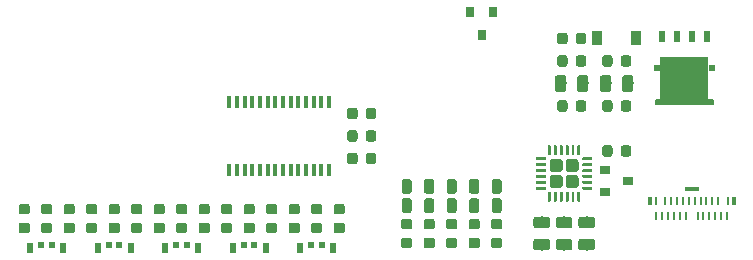
<source format=gbr>
G04 #@! TF.GenerationSoftware,KiCad,Pcbnew,(5.1.4)-1*
G04 #@! TF.CreationDate,2019-10-23T20:09:22-04:00*
G04 #@! TF.ProjectId,USB LED Daughterboard 0-2,55534220-4c45-4442-9044-617567687465,rev?*
G04 #@! TF.SameCoordinates,Original*
G04 #@! TF.FileFunction,Paste,Top*
G04 #@! TF.FilePolarity,Positive*
%FSLAX46Y46*%
G04 Gerber Fmt 4.6, Leading zero omitted, Abs format (unit mm)*
G04 Created by KiCad (PCBNEW (5.1.4)-1) date 2019-10-23 20:09:22*
%MOMM*%
%LPD*%
G04 APERTURE LIST*
%ADD10R,0.600000X0.900000*%
%ADD11R,0.600000X0.600000*%
%ADD12R,0.400000X1.100000*%
%ADD13C,0.100000*%
%ADD14C,0.250000*%
%ADD15C,1.090000*%
%ADD16C,0.875000*%
%ADD17C,0.510000*%
%ADD18R,0.595000X0.610000*%
%ADD19R,4.061000X3.630000*%
%ADD20C,0.500000*%
%ADD21R,1.200000X0.350000*%
%ADD22R,0.300000X0.750000*%
%ADD23R,0.250000X0.750000*%
%ADD24R,0.900000X1.200000*%
%ADD25C,0.850000*%
%ADD26R,0.900000X0.800000*%
%ADD27R,0.800000X0.900000*%
%ADD28C,0.975000*%
G04 APERTURE END LIST*
D10*
G04 #@! TO.C,D12*
X174495000Y-124460000D03*
X177295000Y-124460000D03*
D11*
X175445000Y-124135000D03*
X176345000Y-124135000D03*
G04 #@! TD*
D12*
G04 #@! TO.C,U2*
X182660000Y-117785000D03*
X182010000Y-117785000D03*
X181360000Y-117785000D03*
X180710000Y-117785000D03*
X180060000Y-117785000D03*
X179410000Y-117785000D03*
X178760000Y-117785000D03*
X178110000Y-117785000D03*
X177460000Y-117785000D03*
X176810000Y-117785000D03*
X176160000Y-117785000D03*
X175510000Y-117785000D03*
X174860000Y-117785000D03*
X174210000Y-117785000D03*
X174210000Y-112085000D03*
X174860000Y-112085000D03*
X175510000Y-112085000D03*
X176160000Y-112085000D03*
X176810000Y-112085000D03*
X177460000Y-112085000D03*
X178110000Y-112085000D03*
X178760000Y-112085000D03*
X179410000Y-112085000D03*
X180060000Y-112085000D03*
X180710000Y-112085000D03*
X181360000Y-112085000D03*
X182010000Y-112085000D03*
X182660000Y-112085000D03*
G04 #@! TD*
D13*
G04 #@! TO.C,U1*
G36*
X203883626Y-119660301D02*
G01*
X203889693Y-119661201D01*
X203895643Y-119662691D01*
X203901418Y-119664758D01*
X203906962Y-119667380D01*
X203912223Y-119670533D01*
X203917150Y-119674187D01*
X203921694Y-119678306D01*
X203925813Y-119682850D01*
X203929467Y-119687777D01*
X203932620Y-119693038D01*
X203935242Y-119698582D01*
X203937309Y-119704357D01*
X203938799Y-119710307D01*
X203939699Y-119716374D01*
X203940000Y-119722500D01*
X203940000Y-120422500D01*
X203939699Y-120428626D01*
X203938799Y-120434693D01*
X203937309Y-120440643D01*
X203935242Y-120446418D01*
X203932620Y-120451962D01*
X203929467Y-120457223D01*
X203925813Y-120462150D01*
X203921694Y-120466694D01*
X203917150Y-120470813D01*
X203912223Y-120474467D01*
X203906962Y-120477620D01*
X203901418Y-120480242D01*
X203895643Y-120482309D01*
X203889693Y-120483799D01*
X203883626Y-120484699D01*
X203877500Y-120485000D01*
X203752500Y-120485000D01*
X203746374Y-120484699D01*
X203740307Y-120483799D01*
X203734357Y-120482309D01*
X203728582Y-120480242D01*
X203723038Y-120477620D01*
X203717777Y-120474467D01*
X203712850Y-120470813D01*
X203708306Y-120466694D01*
X203704187Y-120462150D01*
X203700533Y-120457223D01*
X203697380Y-120451962D01*
X203694758Y-120446418D01*
X203692691Y-120440643D01*
X203691201Y-120434693D01*
X203690301Y-120428626D01*
X203690000Y-120422500D01*
X203690000Y-119722500D01*
X203690301Y-119716374D01*
X203691201Y-119710307D01*
X203692691Y-119704357D01*
X203694758Y-119698582D01*
X203697380Y-119693038D01*
X203700533Y-119687777D01*
X203704187Y-119682850D01*
X203708306Y-119678306D01*
X203712850Y-119674187D01*
X203717777Y-119670533D01*
X203723038Y-119667380D01*
X203728582Y-119664758D01*
X203734357Y-119662691D01*
X203740307Y-119661201D01*
X203746374Y-119660301D01*
X203752500Y-119660000D01*
X203877500Y-119660000D01*
X203883626Y-119660301D01*
X203883626Y-119660301D01*
G37*
D14*
X203815000Y-120072500D03*
D13*
G36*
X203383626Y-119660301D02*
G01*
X203389693Y-119661201D01*
X203395643Y-119662691D01*
X203401418Y-119664758D01*
X203406962Y-119667380D01*
X203412223Y-119670533D01*
X203417150Y-119674187D01*
X203421694Y-119678306D01*
X203425813Y-119682850D01*
X203429467Y-119687777D01*
X203432620Y-119693038D01*
X203435242Y-119698582D01*
X203437309Y-119704357D01*
X203438799Y-119710307D01*
X203439699Y-119716374D01*
X203440000Y-119722500D01*
X203440000Y-120422500D01*
X203439699Y-120428626D01*
X203438799Y-120434693D01*
X203437309Y-120440643D01*
X203435242Y-120446418D01*
X203432620Y-120451962D01*
X203429467Y-120457223D01*
X203425813Y-120462150D01*
X203421694Y-120466694D01*
X203417150Y-120470813D01*
X203412223Y-120474467D01*
X203406962Y-120477620D01*
X203401418Y-120480242D01*
X203395643Y-120482309D01*
X203389693Y-120483799D01*
X203383626Y-120484699D01*
X203377500Y-120485000D01*
X203252500Y-120485000D01*
X203246374Y-120484699D01*
X203240307Y-120483799D01*
X203234357Y-120482309D01*
X203228582Y-120480242D01*
X203223038Y-120477620D01*
X203217777Y-120474467D01*
X203212850Y-120470813D01*
X203208306Y-120466694D01*
X203204187Y-120462150D01*
X203200533Y-120457223D01*
X203197380Y-120451962D01*
X203194758Y-120446418D01*
X203192691Y-120440643D01*
X203191201Y-120434693D01*
X203190301Y-120428626D01*
X203190000Y-120422500D01*
X203190000Y-119722500D01*
X203190301Y-119716374D01*
X203191201Y-119710307D01*
X203192691Y-119704357D01*
X203194758Y-119698582D01*
X203197380Y-119693038D01*
X203200533Y-119687777D01*
X203204187Y-119682850D01*
X203208306Y-119678306D01*
X203212850Y-119674187D01*
X203217777Y-119670533D01*
X203223038Y-119667380D01*
X203228582Y-119664758D01*
X203234357Y-119662691D01*
X203240307Y-119661201D01*
X203246374Y-119660301D01*
X203252500Y-119660000D01*
X203377500Y-119660000D01*
X203383626Y-119660301D01*
X203383626Y-119660301D01*
G37*
D14*
X203315000Y-120072500D03*
D13*
G36*
X202883626Y-119660301D02*
G01*
X202889693Y-119661201D01*
X202895643Y-119662691D01*
X202901418Y-119664758D01*
X202906962Y-119667380D01*
X202912223Y-119670533D01*
X202917150Y-119674187D01*
X202921694Y-119678306D01*
X202925813Y-119682850D01*
X202929467Y-119687777D01*
X202932620Y-119693038D01*
X202935242Y-119698582D01*
X202937309Y-119704357D01*
X202938799Y-119710307D01*
X202939699Y-119716374D01*
X202940000Y-119722500D01*
X202940000Y-120422500D01*
X202939699Y-120428626D01*
X202938799Y-120434693D01*
X202937309Y-120440643D01*
X202935242Y-120446418D01*
X202932620Y-120451962D01*
X202929467Y-120457223D01*
X202925813Y-120462150D01*
X202921694Y-120466694D01*
X202917150Y-120470813D01*
X202912223Y-120474467D01*
X202906962Y-120477620D01*
X202901418Y-120480242D01*
X202895643Y-120482309D01*
X202889693Y-120483799D01*
X202883626Y-120484699D01*
X202877500Y-120485000D01*
X202752500Y-120485000D01*
X202746374Y-120484699D01*
X202740307Y-120483799D01*
X202734357Y-120482309D01*
X202728582Y-120480242D01*
X202723038Y-120477620D01*
X202717777Y-120474467D01*
X202712850Y-120470813D01*
X202708306Y-120466694D01*
X202704187Y-120462150D01*
X202700533Y-120457223D01*
X202697380Y-120451962D01*
X202694758Y-120446418D01*
X202692691Y-120440643D01*
X202691201Y-120434693D01*
X202690301Y-120428626D01*
X202690000Y-120422500D01*
X202690000Y-119722500D01*
X202690301Y-119716374D01*
X202691201Y-119710307D01*
X202692691Y-119704357D01*
X202694758Y-119698582D01*
X202697380Y-119693038D01*
X202700533Y-119687777D01*
X202704187Y-119682850D01*
X202708306Y-119678306D01*
X202712850Y-119674187D01*
X202717777Y-119670533D01*
X202723038Y-119667380D01*
X202728582Y-119664758D01*
X202734357Y-119662691D01*
X202740307Y-119661201D01*
X202746374Y-119660301D01*
X202752500Y-119660000D01*
X202877500Y-119660000D01*
X202883626Y-119660301D01*
X202883626Y-119660301D01*
G37*
D14*
X202815000Y-120072500D03*
D13*
G36*
X202383626Y-119660301D02*
G01*
X202389693Y-119661201D01*
X202395643Y-119662691D01*
X202401418Y-119664758D01*
X202406962Y-119667380D01*
X202412223Y-119670533D01*
X202417150Y-119674187D01*
X202421694Y-119678306D01*
X202425813Y-119682850D01*
X202429467Y-119687777D01*
X202432620Y-119693038D01*
X202435242Y-119698582D01*
X202437309Y-119704357D01*
X202438799Y-119710307D01*
X202439699Y-119716374D01*
X202440000Y-119722500D01*
X202440000Y-120422500D01*
X202439699Y-120428626D01*
X202438799Y-120434693D01*
X202437309Y-120440643D01*
X202435242Y-120446418D01*
X202432620Y-120451962D01*
X202429467Y-120457223D01*
X202425813Y-120462150D01*
X202421694Y-120466694D01*
X202417150Y-120470813D01*
X202412223Y-120474467D01*
X202406962Y-120477620D01*
X202401418Y-120480242D01*
X202395643Y-120482309D01*
X202389693Y-120483799D01*
X202383626Y-120484699D01*
X202377500Y-120485000D01*
X202252500Y-120485000D01*
X202246374Y-120484699D01*
X202240307Y-120483799D01*
X202234357Y-120482309D01*
X202228582Y-120480242D01*
X202223038Y-120477620D01*
X202217777Y-120474467D01*
X202212850Y-120470813D01*
X202208306Y-120466694D01*
X202204187Y-120462150D01*
X202200533Y-120457223D01*
X202197380Y-120451962D01*
X202194758Y-120446418D01*
X202192691Y-120440643D01*
X202191201Y-120434693D01*
X202190301Y-120428626D01*
X202190000Y-120422500D01*
X202190000Y-119722500D01*
X202190301Y-119716374D01*
X202191201Y-119710307D01*
X202192691Y-119704357D01*
X202194758Y-119698582D01*
X202197380Y-119693038D01*
X202200533Y-119687777D01*
X202204187Y-119682850D01*
X202208306Y-119678306D01*
X202212850Y-119674187D01*
X202217777Y-119670533D01*
X202223038Y-119667380D01*
X202228582Y-119664758D01*
X202234357Y-119662691D01*
X202240307Y-119661201D01*
X202246374Y-119660301D01*
X202252500Y-119660000D01*
X202377500Y-119660000D01*
X202383626Y-119660301D01*
X202383626Y-119660301D01*
G37*
D14*
X202315000Y-120072500D03*
D13*
G36*
X201883626Y-119660301D02*
G01*
X201889693Y-119661201D01*
X201895643Y-119662691D01*
X201901418Y-119664758D01*
X201906962Y-119667380D01*
X201912223Y-119670533D01*
X201917150Y-119674187D01*
X201921694Y-119678306D01*
X201925813Y-119682850D01*
X201929467Y-119687777D01*
X201932620Y-119693038D01*
X201935242Y-119698582D01*
X201937309Y-119704357D01*
X201938799Y-119710307D01*
X201939699Y-119716374D01*
X201940000Y-119722500D01*
X201940000Y-120422500D01*
X201939699Y-120428626D01*
X201938799Y-120434693D01*
X201937309Y-120440643D01*
X201935242Y-120446418D01*
X201932620Y-120451962D01*
X201929467Y-120457223D01*
X201925813Y-120462150D01*
X201921694Y-120466694D01*
X201917150Y-120470813D01*
X201912223Y-120474467D01*
X201906962Y-120477620D01*
X201901418Y-120480242D01*
X201895643Y-120482309D01*
X201889693Y-120483799D01*
X201883626Y-120484699D01*
X201877500Y-120485000D01*
X201752500Y-120485000D01*
X201746374Y-120484699D01*
X201740307Y-120483799D01*
X201734357Y-120482309D01*
X201728582Y-120480242D01*
X201723038Y-120477620D01*
X201717777Y-120474467D01*
X201712850Y-120470813D01*
X201708306Y-120466694D01*
X201704187Y-120462150D01*
X201700533Y-120457223D01*
X201697380Y-120451962D01*
X201694758Y-120446418D01*
X201692691Y-120440643D01*
X201691201Y-120434693D01*
X201690301Y-120428626D01*
X201690000Y-120422500D01*
X201690000Y-119722500D01*
X201690301Y-119716374D01*
X201691201Y-119710307D01*
X201692691Y-119704357D01*
X201694758Y-119698582D01*
X201697380Y-119693038D01*
X201700533Y-119687777D01*
X201704187Y-119682850D01*
X201708306Y-119678306D01*
X201712850Y-119674187D01*
X201717777Y-119670533D01*
X201723038Y-119667380D01*
X201728582Y-119664758D01*
X201734357Y-119662691D01*
X201740307Y-119661201D01*
X201746374Y-119660301D01*
X201752500Y-119660000D01*
X201877500Y-119660000D01*
X201883626Y-119660301D01*
X201883626Y-119660301D01*
G37*
D14*
X201815000Y-120072500D03*
D13*
G36*
X201383626Y-119660301D02*
G01*
X201389693Y-119661201D01*
X201395643Y-119662691D01*
X201401418Y-119664758D01*
X201406962Y-119667380D01*
X201412223Y-119670533D01*
X201417150Y-119674187D01*
X201421694Y-119678306D01*
X201425813Y-119682850D01*
X201429467Y-119687777D01*
X201432620Y-119693038D01*
X201435242Y-119698582D01*
X201437309Y-119704357D01*
X201438799Y-119710307D01*
X201439699Y-119716374D01*
X201440000Y-119722500D01*
X201440000Y-120422500D01*
X201439699Y-120428626D01*
X201438799Y-120434693D01*
X201437309Y-120440643D01*
X201435242Y-120446418D01*
X201432620Y-120451962D01*
X201429467Y-120457223D01*
X201425813Y-120462150D01*
X201421694Y-120466694D01*
X201417150Y-120470813D01*
X201412223Y-120474467D01*
X201406962Y-120477620D01*
X201401418Y-120480242D01*
X201395643Y-120482309D01*
X201389693Y-120483799D01*
X201383626Y-120484699D01*
X201377500Y-120485000D01*
X201252500Y-120485000D01*
X201246374Y-120484699D01*
X201240307Y-120483799D01*
X201234357Y-120482309D01*
X201228582Y-120480242D01*
X201223038Y-120477620D01*
X201217777Y-120474467D01*
X201212850Y-120470813D01*
X201208306Y-120466694D01*
X201204187Y-120462150D01*
X201200533Y-120457223D01*
X201197380Y-120451962D01*
X201194758Y-120446418D01*
X201192691Y-120440643D01*
X201191201Y-120434693D01*
X201190301Y-120428626D01*
X201190000Y-120422500D01*
X201190000Y-119722500D01*
X201190301Y-119716374D01*
X201191201Y-119710307D01*
X201192691Y-119704357D01*
X201194758Y-119698582D01*
X201197380Y-119693038D01*
X201200533Y-119687777D01*
X201204187Y-119682850D01*
X201208306Y-119678306D01*
X201212850Y-119674187D01*
X201217777Y-119670533D01*
X201223038Y-119667380D01*
X201228582Y-119664758D01*
X201234357Y-119662691D01*
X201240307Y-119661201D01*
X201246374Y-119660301D01*
X201252500Y-119660000D01*
X201377500Y-119660000D01*
X201383626Y-119660301D01*
X201383626Y-119660301D01*
G37*
D14*
X201315000Y-120072500D03*
D13*
G36*
X200958626Y-119235301D02*
G01*
X200964693Y-119236201D01*
X200970643Y-119237691D01*
X200976418Y-119239758D01*
X200981962Y-119242380D01*
X200987223Y-119245533D01*
X200992150Y-119249187D01*
X200996694Y-119253306D01*
X201000813Y-119257850D01*
X201004467Y-119262777D01*
X201007620Y-119268038D01*
X201010242Y-119273582D01*
X201012309Y-119279357D01*
X201013799Y-119285307D01*
X201014699Y-119291374D01*
X201015000Y-119297500D01*
X201015000Y-119422500D01*
X201014699Y-119428626D01*
X201013799Y-119434693D01*
X201012309Y-119440643D01*
X201010242Y-119446418D01*
X201007620Y-119451962D01*
X201004467Y-119457223D01*
X201000813Y-119462150D01*
X200996694Y-119466694D01*
X200992150Y-119470813D01*
X200987223Y-119474467D01*
X200981962Y-119477620D01*
X200976418Y-119480242D01*
X200970643Y-119482309D01*
X200964693Y-119483799D01*
X200958626Y-119484699D01*
X200952500Y-119485000D01*
X200252500Y-119485000D01*
X200246374Y-119484699D01*
X200240307Y-119483799D01*
X200234357Y-119482309D01*
X200228582Y-119480242D01*
X200223038Y-119477620D01*
X200217777Y-119474467D01*
X200212850Y-119470813D01*
X200208306Y-119466694D01*
X200204187Y-119462150D01*
X200200533Y-119457223D01*
X200197380Y-119451962D01*
X200194758Y-119446418D01*
X200192691Y-119440643D01*
X200191201Y-119434693D01*
X200190301Y-119428626D01*
X200190000Y-119422500D01*
X200190000Y-119297500D01*
X200190301Y-119291374D01*
X200191201Y-119285307D01*
X200192691Y-119279357D01*
X200194758Y-119273582D01*
X200197380Y-119268038D01*
X200200533Y-119262777D01*
X200204187Y-119257850D01*
X200208306Y-119253306D01*
X200212850Y-119249187D01*
X200217777Y-119245533D01*
X200223038Y-119242380D01*
X200228582Y-119239758D01*
X200234357Y-119237691D01*
X200240307Y-119236201D01*
X200246374Y-119235301D01*
X200252500Y-119235000D01*
X200952500Y-119235000D01*
X200958626Y-119235301D01*
X200958626Y-119235301D01*
G37*
D14*
X200602500Y-119360000D03*
D13*
G36*
X200958626Y-118735301D02*
G01*
X200964693Y-118736201D01*
X200970643Y-118737691D01*
X200976418Y-118739758D01*
X200981962Y-118742380D01*
X200987223Y-118745533D01*
X200992150Y-118749187D01*
X200996694Y-118753306D01*
X201000813Y-118757850D01*
X201004467Y-118762777D01*
X201007620Y-118768038D01*
X201010242Y-118773582D01*
X201012309Y-118779357D01*
X201013799Y-118785307D01*
X201014699Y-118791374D01*
X201015000Y-118797500D01*
X201015000Y-118922500D01*
X201014699Y-118928626D01*
X201013799Y-118934693D01*
X201012309Y-118940643D01*
X201010242Y-118946418D01*
X201007620Y-118951962D01*
X201004467Y-118957223D01*
X201000813Y-118962150D01*
X200996694Y-118966694D01*
X200992150Y-118970813D01*
X200987223Y-118974467D01*
X200981962Y-118977620D01*
X200976418Y-118980242D01*
X200970643Y-118982309D01*
X200964693Y-118983799D01*
X200958626Y-118984699D01*
X200952500Y-118985000D01*
X200252500Y-118985000D01*
X200246374Y-118984699D01*
X200240307Y-118983799D01*
X200234357Y-118982309D01*
X200228582Y-118980242D01*
X200223038Y-118977620D01*
X200217777Y-118974467D01*
X200212850Y-118970813D01*
X200208306Y-118966694D01*
X200204187Y-118962150D01*
X200200533Y-118957223D01*
X200197380Y-118951962D01*
X200194758Y-118946418D01*
X200192691Y-118940643D01*
X200191201Y-118934693D01*
X200190301Y-118928626D01*
X200190000Y-118922500D01*
X200190000Y-118797500D01*
X200190301Y-118791374D01*
X200191201Y-118785307D01*
X200192691Y-118779357D01*
X200194758Y-118773582D01*
X200197380Y-118768038D01*
X200200533Y-118762777D01*
X200204187Y-118757850D01*
X200208306Y-118753306D01*
X200212850Y-118749187D01*
X200217777Y-118745533D01*
X200223038Y-118742380D01*
X200228582Y-118739758D01*
X200234357Y-118737691D01*
X200240307Y-118736201D01*
X200246374Y-118735301D01*
X200252500Y-118735000D01*
X200952500Y-118735000D01*
X200958626Y-118735301D01*
X200958626Y-118735301D01*
G37*
D14*
X200602500Y-118860000D03*
D13*
G36*
X200958626Y-118235301D02*
G01*
X200964693Y-118236201D01*
X200970643Y-118237691D01*
X200976418Y-118239758D01*
X200981962Y-118242380D01*
X200987223Y-118245533D01*
X200992150Y-118249187D01*
X200996694Y-118253306D01*
X201000813Y-118257850D01*
X201004467Y-118262777D01*
X201007620Y-118268038D01*
X201010242Y-118273582D01*
X201012309Y-118279357D01*
X201013799Y-118285307D01*
X201014699Y-118291374D01*
X201015000Y-118297500D01*
X201015000Y-118422500D01*
X201014699Y-118428626D01*
X201013799Y-118434693D01*
X201012309Y-118440643D01*
X201010242Y-118446418D01*
X201007620Y-118451962D01*
X201004467Y-118457223D01*
X201000813Y-118462150D01*
X200996694Y-118466694D01*
X200992150Y-118470813D01*
X200987223Y-118474467D01*
X200981962Y-118477620D01*
X200976418Y-118480242D01*
X200970643Y-118482309D01*
X200964693Y-118483799D01*
X200958626Y-118484699D01*
X200952500Y-118485000D01*
X200252500Y-118485000D01*
X200246374Y-118484699D01*
X200240307Y-118483799D01*
X200234357Y-118482309D01*
X200228582Y-118480242D01*
X200223038Y-118477620D01*
X200217777Y-118474467D01*
X200212850Y-118470813D01*
X200208306Y-118466694D01*
X200204187Y-118462150D01*
X200200533Y-118457223D01*
X200197380Y-118451962D01*
X200194758Y-118446418D01*
X200192691Y-118440643D01*
X200191201Y-118434693D01*
X200190301Y-118428626D01*
X200190000Y-118422500D01*
X200190000Y-118297500D01*
X200190301Y-118291374D01*
X200191201Y-118285307D01*
X200192691Y-118279357D01*
X200194758Y-118273582D01*
X200197380Y-118268038D01*
X200200533Y-118262777D01*
X200204187Y-118257850D01*
X200208306Y-118253306D01*
X200212850Y-118249187D01*
X200217777Y-118245533D01*
X200223038Y-118242380D01*
X200228582Y-118239758D01*
X200234357Y-118237691D01*
X200240307Y-118236201D01*
X200246374Y-118235301D01*
X200252500Y-118235000D01*
X200952500Y-118235000D01*
X200958626Y-118235301D01*
X200958626Y-118235301D01*
G37*
D14*
X200602500Y-118360000D03*
D13*
G36*
X200958626Y-117735301D02*
G01*
X200964693Y-117736201D01*
X200970643Y-117737691D01*
X200976418Y-117739758D01*
X200981962Y-117742380D01*
X200987223Y-117745533D01*
X200992150Y-117749187D01*
X200996694Y-117753306D01*
X201000813Y-117757850D01*
X201004467Y-117762777D01*
X201007620Y-117768038D01*
X201010242Y-117773582D01*
X201012309Y-117779357D01*
X201013799Y-117785307D01*
X201014699Y-117791374D01*
X201015000Y-117797500D01*
X201015000Y-117922500D01*
X201014699Y-117928626D01*
X201013799Y-117934693D01*
X201012309Y-117940643D01*
X201010242Y-117946418D01*
X201007620Y-117951962D01*
X201004467Y-117957223D01*
X201000813Y-117962150D01*
X200996694Y-117966694D01*
X200992150Y-117970813D01*
X200987223Y-117974467D01*
X200981962Y-117977620D01*
X200976418Y-117980242D01*
X200970643Y-117982309D01*
X200964693Y-117983799D01*
X200958626Y-117984699D01*
X200952500Y-117985000D01*
X200252500Y-117985000D01*
X200246374Y-117984699D01*
X200240307Y-117983799D01*
X200234357Y-117982309D01*
X200228582Y-117980242D01*
X200223038Y-117977620D01*
X200217777Y-117974467D01*
X200212850Y-117970813D01*
X200208306Y-117966694D01*
X200204187Y-117962150D01*
X200200533Y-117957223D01*
X200197380Y-117951962D01*
X200194758Y-117946418D01*
X200192691Y-117940643D01*
X200191201Y-117934693D01*
X200190301Y-117928626D01*
X200190000Y-117922500D01*
X200190000Y-117797500D01*
X200190301Y-117791374D01*
X200191201Y-117785307D01*
X200192691Y-117779357D01*
X200194758Y-117773582D01*
X200197380Y-117768038D01*
X200200533Y-117762777D01*
X200204187Y-117757850D01*
X200208306Y-117753306D01*
X200212850Y-117749187D01*
X200217777Y-117745533D01*
X200223038Y-117742380D01*
X200228582Y-117739758D01*
X200234357Y-117737691D01*
X200240307Y-117736201D01*
X200246374Y-117735301D01*
X200252500Y-117735000D01*
X200952500Y-117735000D01*
X200958626Y-117735301D01*
X200958626Y-117735301D01*
G37*
D14*
X200602500Y-117860000D03*
D13*
G36*
X200958626Y-117235301D02*
G01*
X200964693Y-117236201D01*
X200970643Y-117237691D01*
X200976418Y-117239758D01*
X200981962Y-117242380D01*
X200987223Y-117245533D01*
X200992150Y-117249187D01*
X200996694Y-117253306D01*
X201000813Y-117257850D01*
X201004467Y-117262777D01*
X201007620Y-117268038D01*
X201010242Y-117273582D01*
X201012309Y-117279357D01*
X201013799Y-117285307D01*
X201014699Y-117291374D01*
X201015000Y-117297500D01*
X201015000Y-117422500D01*
X201014699Y-117428626D01*
X201013799Y-117434693D01*
X201012309Y-117440643D01*
X201010242Y-117446418D01*
X201007620Y-117451962D01*
X201004467Y-117457223D01*
X201000813Y-117462150D01*
X200996694Y-117466694D01*
X200992150Y-117470813D01*
X200987223Y-117474467D01*
X200981962Y-117477620D01*
X200976418Y-117480242D01*
X200970643Y-117482309D01*
X200964693Y-117483799D01*
X200958626Y-117484699D01*
X200952500Y-117485000D01*
X200252500Y-117485000D01*
X200246374Y-117484699D01*
X200240307Y-117483799D01*
X200234357Y-117482309D01*
X200228582Y-117480242D01*
X200223038Y-117477620D01*
X200217777Y-117474467D01*
X200212850Y-117470813D01*
X200208306Y-117466694D01*
X200204187Y-117462150D01*
X200200533Y-117457223D01*
X200197380Y-117451962D01*
X200194758Y-117446418D01*
X200192691Y-117440643D01*
X200191201Y-117434693D01*
X200190301Y-117428626D01*
X200190000Y-117422500D01*
X200190000Y-117297500D01*
X200190301Y-117291374D01*
X200191201Y-117285307D01*
X200192691Y-117279357D01*
X200194758Y-117273582D01*
X200197380Y-117268038D01*
X200200533Y-117262777D01*
X200204187Y-117257850D01*
X200208306Y-117253306D01*
X200212850Y-117249187D01*
X200217777Y-117245533D01*
X200223038Y-117242380D01*
X200228582Y-117239758D01*
X200234357Y-117237691D01*
X200240307Y-117236201D01*
X200246374Y-117235301D01*
X200252500Y-117235000D01*
X200952500Y-117235000D01*
X200958626Y-117235301D01*
X200958626Y-117235301D01*
G37*
D14*
X200602500Y-117360000D03*
D13*
G36*
X200958626Y-116735301D02*
G01*
X200964693Y-116736201D01*
X200970643Y-116737691D01*
X200976418Y-116739758D01*
X200981962Y-116742380D01*
X200987223Y-116745533D01*
X200992150Y-116749187D01*
X200996694Y-116753306D01*
X201000813Y-116757850D01*
X201004467Y-116762777D01*
X201007620Y-116768038D01*
X201010242Y-116773582D01*
X201012309Y-116779357D01*
X201013799Y-116785307D01*
X201014699Y-116791374D01*
X201015000Y-116797500D01*
X201015000Y-116922500D01*
X201014699Y-116928626D01*
X201013799Y-116934693D01*
X201012309Y-116940643D01*
X201010242Y-116946418D01*
X201007620Y-116951962D01*
X201004467Y-116957223D01*
X201000813Y-116962150D01*
X200996694Y-116966694D01*
X200992150Y-116970813D01*
X200987223Y-116974467D01*
X200981962Y-116977620D01*
X200976418Y-116980242D01*
X200970643Y-116982309D01*
X200964693Y-116983799D01*
X200958626Y-116984699D01*
X200952500Y-116985000D01*
X200252500Y-116985000D01*
X200246374Y-116984699D01*
X200240307Y-116983799D01*
X200234357Y-116982309D01*
X200228582Y-116980242D01*
X200223038Y-116977620D01*
X200217777Y-116974467D01*
X200212850Y-116970813D01*
X200208306Y-116966694D01*
X200204187Y-116962150D01*
X200200533Y-116957223D01*
X200197380Y-116951962D01*
X200194758Y-116946418D01*
X200192691Y-116940643D01*
X200191201Y-116934693D01*
X200190301Y-116928626D01*
X200190000Y-116922500D01*
X200190000Y-116797500D01*
X200190301Y-116791374D01*
X200191201Y-116785307D01*
X200192691Y-116779357D01*
X200194758Y-116773582D01*
X200197380Y-116768038D01*
X200200533Y-116762777D01*
X200204187Y-116757850D01*
X200208306Y-116753306D01*
X200212850Y-116749187D01*
X200217777Y-116745533D01*
X200223038Y-116742380D01*
X200228582Y-116739758D01*
X200234357Y-116737691D01*
X200240307Y-116736201D01*
X200246374Y-116735301D01*
X200252500Y-116735000D01*
X200952500Y-116735000D01*
X200958626Y-116735301D01*
X200958626Y-116735301D01*
G37*
D14*
X200602500Y-116860000D03*
D13*
G36*
X201383626Y-115735301D02*
G01*
X201389693Y-115736201D01*
X201395643Y-115737691D01*
X201401418Y-115739758D01*
X201406962Y-115742380D01*
X201412223Y-115745533D01*
X201417150Y-115749187D01*
X201421694Y-115753306D01*
X201425813Y-115757850D01*
X201429467Y-115762777D01*
X201432620Y-115768038D01*
X201435242Y-115773582D01*
X201437309Y-115779357D01*
X201438799Y-115785307D01*
X201439699Y-115791374D01*
X201440000Y-115797500D01*
X201440000Y-116497500D01*
X201439699Y-116503626D01*
X201438799Y-116509693D01*
X201437309Y-116515643D01*
X201435242Y-116521418D01*
X201432620Y-116526962D01*
X201429467Y-116532223D01*
X201425813Y-116537150D01*
X201421694Y-116541694D01*
X201417150Y-116545813D01*
X201412223Y-116549467D01*
X201406962Y-116552620D01*
X201401418Y-116555242D01*
X201395643Y-116557309D01*
X201389693Y-116558799D01*
X201383626Y-116559699D01*
X201377500Y-116560000D01*
X201252500Y-116560000D01*
X201246374Y-116559699D01*
X201240307Y-116558799D01*
X201234357Y-116557309D01*
X201228582Y-116555242D01*
X201223038Y-116552620D01*
X201217777Y-116549467D01*
X201212850Y-116545813D01*
X201208306Y-116541694D01*
X201204187Y-116537150D01*
X201200533Y-116532223D01*
X201197380Y-116526962D01*
X201194758Y-116521418D01*
X201192691Y-116515643D01*
X201191201Y-116509693D01*
X201190301Y-116503626D01*
X201190000Y-116497500D01*
X201190000Y-115797500D01*
X201190301Y-115791374D01*
X201191201Y-115785307D01*
X201192691Y-115779357D01*
X201194758Y-115773582D01*
X201197380Y-115768038D01*
X201200533Y-115762777D01*
X201204187Y-115757850D01*
X201208306Y-115753306D01*
X201212850Y-115749187D01*
X201217777Y-115745533D01*
X201223038Y-115742380D01*
X201228582Y-115739758D01*
X201234357Y-115737691D01*
X201240307Y-115736201D01*
X201246374Y-115735301D01*
X201252500Y-115735000D01*
X201377500Y-115735000D01*
X201383626Y-115735301D01*
X201383626Y-115735301D01*
G37*
D14*
X201315000Y-116147500D03*
D13*
G36*
X201883626Y-115735301D02*
G01*
X201889693Y-115736201D01*
X201895643Y-115737691D01*
X201901418Y-115739758D01*
X201906962Y-115742380D01*
X201912223Y-115745533D01*
X201917150Y-115749187D01*
X201921694Y-115753306D01*
X201925813Y-115757850D01*
X201929467Y-115762777D01*
X201932620Y-115768038D01*
X201935242Y-115773582D01*
X201937309Y-115779357D01*
X201938799Y-115785307D01*
X201939699Y-115791374D01*
X201940000Y-115797500D01*
X201940000Y-116497500D01*
X201939699Y-116503626D01*
X201938799Y-116509693D01*
X201937309Y-116515643D01*
X201935242Y-116521418D01*
X201932620Y-116526962D01*
X201929467Y-116532223D01*
X201925813Y-116537150D01*
X201921694Y-116541694D01*
X201917150Y-116545813D01*
X201912223Y-116549467D01*
X201906962Y-116552620D01*
X201901418Y-116555242D01*
X201895643Y-116557309D01*
X201889693Y-116558799D01*
X201883626Y-116559699D01*
X201877500Y-116560000D01*
X201752500Y-116560000D01*
X201746374Y-116559699D01*
X201740307Y-116558799D01*
X201734357Y-116557309D01*
X201728582Y-116555242D01*
X201723038Y-116552620D01*
X201717777Y-116549467D01*
X201712850Y-116545813D01*
X201708306Y-116541694D01*
X201704187Y-116537150D01*
X201700533Y-116532223D01*
X201697380Y-116526962D01*
X201694758Y-116521418D01*
X201692691Y-116515643D01*
X201691201Y-116509693D01*
X201690301Y-116503626D01*
X201690000Y-116497500D01*
X201690000Y-115797500D01*
X201690301Y-115791374D01*
X201691201Y-115785307D01*
X201692691Y-115779357D01*
X201694758Y-115773582D01*
X201697380Y-115768038D01*
X201700533Y-115762777D01*
X201704187Y-115757850D01*
X201708306Y-115753306D01*
X201712850Y-115749187D01*
X201717777Y-115745533D01*
X201723038Y-115742380D01*
X201728582Y-115739758D01*
X201734357Y-115737691D01*
X201740307Y-115736201D01*
X201746374Y-115735301D01*
X201752500Y-115735000D01*
X201877500Y-115735000D01*
X201883626Y-115735301D01*
X201883626Y-115735301D01*
G37*
D14*
X201815000Y-116147500D03*
D13*
G36*
X202383626Y-115735301D02*
G01*
X202389693Y-115736201D01*
X202395643Y-115737691D01*
X202401418Y-115739758D01*
X202406962Y-115742380D01*
X202412223Y-115745533D01*
X202417150Y-115749187D01*
X202421694Y-115753306D01*
X202425813Y-115757850D01*
X202429467Y-115762777D01*
X202432620Y-115768038D01*
X202435242Y-115773582D01*
X202437309Y-115779357D01*
X202438799Y-115785307D01*
X202439699Y-115791374D01*
X202440000Y-115797500D01*
X202440000Y-116497500D01*
X202439699Y-116503626D01*
X202438799Y-116509693D01*
X202437309Y-116515643D01*
X202435242Y-116521418D01*
X202432620Y-116526962D01*
X202429467Y-116532223D01*
X202425813Y-116537150D01*
X202421694Y-116541694D01*
X202417150Y-116545813D01*
X202412223Y-116549467D01*
X202406962Y-116552620D01*
X202401418Y-116555242D01*
X202395643Y-116557309D01*
X202389693Y-116558799D01*
X202383626Y-116559699D01*
X202377500Y-116560000D01*
X202252500Y-116560000D01*
X202246374Y-116559699D01*
X202240307Y-116558799D01*
X202234357Y-116557309D01*
X202228582Y-116555242D01*
X202223038Y-116552620D01*
X202217777Y-116549467D01*
X202212850Y-116545813D01*
X202208306Y-116541694D01*
X202204187Y-116537150D01*
X202200533Y-116532223D01*
X202197380Y-116526962D01*
X202194758Y-116521418D01*
X202192691Y-116515643D01*
X202191201Y-116509693D01*
X202190301Y-116503626D01*
X202190000Y-116497500D01*
X202190000Y-115797500D01*
X202190301Y-115791374D01*
X202191201Y-115785307D01*
X202192691Y-115779357D01*
X202194758Y-115773582D01*
X202197380Y-115768038D01*
X202200533Y-115762777D01*
X202204187Y-115757850D01*
X202208306Y-115753306D01*
X202212850Y-115749187D01*
X202217777Y-115745533D01*
X202223038Y-115742380D01*
X202228582Y-115739758D01*
X202234357Y-115737691D01*
X202240307Y-115736201D01*
X202246374Y-115735301D01*
X202252500Y-115735000D01*
X202377500Y-115735000D01*
X202383626Y-115735301D01*
X202383626Y-115735301D01*
G37*
D14*
X202315000Y-116147500D03*
D13*
G36*
X202883626Y-115735301D02*
G01*
X202889693Y-115736201D01*
X202895643Y-115737691D01*
X202901418Y-115739758D01*
X202906962Y-115742380D01*
X202912223Y-115745533D01*
X202917150Y-115749187D01*
X202921694Y-115753306D01*
X202925813Y-115757850D01*
X202929467Y-115762777D01*
X202932620Y-115768038D01*
X202935242Y-115773582D01*
X202937309Y-115779357D01*
X202938799Y-115785307D01*
X202939699Y-115791374D01*
X202940000Y-115797500D01*
X202940000Y-116497500D01*
X202939699Y-116503626D01*
X202938799Y-116509693D01*
X202937309Y-116515643D01*
X202935242Y-116521418D01*
X202932620Y-116526962D01*
X202929467Y-116532223D01*
X202925813Y-116537150D01*
X202921694Y-116541694D01*
X202917150Y-116545813D01*
X202912223Y-116549467D01*
X202906962Y-116552620D01*
X202901418Y-116555242D01*
X202895643Y-116557309D01*
X202889693Y-116558799D01*
X202883626Y-116559699D01*
X202877500Y-116560000D01*
X202752500Y-116560000D01*
X202746374Y-116559699D01*
X202740307Y-116558799D01*
X202734357Y-116557309D01*
X202728582Y-116555242D01*
X202723038Y-116552620D01*
X202717777Y-116549467D01*
X202712850Y-116545813D01*
X202708306Y-116541694D01*
X202704187Y-116537150D01*
X202700533Y-116532223D01*
X202697380Y-116526962D01*
X202694758Y-116521418D01*
X202692691Y-116515643D01*
X202691201Y-116509693D01*
X202690301Y-116503626D01*
X202690000Y-116497500D01*
X202690000Y-115797500D01*
X202690301Y-115791374D01*
X202691201Y-115785307D01*
X202692691Y-115779357D01*
X202694758Y-115773582D01*
X202697380Y-115768038D01*
X202700533Y-115762777D01*
X202704187Y-115757850D01*
X202708306Y-115753306D01*
X202712850Y-115749187D01*
X202717777Y-115745533D01*
X202723038Y-115742380D01*
X202728582Y-115739758D01*
X202734357Y-115737691D01*
X202740307Y-115736201D01*
X202746374Y-115735301D01*
X202752500Y-115735000D01*
X202877500Y-115735000D01*
X202883626Y-115735301D01*
X202883626Y-115735301D01*
G37*
D14*
X202815000Y-116147500D03*
D13*
G36*
X203383626Y-115735301D02*
G01*
X203389693Y-115736201D01*
X203395643Y-115737691D01*
X203401418Y-115739758D01*
X203406962Y-115742380D01*
X203412223Y-115745533D01*
X203417150Y-115749187D01*
X203421694Y-115753306D01*
X203425813Y-115757850D01*
X203429467Y-115762777D01*
X203432620Y-115768038D01*
X203435242Y-115773582D01*
X203437309Y-115779357D01*
X203438799Y-115785307D01*
X203439699Y-115791374D01*
X203440000Y-115797500D01*
X203440000Y-116497500D01*
X203439699Y-116503626D01*
X203438799Y-116509693D01*
X203437309Y-116515643D01*
X203435242Y-116521418D01*
X203432620Y-116526962D01*
X203429467Y-116532223D01*
X203425813Y-116537150D01*
X203421694Y-116541694D01*
X203417150Y-116545813D01*
X203412223Y-116549467D01*
X203406962Y-116552620D01*
X203401418Y-116555242D01*
X203395643Y-116557309D01*
X203389693Y-116558799D01*
X203383626Y-116559699D01*
X203377500Y-116560000D01*
X203252500Y-116560000D01*
X203246374Y-116559699D01*
X203240307Y-116558799D01*
X203234357Y-116557309D01*
X203228582Y-116555242D01*
X203223038Y-116552620D01*
X203217777Y-116549467D01*
X203212850Y-116545813D01*
X203208306Y-116541694D01*
X203204187Y-116537150D01*
X203200533Y-116532223D01*
X203197380Y-116526962D01*
X203194758Y-116521418D01*
X203192691Y-116515643D01*
X203191201Y-116509693D01*
X203190301Y-116503626D01*
X203190000Y-116497500D01*
X203190000Y-115797500D01*
X203190301Y-115791374D01*
X203191201Y-115785307D01*
X203192691Y-115779357D01*
X203194758Y-115773582D01*
X203197380Y-115768038D01*
X203200533Y-115762777D01*
X203204187Y-115757850D01*
X203208306Y-115753306D01*
X203212850Y-115749187D01*
X203217777Y-115745533D01*
X203223038Y-115742380D01*
X203228582Y-115739758D01*
X203234357Y-115737691D01*
X203240307Y-115736201D01*
X203246374Y-115735301D01*
X203252500Y-115735000D01*
X203377500Y-115735000D01*
X203383626Y-115735301D01*
X203383626Y-115735301D01*
G37*
D14*
X203315000Y-116147500D03*
D13*
G36*
X203883626Y-115735301D02*
G01*
X203889693Y-115736201D01*
X203895643Y-115737691D01*
X203901418Y-115739758D01*
X203906962Y-115742380D01*
X203912223Y-115745533D01*
X203917150Y-115749187D01*
X203921694Y-115753306D01*
X203925813Y-115757850D01*
X203929467Y-115762777D01*
X203932620Y-115768038D01*
X203935242Y-115773582D01*
X203937309Y-115779357D01*
X203938799Y-115785307D01*
X203939699Y-115791374D01*
X203940000Y-115797500D01*
X203940000Y-116497500D01*
X203939699Y-116503626D01*
X203938799Y-116509693D01*
X203937309Y-116515643D01*
X203935242Y-116521418D01*
X203932620Y-116526962D01*
X203929467Y-116532223D01*
X203925813Y-116537150D01*
X203921694Y-116541694D01*
X203917150Y-116545813D01*
X203912223Y-116549467D01*
X203906962Y-116552620D01*
X203901418Y-116555242D01*
X203895643Y-116557309D01*
X203889693Y-116558799D01*
X203883626Y-116559699D01*
X203877500Y-116560000D01*
X203752500Y-116560000D01*
X203746374Y-116559699D01*
X203740307Y-116558799D01*
X203734357Y-116557309D01*
X203728582Y-116555242D01*
X203723038Y-116552620D01*
X203717777Y-116549467D01*
X203712850Y-116545813D01*
X203708306Y-116541694D01*
X203704187Y-116537150D01*
X203700533Y-116532223D01*
X203697380Y-116526962D01*
X203694758Y-116521418D01*
X203692691Y-116515643D01*
X203691201Y-116509693D01*
X203690301Y-116503626D01*
X203690000Y-116497500D01*
X203690000Y-115797500D01*
X203690301Y-115791374D01*
X203691201Y-115785307D01*
X203692691Y-115779357D01*
X203694758Y-115773582D01*
X203697380Y-115768038D01*
X203700533Y-115762777D01*
X203704187Y-115757850D01*
X203708306Y-115753306D01*
X203712850Y-115749187D01*
X203717777Y-115745533D01*
X203723038Y-115742380D01*
X203728582Y-115739758D01*
X203734357Y-115737691D01*
X203740307Y-115736201D01*
X203746374Y-115735301D01*
X203752500Y-115735000D01*
X203877500Y-115735000D01*
X203883626Y-115735301D01*
X203883626Y-115735301D01*
G37*
D14*
X203815000Y-116147500D03*
D13*
G36*
X204883626Y-116735301D02*
G01*
X204889693Y-116736201D01*
X204895643Y-116737691D01*
X204901418Y-116739758D01*
X204906962Y-116742380D01*
X204912223Y-116745533D01*
X204917150Y-116749187D01*
X204921694Y-116753306D01*
X204925813Y-116757850D01*
X204929467Y-116762777D01*
X204932620Y-116768038D01*
X204935242Y-116773582D01*
X204937309Y-116779357D01*
X204938799Y-116785307D01*
X204939699Y-116791374D01*
X204940000Y-116797500D01*
X204940000Y-116922500D01*
X204939699Y-116928626D01*
X204938799Y-116934693D01*
X204937309Y-116940643D01*
X204935242Y-116946418D01*
X204932620Y-116951962D01*
X204929467Y-116957223D01*
X204925813Y-116962150D01*
X204921694Y-116966694D01*
X204917150Y-116970813D01*
X204912223Y-116974467D01*
X204906962Y-116977620D01*
X204901418Y-116980242D01*
X204895643Y-116982309D01*
X204889693Y-116983799D01*
X204883626Y-116984699D01*
X204877500Y-116985000D01*
X204177500Y-116985000D01*
X204171374Y-116984699D01*
X204165307Y-116983799D01*
X204159357Y-116982309D01*
X204153582Y-116980242D01*
X204148038Y-116977620D01*
X204142777Y-116974467D01*
X204137850Y-116970813D01*
X204133306Y-116966694D01*
X204129187Y-116962150D01*
X204125533Y-116957223D01*
X204122380Y-116951962D01*
X204119758Y-116946418D01*
X204117691Y-116940643D01*
X204116201Y-116934693D01*
X204115301Y-116928626D01*
X204115000Y-116922500D01*
X204115000Y-116797500D01*
X204115301Y-116791374D01*
X204116201Y-116785307D01*
X204117691Y-116779357D01*
X204119758Y-116773582D01*
X204122380Y-116768038D01*
X204125533Y-116762777D01*
X204129187Y-116757850D01*
X204133306Y-116753306D01*
X204137850Y-116749187D01*
X204142777Y-116745533D01*
X204148038Y-116742380D01*
X204153582Y-116739758D01*
X204159357Y-116737691D01*
X204165307Y-116736201D01*
X204171374Y-116735301D01*
X204177500Y-116735000D01*
X204877500Y-116735000D01*
X204883626Y-116735301D01*
X204883626Y-116735301D01*
G37*
D14*
X204527500Y-116860000D03*
D13*
G36*
X204883626Y-117235301D02*
G01*
X204889693Y-117236201D01*
X204895643Y-117237691D01*
X204901418Y-117239758D01*
X204906962Y-117242380D01*
X204912223Y-117245533D01*
X204917150Y-117249187D01*
X204921694Y-117253306D01*
X204925813Y-117257850D01*
X204929467Y-117262777D01*
X204932620Y-117268038D01*
X204935242Y-117273582D01*
X204937309Y-117279357D01*
X204938799Y-117285307D01*
X204939699Y-117291374D01*
X204940000Y-117297500D01*
X204940000Y-117422500D01*
X204939699Y-117428626D01*
X204938799Y-117434693D01*
X204937309Y-117440643D01*
X204935242Y-117446418D01*
X204932620Y-117451962D01*
X204929467Y-117457223D01*
X204925813Y-117462150D01*
X204921694Y-117466694D01*
X204917150Y-117470813D01*
X204912223Y-117474467D01*
X204906962Y-117477620D01*
X204901418Y-117480242D01*
X204895643Y-117482309D01*
X204889693Y-117483799D01*
X204883626Y-117484699D01*
X204877500Y-117485000D01*
X204177500Y-117485000D01*
X204171374Y-117484699D01*
X204165307Y-117483799D01*
X204159357Y-117482309D01*
X204153582Y-117480242D01*
X204148038Y-117477620D01*
X204142777Y-117474467D01*
X204137850Y-117470813D01*
X204133306Y-117466694D01*
X204129187Y-117462150D01*
X204125533Y-117457223D01*
X204122380Y-117451962D01*
X204119758Y-117446418D01*
X204117691Y-117440643D01*
X204116201Y-117434693D01*
X204115301Y-117428626D01*
X204115000Y-117422500D01*
X204115000Y-117297500D01*
X204115301Y-117291374D01*
X204116201Y-117285307D01*
X204117691Y-117279357D01*
X204119758Y-117273582D01*
X204122380Y-117268038D01*
X204125533Y-117262777D01*
X204129187Y-117257850D01*
X204133306Y-117253306D01*
X204137850Y-117249187D01*
X204142777Y-117245533D01*
X204148038Y-117242380D01*
X204153582Y-117239758D01*
X204159357Y-117237691D01*
X204165307Y-117236201D01*
X204171374Y-117235301D01*
X204177500Y-117235000D01*
X204877500Y-117235000D01*
X204883626Y-117235301D01*
X204883626Y-117235301D01*
G37*
D14*
X204527500Y-117360000D03*
D13*
G36*
X204883626Y-117735301D02*
G01*
X204889693Y-117736201D01*
X204895643Y-117737691D01*
X204901418Y-117739758D01*
X204906962Y-117742380D01*
X204912223Y-117745533D01*
X204917150Y-117749187D01*
X204921694Y-117753306D01*
X204925813Y-117757850D01*
X204929467Y-117762777D01*
X204932620Y-117768038D01*
X204935242Y-117773582D01*
X204937309Y-117779357D01*
X204938799Y-117785307D01*
X204939699Y-117791374D01*
X204940000Y-117797500D01*
X204940000Y-117922500D01*
X204939699Y-117928626D01*
X204938799Y-117934693D01*
X204937309Y-117940643D01*
X204935242Y-117946418D01*
X204932620Y-117951962D01*
X204929467Y-117957223D01*
X204925813Y-117962150D01*
X204921694Y-117966694D01*
X204917150Y-117970813D01*
X204912223Y-117974467D01*
X204906962Y-117977620D01*
X204901418Y-117980242D01*
X204895643Y-117982309D01*
X204889693Y-117983799D01*
X204883626Y-117984699D01*
X204877500Y-117985000D01*
X204177500Y-117985000D01*
X204171374Y-117984699D01*
X204165307Y-117983799D01*
X204159357Y-117982309D01*
X204153582Y-117980242D01*
X204148038Y-117977620D01*
X204142777Y-117974467D01*
X204137850Y-117970813D01*
X204133306Y-117966694D01*
X204129187Y-117962150D01*
X204125533Y-117957223D01*
X204122380Y-117951962D01*
X204119758Y-117946418D01*
X204117691Y-117940643D01*
X204116201Y-117934693D01*
X204115301Y-117928626D01*
X204115000Y-117922500D01*
X204115000Y-117797500D01*
X204115301Y-117791374D01*
X204116201Y-117785307D01*
X204117691Y-117779357D01*
X204119758Y-117773582D01*
X204122380Y-117768038D01*
X204125533Y-117762777D01*
X204129187Y-117757850D01*
X204133306Y-117753306D01*
X204137850Y-117749187D01*
X204142777Y-117745533D01*
X204148038Y-117742380D01*
X204153582Y-117739758D01*
X204159357Y-117737691D01*
X204165307Y-117736201D01*
X204171374Y-117735301D01*
X204177500Y-117735000D01*
X204877500Y-117735000D01*
X204883626Y-117735301D01*
X204883626Y-117735301D01*
G37*
D14*
X204527500Y-117860000D03*
D13*
G36*
X204883626Y-118235301D02*
G01*
X204889693Y-118236201D01*
X204895643Y-118237691D01*
X204901418Y-118239758D01*
X204906962Y-118242380D01*
X204912223Y-118245533D01*
X204917150Y-118249187D01*
X204921694Y-118253306D01*
X204925813Y-118257850D01*
X204929467Y-118262777D01*
X204932620Y-118268038D01*
X204935242Y-118273582D01*
X204937309Y-118279357D01*
X204938799Y-118285307D01*
X204939699Y-118291374D01*
X204940000Y-118297500D01*
X204940000Y-118422500D01*
X204939699Y-118428626D01*
X204938799Y-118434693D01*
X204937309Y-118440643D01*
X204935242Y-118446418D01*
X204932620Y-118451962D01*
X204929467Y-118457223D01*
X204925813Y-118462150D01*
X204921694Y-118466694D01*
X204917150Y-118470813D01*
X204912223Y-118474467D01*
X204906962Y-118477620D01*
X204901418Y-118480242D01*
X204895643Y-118482309D01*
X204889693Y-118483799D01*
X204883626Y-118484699D01*
X204877500Y-118485000D01*
X204177500Y-118485000D01*
X204171374Y-118484699D01*
X204165307Y-118483799D01*
X204159357Y-118482309D01*
X204153582Y-118480242D01*
X204148038Y-118477620D01*
X204142777Y-118474467D01*
X204137850Y-118470813D01*
X204133306Y-118466694D01*
X204129187Y-118462150D01*
X204125533Y-118457223D01*
X204122380Y-118451962D01*
X204119758Y-118446418D01*
X204117691Y-118440643D01*
X204116201Y-118434693D01*
X204115301Y-118428626D01*
X204115000Y-118422500D01*
X204115000Y-118297500D01*
X204115301Y-118291374D01*
X204116201Y-118285307D01*
X204117691Y-118279357D01*
X204119758Y-118273582D01*
X204122380Y-118268038D01*
X204125533Y-118262777D01*
X204129187Y-118257850D01*
X204133306Y-118253306D01*
X204137850Y-118249187D01*
X204142777Y-118245533D01*
X204148038Y-118242380D01*
X204153582Y-118239758D01*
X204159357Y-118237691D01*
X204165307Y-118236201D01*
X204171374Y-118235301D01*
X204177500Y-118235000D01*
X204877500Y-118235000D01*
X204883626Y-118235301D01*
X204883626Y-118235301D01*
G37*
D14*
X204527500Y-118360000D03*
D13*
G36*
X204883626Y-118735301D02*
G01*
X204889693Y-118736201D01*
X204895643Y-118737691D01*
X204901418Y-118739758D01*
X204906962Y-118742380D01*
X204912223Y-118745533D01*
X204917150Y-118749187D01*
X204921694Y-118753306D01*
X204925813Y-118757850D01*
X204929467Y-118762777D01*
X204932620Y-118768038D01*
X204935242Y-118773582D01*
X204937309Y-118779357D01*
X204938799Y-118785307D01*
X204939699Y-118791374D01*
X204940000Y-118797500D01*
X204940000Y-118922500D01*
X204939699Y-118928626D01*
X204938799Y-118934693D01*
X204937309Y-118940643D01*
X204935242Y-118946418D01*
X204932620Y-118951962D01*
X204929467Y-118957223D01*
X204925813Y-118962150D01*
X204921694Y-118966694D01*
X204917150Y-118970813D01*
X204912223Y-118974467D01*
X204906962Y-118977620D01*
X204901418Y-118980242D01*
X204895643Y-118982309D01*
X204889693Y-118983799D01*
X204883626Y-118984699D01*
X204877500Y-118985000D01*
X204177500Y-118985000D01*
X204171374Y-118984699D01*
X204165307Y-118983799D01*
X204159357Y-118982309D01*
X204153582Y-118980242D01*
X204148038Y-118977620D01*
X204142777Y-118974467D01*
X204137850Y-118970813D01*
X204133306Y-118966694D01*
X204129187Y-118962150D01*
X204125533Y-118957223D01*
X204122380Y-118951962D01*
X204119758Y-118946418D01*
X204117691Y-118940643D01*
X204116201Y-118934693D01*
X204115301Y-118928626D01*
X204115000Y-118922500D01*
X204115000Y-118797500D01*
X204115301Y-118791374D01*
X204116201Y-118785307D01*
X204117691Y-118779357D01*
X204119758Y-118773582D01*
X204122380Y-118768038D01*
X204125533Y-118762777D01*
X204129187Y-118757850D01*
X204133306Y-118753306D01*
X204137850Y-118749187D01*
X204142777Y-118745533D01*
X204148038Y-118742380D01*
X204153582Y-118739758D01*
X204159357Y-118737691D01*
X204165307Y-118736201D01*
X204171374Y-118735301D01*
X204177500Y-118735000D01*
X204877500Y-118735000D01*
X204883626Y-118735301D01*
X204883626Y-118735301D01*
G37*
D14*
X204527500Y-118860000D03*
D13*
G36*
X204883626Y-119235301D02*
G01*
X204889693Y-119236201D01*
X204895643Y-119237691D01*
X204901418Y-119239758D01*
X204906962Y-119242380D01*
X204912223Y-119245533D01*
X204917150Y-119249187D01*
X204921694Y-119253306D01*
X204925813Y-119257850D01*
X204929467Y-119262777D01*
X204932620Y-119268038D01*
X204935242Y-119273582D01*
X204937309Y-119279357D01*
X204938799Y-119285307D01*
X204939699Y-119291374D01*
X204940000Y-119297500D01*
X204940000Y-119422500D01*
X204939699Y-119428626D01*
X204938799Y-119434693D01*
X204937309Y-119440643D01*
X204935242Y-119446418D01*
X204932620Y-119451962D01*
X204929467Y-119457223D01*
X204925813Y-119462150D01*
X204921694Y-119466694D01*
X204917150Y-119470813D01*
X204912223Y-119474467D01*
X204906962Y-119477620D01*
X204901418Y-119480242D01*
X204895643Y-119482309D01*
X204889693Y-119483799D01*
X204883626Y-119484699D01*
X204877500Y-119485000D01*
X204177500Y-119485000D01*
X204171374Y-119484699D01*
X204165307Y-119483799D01*
X204159357Y-119482309D01*
X204153582Y-119480242D01*
X204148038Y-119477620D01*
X204142777Y-119474467D01*
X204137850Y-119470813D01*
X204133306Y-119466694D01*
X204129187Y-119462150D01*
X204125533Y-119457223D01*
X204122380Y-119451962D01*
X204119758Y-119446418D01*
X204117691Y-119440643D01*
X204116201Y-119434693D01*
X204115301Y-119428626D01*
X204115000Y-119422500D01*
X204115000Y-119297500D01*
X204115301Y-119291374D01*
X204116201Y-119285307D01*
X204117691Y-119279357D01*
X204119758Y-119273582D01*
X204122380Y-119268038D01*
X204125533Y-119262777D01*
X204129187Y-119257850D01*
X204133306Y-119253306D01*
X204137850Y-119249187D01*
X204142777Y-119245533D01*
X204148038Y-119242380D01*
X204153582Y-119239758D01*
X204159357Y-119237691D01*
X204165307Y-119236201D01*
X204171374Y-119235301D01*
X204177500Y-119235000D01*
X204877500Y-119235000D01*
X204883626Y-119235301D01*
X204883626Y-119235301D01*
G37*
D14*
X204527500Y-119360000D03*
D13*
G36*
X202209504Y-116891204D02*
G01*
X202233773Y-116894804D01*
X202257571Y-116900765D01*
X202280671Y-116909030D01*
X202302849Y-116919520D01*
X202323893Y-116932133D01*
X202343598Y-116946747D01*
X202361777Y-116963223D01*
X202378253Y-116981402D01*
X202392867Y-117001107D01*
X202405480Y-117022151D01*
X202415970Y-117044329D01*
X202424235Y-117067429D01*
X202430196Y-117091227D01*
X202433796Y-117115496D01*
X202435000Y-117140000D01*
X202435000Y-117730000D01*
X202433796Y-117754504D01*
X202430196Y-117778773D01*
X202424235Y-117802571D01*
X202415970Y-117825671D01*
X202405480Y-117847849D01*
X202392867Y-117868893D01*
X202378253Y-117888598D01*
X202361777Y-117906777D01*
X202343598Y-117923253D01*
X202323893Y-117937867D01*
X202302849Y-117950480D01*
X202280671Y-117960970D01*
X202257571Y-117969235D01*
X202233773Y-117975196D01*
X202209504Y-117978796D01*
X202185000Y-117980000D01*
X201595000Y-117980000D01*
X201570496Y-117978796D01*
X201546227Y-117975196D01*
X201522429Y-117969235D01*
X201499329Y-117960970D01*
X201477151Y-117950480D01*
X201456107Y-117937867D01*
X201436402Y-117923253D01*
X201418223Y-117906777D01*
X201401747Y-117888598D01*
X201387133Y-117868893D01*
X201374520Y-117847849D01*
X201364030Y-117825671D01*
X201355765Y-117802571D01*
X201349804Y-117778773D01*
X201346204Y-117754504D01*
X201345000Y-117730000D01*
X201345000Y-117140000D01*
X201346204Y-117115496D01*
X201349804Y-117091227D01*
X201355765Y-117067429D01*
X201364030Y-117044329D01*
X201374520Y-117022151D01*
X201387133Y-117001107D01*
X201401747Y-116981402D01*
X201418223Y-116963223D01*
X201436402Y-116946747D01*
X201456107Y-116932133D01*
X201477151Y-116919520D01*
X201499329Y-116909030D01*
X201522429Y-116900765D01*
X201546227Y-116894804D01*
X201570496Y-116891204D01*
X201595000Y-116890000D01*
X202185000Y-116890000D01*
X202209504Y-116891204D01*
X202209504Y-116891204D01*
G37*
D15*
X201890000Y-117435000D03*
D13*
G36*
X202209504Y-118241204D02*
G01*
X202233773Y-118244804D01*
X202257571Y-118250765D01*
X202280671Y-118259030D01*
X202302849Y-118269520D01*
X202323893Y-118282133D01*
X202343598Y-118296747D01*
X202361777Y-118313223D01*
X202378253Y-118331402D01*
X202392867Y-118351107D01*
X202405480Y-118372151D01*
X202415970Y-118394329D01*
X202424235Y-118417429D01*
X202430196Y-118441227D01*
X202433796Y-118465496D01*
X202435000Y-118490000D01*
X202435000Y-119080000D01*
X202433796Y-119104504D01*
X202430196Y-119128773D01*
X202424235Y-119152571D01*
X202415970Y-119175671D01*
X202405480Y-119197849D01*
X202392867Y-119218893D01*
X202378253Y-119238598D01*
X202361777Y-119256777D01*
X202343598Y-119273253D01*
X202323893Y-119287867D01*
X202302849Y-119300480D01*
X202280671Y-119310970D01*
X202257571Y-119319235D01*
X202233773Y-119325196D01*
X202209504Y-119328796D01*
X202185000Y-119330000D01*
X201595000Y-119330000D01*
X201570496Y-119328796D01*
X201546227Y-119325196D01*
X201522429Y-119319235D01*
X201499329Y-119310970D01*
X201477151Y-119300480D01*
X201456107Y-119287867D01*
X201436402Y-119273253D01*
X201418223Y-119256777D01*
X201401747Y-119238598D01*
X201387133Y-119218893D01*
X201374520Y-119197849D01*
X201364030Y-119175671D01*
X201355765Y-119152571D01*
X201349804Y-119128773D01*
X201346204Y-119104504D01*
X201345000Y-119080000D01*
X201345000Y-118490000D01*
X201346204Y-118465496D01*
X201349804Y-118441227D01*
X201355765Y-118417429D01*
X201364030Y-118394329D01*
X201374520Y-118372151D01*
X201387133Y-118351107D01*
X201401747Y-118331402D01*
X201418223Y-118313223D01*
X201436402Y-118296747D01*
X201456107Y-118282133D01*
X201477151Y-118269520D01*
X201499329Y-118259030D01*
X201522429Y-118250765D01*
X201546227Y-118244804D01*
X201570496Y-118241204D01*
X201595000Y-118240000D01*
X202185000Y-118240000D01*
X202209504Y-118241204D01*
X202209504Y-118241204D01*
G37*
D15*
X201890000Y-118785000D03*
D13*
G36*
X203559504Y-116891204D02*
G01*
X203583773Y-116894804D01*
X203607571Y-116900765D01*
X203630671Y-116909030D01*
X203652849Y-116919520D01*
X203673893Y-116932133D01*
X203693598Y-116946747D01*
X203711777Y-116963223D01*
X203728253Y-116981402D01*
X203742867Y-117001107D01*
X203755480Y-117022151D01*
X203765970Y-117044329D01*
X203774235Y-117067429D01*
X203780196Y-117091227D01*
X203783796Y-117115496D01*
X203785000Y-117140000D01*
X203785000Y-117730000D01*
X203783796Y-117754504D01*
X203780196Y-117778773D01*
X203774235Y-117802571D01*
X203765970Y-117825671D01*
X203755480Y-117847849D01*
X203742867Y-117868893D01*
X203728253Y-117888598D01*
X203711777Y-117906777D01*
X203693598Y-117923253D01*
X203673893Y-117937867D01*
X203652849Y-117950480D01*
X203630671Y-117960970D01*
X203607571Y-117969235D01*
X203583773Y-117975196D01*
X203559504Y-117978796D01*
X203535000Y-117980000D01*
X202945000Y-117980000D01*
X202920496Y-117978796D01*
X202896227Y-117975196D01*
X202872429Y-117969235D01*
X202849329Y-117960970D01*
X202827151Y-117950480D01*
X202806107Y-117937867D01*
X202786402Y-117923253D01*
X202768223Y-117906777D01*
X202751747Y-117888598D01*
X202737133Y-117868893D01*
X202724520Y-117847849D01*
X202714030Y-117825671D01*
X202705765Y-117802571D01*
X202699804Y-117778773D01*
X202696204Y-117754504D01*
X202695000Y-117730000D01*
X202695000Y-117140000D01*
X202696204Y-117115496D01*
X202699804Y-117091227D01*
X202705765Y-117067429D01*
X202714030Y-117044329D01*
X202724520Y-117022151D01*
X202737133Y-117001107D01*
X202751747Y-116981402D01*
X202768223Y-116963223D01*
X202786402Y-116946747D01*
X202806107Y-116932133D01*
X202827151Y-116919520D01*
X202849329Y-116909030D01*
X202872429Y-116900765D01*
X202896227Y-116894804D01*
X202920496Y-116891204D01*
X202945000Y-116890000D01*
X203535000Y-116890000D01*
X203559504Y-116891204D01*
X203559504Y-116891204D01*
G37*
D15*
X203240000Y-117435000D03*
D13*
G36*
X203559504Y-118241204D02*
G01*
X203583773Y-118244804D01*
X203607571Y-118250765D01*
X203630671Y-118259030D01*
X203652849Y-118269520D01*
X203673893Y-118282133D01*
X203693598Y-118296747D01*
X203711777Y-118313223D01*
X203728253Y-118331402D01*
X203742867Y-118351107D01*
X203755480Y-118372151D01*
X203765970Y-118394329D01*
X203774235Y-118417429D01*
X203780196Y-118441227D01*
X203783796Y-118465496D01*
X203785000Y-118490000D01*
X203785000Y-119080000D01*
X203783796Y-119104504D01*
X203780196Y-119128773D01*
X203774235Y-119152571D01*
X203765970Y-119175671D01*
X203755480Y-119197849D01*
X203742867Y-119218893D01*
X203728253Y-119238598D01*
X203711777Y-119256777D01*
X203693598Y-119273253D01*
X203673893Y-119287867D01*
X203652849Y-119300480D01*
X203630671Y-119310970D01*
X203607571Y-119319235D01*
X203583773Y-119325196D01*
X203559504Y-119328796D01*
X203535000Y-119330000D01*
X202945000Y-119330000D01*
X202920496Y-119328796D01*
X202896227Y-119325196D01*
X202872429Y-119319235D01*
X202849329Y-119310970D01*
X202827151Y-119300480D01*
X202806107Y-119287867D01*
X202786402Y-119273253D01*
X202768223Y-119256777D01*
X202751747Y-119238598D01*
X202737133Y-119218893D01*
X202724520Y-119197849D01*
X202714030Y-119175671D01*
X202705765Y-119152571D01*
X202699804Y-119128773D01*
X202696204Y-119104504D01*
X202695000Y-119080000D01*
X202695000Y-118490000D01*
X202696204Y-118465496D01*
X202699804Y-118441227D01*
X202705765Y-118417429D01*
X202714030Y-118394329D01*
X202724520Y-118372151D01*
X202737133Y-118351107D01*
X202751747Y-118331402D01*
X202768223Y-118313223D01*
X202786402Y-118296747D01*
X202806107Y-118282133D01*
X202827151Y-118269520D01*
X202849329Y-118259030D01*
X202872429Y-118250765D01*
X202896227Y-118244804D01*
X202920496Y-118241204D01*
X202945000Y-118240000D01*
X203535000Y-118240000D01*
X203559504Y-118241204D01*
X203559504Y-118241204D01*
G37*
D15*
X203240000Y-118785000D03*
G04 #@! TD*
D13*
G04 #@! TO.C,R28*
G36*
X183792691Y-120696053D02*
G01*
X183813926Y-120699203D01*
X183834750Y-120704419D01*
X183854962Y-120711651D01*
X183874368Y-120720830D01*
X183892781Y-120731866D01*
X183910024Y-120744654D01*
X183925930Y-120759070D01*
X183940346Y-120774976D01*
X183953134Y-120792219D01*
X183964170Y-120810632D01*
X183973349Y-120830038D01*
X183980581Y-120850250D01*
X183985797Y-120871074D01*
X183988947Y-120892309D01*
X183990000Y-120913750D01*
X183990000Y-121351250D01*
X183988947Y-121372691D01*
X183985797Y-121393926D01*
X183980581Y-121414750D01*
X183973349Y-121434962D01*
X183964170Y-121454368D01*
X183953134Y-121472781D01*
X183940346Y-121490024D01*
X183925930Y-121505930D01*
X183910024Y-121520346D01*
X183892781Y-121533134D01*
X183874368Y-121544170D01*
X183854962Y-121553349D01*
X183834750Y-121560581D01*
X183813926Y-121565797D01*
X183792691Y-121568947D01*
X183771250Y-121570000D01*
X183258750Y-121570000D01*
X183237309Y-121568947D01*
X183216074Y-121565797D01*
X183195250Y-121560581D01*
X183175038Y-121553349D01*
X183155632Y-121544170D01*
X183137219Y-121533134D01*
X183119976Y-121520346D01*
X183104070Y-121505930D01*
X183089654Y-121490024D01*
X183076866Y-121472781D01*
X183065830Y-121454368D01*
X183056651Y-121434962D01*
X183049419Y-121414750D01*
X183044203Y-121393926D01*
X183041053Y-121372691D01*
X183040000Y-121351250D01*
X183040000Y-120913750D01*
X183041053Y-120892309D01*
X183044203Y-120871074D01*
X183049419Y-120850250D01*
X183056651Y-120830038D01*
X183065830Y-120810632D01*
X183076866Y-120792219D01*
X183089654Y-120774976D01*
X183104070Y-120759070D01*
X183119976Y-120744654D01*
X183137219Y-120731866D01*
X183155632Y-120720830D01*
X183175038Y-120711651D01*
X183195250Y-120704419D01*
X183216074Y-120699203D01*
X183237309Y-120696053D01*
X183258750Y-120695000D01*
X183771250Y-120695000D01*
X183792691Y-120696053D01*
X183792691Y-120696053D01*
G37*
D16*
X183515000Y-121132500D03*
D13*
G36*
X183792691Y-122271053D02*
G01*
X183813926Y-122274203D01*
X183834750Y-122279419D01*
X183854962Y-122286651D01*
X183874368Y-122295830D01*
X183892781Y-122306866D01*
X183910024Y-122319654D01*
X183925930Y-122334070D01*
X183940346Y-122349976D01*
X183953134Y-122367219D01*
X183964170Y-122385632D01*
X183973349Y-122405038D01*
X183980581Y-122425250D01*
X183985797Y-122446074D01*
X183988947Y-122467309D01*
X183990000Y-122488750D01*
X183990000Y-122926250D01*
X183988947Y-122947691D01*
X183985797Y-122968926D01*
X183980581Y-122989750D01*
X183973349Y-123009962D01*
X183964170Y-123029368D01*
X183953134Y-123047781D01*
X183940346Y-123065024D01*
X183925930Y-123080930D01*
X183910024Y-123095346D01*
X183892781Y-123108134D01*
X183874368Y-123119170D01*
X183854962Y-123128349D01*
X183834750Y-123135581D01*
X183813926Y-123140797D01*
X183792691Y-123143947D01*
X183771250Y-123145000D01*
X183258750Y-123145000D01*
X183237309Y-123143947D01*
X183216074Y-123140797D01*
X183195250Y-123135581D01*
X183175038Y-123128349D01*
X183155632Y-123119170D01*
X183137219Y-123108134D01*
X183119976Y-123095346D01*
X183104070Y-123080930D01*
X183089654Y-123065024D01*
X183076866Y-123047781D01*
X183065830Y-123029368D01*
X183056651Y-123009962D01*
X183049419Y-122989750D01*
X183044203Y-122968926D01*
X183041053Y-122947691D01*
X183040000Y-122926250D01*
X183040000Y-122488750D01*
X183041053Y-122467309D01*
X183044203Y-122446074D01*
X183049419Y-122425250D01*
X183056651Y-122405038D01*
X183065830Y-122385632D01*
X183076866Y-122367219D01*
X183089654Y-122349976D01*
X183104070Y-122334070D01*
X183119976Y-122319654D01*
X183137219Y-122306866D01*
X183155632Y-122295830D01*
X183175038Y-122286651D01*
X183195250Y-122279419D01*
X183216074Y-122274203D01*
X183237309Y-122271053D01*
X183258750Y-122270000D01*
X183771250Y-122270000D01*
X183792691Y-122271053D01*
X183792691Y-122271053D01*
G37*
D16*
X183515000Y-122707500D03*
G04 #@! TD*
D13*
G04 #@! TO.C,R27*
G36*
X181887691Y-120696053D02*
G01*
X181908926Y-120699203D01*
X181929750Y-120704419D01*
X181949962Y-120711651D01*
X181969368Y-120720830D01*
X181987781Y-120731866D01*
X182005024Y-120744654D01*
X182020930Y-120759070D01*
X182035346Y-120774976D01*
X182048134Y-120792219D01*
X182059170Y-120810632D01*
X182068349Y-120830038D01*
X182075581Y-120850250D01*
X182080797Y-120871074D01*
X182083947Y-120892309D01*
X182085000Y-120913750D01*
X182085000Y-121351250D01*
X182083947Y-121372691D01*
X182080797Y-121393926D01*
X182075581Y-121414750D01*
X182068349Y-121434962D01*
X182059170Y-121454368D01*
X182048134Y-121472781D01*
X182035346Y-121490024D01*
X182020930Y-121505930D01*
X182005024Y-121520346D01*
X181987781Y-121533134D01*
X181969368Y-121544170D01*
X181949962Y-121553349D01*
X181929750Y-121560581D01*
X181908926Y-121565797D01*
X181887691Y-121568947D01*
X181866250Y-121570000D01*
X181353750Y-121570000D01*
X181332309Y-121568947D01*
X181311074Y-121565797D01*
X181290250Y-121560581D01*
X181270038Y-121553349D01*
X181250632Y-121544170D01*
X181232219Y-121533134D01*
X181214976Y-121520346D01*
X181199070Y-121505930D01*
X181184654Y-121490024D01*
X181171866Y-121472781D01*
X181160830Y-121454368D01*
X181151651Y-121434962D01*
X181144419Y-121414750D01*
X181139203Y-121393926D01*
X181136053Y-121372691D01*
X181135000Y-121351250D01*
X181135000Y-120913750D01*
X181136053Y-120892309D01*
X181139203Y-120871074D01*
X181144419Y-120850250D01*
X181151651Y-120830038D01*
X181160830Y-120810632D01*
X181171866Y-120792219D01*
X181184654Y-120774976D01*
X181199070Y-120759070D01*
X181214976Y-120744654D01*
X181232219Y-120731866D01*
X181250632Y-120720830D01*
X181270038Y-120711651D01*
X181290250Y-120704419D01*
X181311074Y-120699203D01*
X181332309Y-120696053D01*
X181353750Y-120695000D01*
X181866250Y-120695000D01*
X181887691Y-120696053D01*
X181887691Y-120696053D01*
G37*
D16*
X181610000Y-121132500D03*
D13*
G36*
X181887691Y-122271053D02*
G01*
X181908926Y-122274203D01*
X181929750Y-122279419D01*
X181949962Y-122286651D01*
X181969368Y-122295830D01*
X181987781Y-122306866D01*
X182005024Y-122319654D01*
X182020930Y-122334070D01*
X182035346Y-122349976D01*
X182048134Y-122367219D01*
X182059170Y-122385632D01*
X182068349Y-122405038D01*
X182075581Y-122425250D01*
X182080797Y-122446074D01*
X182083947Y-122467309D01*
X182085000Y-122488750D01*
X182085000Y-122926250D01*
X182083947Y-122947691D01*
X182080797Y-122968926D01*
X182075581Y-122989750D01*
X182068349Y-123009962D01*
X182059170Y-123029368D01*
X182048134Y-123047781D01*
X182035346Y-123065024D01*
X182020930Y-123080930D01*
X182005024Y-123095346D01*
X181987781Y-123108134D01*
X181969368Y-123119170D01*
X181949962Y-123128349D01*
X181929750Y-123135581D01*
X181908926Y-123140797D01*
X181887691Y-123143947D01*
X181866250Y-123145000D01*
X181353750Y-123145000D01*
X181332309Y-123143947D01*
X181311074Y-123140797D01*
X181290250Y-123135581D01*
X181270038Y-123128349D01*
X181250632Y-123119170D01*
X181232219Y-123108134D01*
X181214976Y-123095346D01*
X181199070Y-123080930D01*
X181184654Y-123065024D01*
X181171866Y-123047781D01*
X181160830Y-123029368D01*
X181151651Y-123009962D01*
X181144419Y-122989750D01*
X181139203Y-122968926D01*
X181136053Y-122947691D01*
X181135000Y-122926250D01*
X181135000Y-122488750D01*
X181136053Y-122467309D01*
X181139203Y-122446074D01*
X181144419Y-122425250D01*
X181151651Y-122405038D01*
X181160830Y-122385632D01*
X181171866Y-122367219D01*
X181184654Y-122349976D01*
X181199070Y-122334070D01*
X181214976Y-122319654D01*
X181232219Y-122306866D01*
X181250632Y-122295830D01*
X181270038Y-122286651D01*
X181290250Y-122279419D01*
X181311074Y-122274203D01*
X181332309Y-122271053D01*
X181353750Y-122270000D01*
X181866250Y-122270000D01*
X181887691Y-122271053D01*
X181887691Y-122271053D01*
G37*
D16*
X181610000Y-122707500D03*
G04 #@! TD*
D13*
G04 #@! TO.C,R26*
G36*
X179982691Y-120696053D02*
G01*
X180003926Y-120699203D01*
X180024750Y-120704419D01*
X180044962Y-120711651D01*
X180064368Y-120720830D01*
X180082781Y-120731866D01*
X180100024Y-120744654D01*
X180115930Y-120759070D01*
X180130346Y-120774976D01*
X180143134Y-120792219D01*
X180154170Y-120810632D01*
X180163349Y-120830038D01*
X180170581Y-120850250D01*
X180175797Y-120871074D01*
X180178947Y-120892309D01*
X180180000Y-120913750D01*
X180180000Y-121351250D01*
X180178947Y-121372691D01*
X180175797Y-121393926D01*
X180170581Y-121414750D01*
X180163349Y-121434962D01*
X180154170Y-121454368D01*
X180143134Y-121472781D01*
X180130346Y-121490024D01*
X180115930Y-121505930D01*
X180100024Y-121520346D01*
X180082781Y-121533134D01*
X180064368Y-121544170D01*
X180044962Y-121553349D01*
X180024750Y-121560581D01*
X180003926Y-121565797D01*
X179982691Y-121568947D01*
X179961250Y-121570000D01*
X179448750Y-121570000D01*
X179427309Y-121568947D01*
X179406074Y-121565797D01*
X179385250Y-121560581D01*
X179365038Y-121553349D01*
X179345632Y-121544170D01*
X179327219Y-121533134D01*
X179309976Y-121520346D01*
X179294070Y-121505930D01*
X179279654Y-121490024D01*
X179266866Y-121472781D01*
X179255830Y-121454368D01*
X179246651Y-121434962D01*
X179239419Y-121414750D01*
X179234203Y-121393926D01*
X179231053Y-121372691D01*
X179230000Y-121351250D01*
X179230000Y-120913750D01*
X179231053Y-120892309D01*
X179234203Y-120871074D01*
X179239419Y-120850250D01*
X179246651Y-120830038D01*
X179255830Y-120810632D01*
X179266866Y-120792219D01*
X179279654Y-120774976D01*
X179294070Y-120759070D01*
X179309976Y-120744654D01*
X179327219Y-120731866D01*
X179345632Y-120720830D01*
X179365038Y-120711651D01*
X179385250Y-120704419D01*
X179406074Y-120699203D01*
X179427309Y-120696053D01*
X179448750Y-120695000D01*
X179961250Y-120695000D01*
X179982691Y-120696053D01*
X179982691Y-120696053D01*
G37*
D16*
X179705000Y-121132500D03*
D13*
G36*
X179982691Y-122271053D02*
G01*
X180003926Y-122274203D01*
X180024750Y-122279419D01*
X180044962Y-122286651D01*
X180064368Y-122295830D01*
X180082781Y-122306866D01*
X180100024Y-122319654D01*
X180115930Y-122334070D01*
X180130346Y-122349976D01*
X180143134Y-122367219D01*
X180154170Y-122385632D01*
X180163349Y-122405038D01*
X180170581Y-122425250D01*
X180175797Y-122446074D01*
X180178947Y-122467309D01*
X180180000Y-122488750D01*
X180180000Y-122926250D01*
X180178947Y-122947691D01*
X180175797Y-122968926D01*
X180170581Y-122989750D01*
X180163349Y-123009962D01*
X180154170Y-123029368D01*
X180143134Y-123047781D01*
X180130346Y-123065024D01*
X180115930Y-123080930D01*
X180100024Y-123095346D01*
X180082781Y-123108134D01*
X180064368Y-123119170D01*
X180044962Y-123128349D01*
X180024750Y-123135581D01*
X180003926Y-123140797D01*
X179982691Y-123143947D01*
X179961250Y-123145000D01*
X179448750Y-123145000D01*
X179427309Y-123143947D01*
X179406074Y-123140797D01*
X179385250Y-123135581D01*
X179365038Y-123128349D01*
X179345632Y-123119170D01*
X179327219Y-123108134D01*
X179309976Y-123095346D01*
X179294070Y-123080930D01*
X179279654Y-123065024D01*
X179266866Y-123047781D01*
X179255830Y-123029368D01*
X179246651Y-123009962D01*
X179239419Y-122989750D01*
X179234203Y-122968926D01*
X179231053Y-122947691D01*
X179230000Y-122926250D01*
X179230000Y-122488750D01*
X179231053Y-122467309D01*
X179234203Y-122446074D01*
X179239419Y-122425250D01*
X179246651Y-122405038D01*
X179255830Y-122385632D01*
X179266866Y-122367219D01*
X179279654Y-122349976D01*
X179294070Y-122334070D01*
X179309976Y-122319654D01*
X179327219Y-122306866D01*
X179345632Y-122295830D01*
X179365038Y-122286651D01*
X179385250Y-122279419D01*
X179406074Y-122274203D01*
X179427309Y-122271053D01*
X179448750Y-122270000D01*
X179961250Y-122270000D01*
X179982691Y-122271053D01*
X179982691Y-122271053D01*
G37*
D16*
X179705000Y-122707500D03*
G04 #@! TD*
D13*
G04 #@! TO.C,R25*
G36*
X178077691Y-120696053D02*
G01*
X178098926Y-120699203D01*
X178119750Y-120704419D01*
X178139962Y-120711651D01*
X178159368Y-120720830D01*
X178177781Y-120731866D01*
X178195024Y-120744654D01*
X178210930Y-120759070D01*
X178225346Y-120774976D01*
X178238134Y-120792219D01*
X178249170Y-120810632D01*
X178258349Y-120830038D01*
X178265581Y-120850250D01*
X178270797Y-120871074D01*
X178273947Y-120892309D01*
X178275000Y-120913750D01*
X178275000Y-121351250D01*
X178273947Y-121372691D01*
X178270797Y-121393926D01*
X178265581Y-121414750D01*
X178258349Y-121434962D01*
X178249170Y-121454368D01*
X178238134Y-121472781D01*
X178225346Y-121490024D01*
X178210930Y-121505930D01*
X178195024Y-121520346D01*
X178177781Y-121533134D01*
X178159368Y-121544170D01*
X178139962Y-121553349D01*
X178119750Y-121560581D01*
X178098926Y-121565797D01*
X178077691Y-121568947D01*
X178056250Y-121570000D01*
X177543750Y-121570000D01*
X177522309Y-121568947D01*
X177501074Y-121565797D01*
X177480250Y-121560581D01*
X177460038Y-121553349D01*
X177440632Y-121544170D01*
X177422219Y-121533134D01*
X177404976Y-121520346D01*
X177389070Y-121505930D01*
X177374654Y-121490024D01*
X177361866Y-121472781D01*
X177350830Y-121454368D01*
X177341651Y-121434962D01*
X177334419Y-121414750D01*
X177329203Y-121393926D01*
X177326053Y-121372691D01*
X177325000Y-121351250D01*
X177325000Y-120913750D01*
X177326053Y-120892309D01*
X177329203Y-120871074D01*
X177334419Y-120850250D01*
X177341651Y-120830038D01*
X177350830Y-120810632D01*
X177361866Y-120792219D01*
X177374654Y-120774976D01*
X177389070Y-120759070D01*
X177404976Y-120744654D01*
X177422219Y-120731866D01*
X177440632Y-120720830D01*
X177460038Y-120711651D01*
X177480250Y-120704419D01*
X177501074Y-120699203D01*
X177522309Y-120696053D01*
X177543750Y-120695000D01*
X178056250Y-120695000D01*
X178077691Y-120696053D01*
X178077691Y-120696053D01*
G37*
D16*
X177800000Y-121132500D03*
D13*
G36*
X178077691Y-122271053D02*
G01*
X178098926Y-122274203D01*
X178119750Y-122279419D01*
X178139962Y-122286651D01*
X178159368Y-122295830D01*
X178177781Y-122306866D01*
X178195024Y-122319654D01*
X178210930Y-122334070D01*
X178225346Y-122349976D01*
X178238134Y-122367219D01*
X178249170Y-122385632D01*
X178258349Y-122405038D01*
X178265581Y-122425250D01*
X178270797Y-122446074D01*
X178273947Y-122467309D01*
X178275000Y-122488750D01*
X178275000Y-122926250D01*
X178273947Y-122947691D01*
X178270797Y-122968926D01*
X178265581Y-122989750D01*
X178258349Y-123009962D01*
X178249170Y-123029368D01*
X178238134Y-123047781D01*
X178225346Y-123065024D01*
X178210930Y-123080930D01*
X178195024Y-123095346D01*
X178177781Y-123108134D01*
X178159368Y-123119170D01*
X178139962Y-123128349D01*
X178119750Y-123135581D01*
X178098926Y-123140797D01*
X178077691Y-123143947D01*
X178056250Y-123145000D01*
X177543750Y-123145000D01*
X177522309Y-123143947D01*
X177501074Y-123140797D01*
X177480250Y-123135581D01*
X177460038Y-123128349D01*
X177440632Y-123119170D01*
X177422219Y-123108134D01*
X177404976Y-123095346D01*
X177389070Y-123080930D01*
X177374654Y-123065024D01*
X177361866Y-123047781D01*
X177350830Y-123029368D01*
X177341651Y-123009962D01*
X177334419Y-122989750D01*
X177329203Y-122968926D01*
X177326053Y-122947691D01*
X177325000Y-122926250D01*
X177325000Y-122488750D01*
X177326053Y-122467309D01*
X177329203Y-122446074D01*
X177334419Y-122425250D01*
X177341651Y-122405038D01*
X177350830Y-122385632D01*
X177361866Y-122367219D01*
X177374654Y-122349976D01*
X177389070Y-122334070D01*
X177404976Y-122319654D01*
X177422219Y-122306866D01*
X177440632Y-122295830D01*
X177460038Y-122286651D01*
X177480250Y-122279419D01*
X177501074Y-122274203D01*
X177522309Y-122271053D01*
X177543750Y-122270000D01*
X178056250Y-122270000D01*
X178077691Y-122271053D01*
X178077691Y-122271053D01*
G37*
D16*
X177800000Y-122707500D03*
G04 #@! TD*
D13*
G04 #@! TO.C,R24*
G36*
X176172691Y-120696053D02*
G01*
X176193926Y-120699203D01*
X176214750Y-120704419D01*
X176234962Y-120711651D01*
X176254368Y-120720830D01*
X176272781Y-120731866D01*
X176290024Y-120744654D01*
X176305930Y-120759070D01*
X176320346Y-120774976D01*
X176333134Y-120792219D01*
X176344170Y-120810632D01*
X176353349Y-120830038D01*
X176360581Y-120850250D01*
X176365797Y-120871074D01*
X176368947Y-120892309D01*
X176370000Y-120913750D01*
X176370000Y-121351250D01*
X176368947Y-121372691D01*
X176365797Y-121393926D01*
X176360581Y-121414750D01*
X176353349Y-121434962D01*
X176344170Y-121454368D01*
X176333134Y-121472781D01*
X176320346Y-121490024D01*
X176305930Y-121505930D01*
X176290024Y-121520346D01*
X176272781Y-121533134D01*
X176254368Y-121544170D01*
X176234962Y-121553349D01*
X176214750Y-121560581D01*
X176193926Y-121565797D01*
X176172691Y-121568947D01*
X176151250Y-121570000D01*
X175638750Y-121570000D01*
X175617309Y-121568947D01*
X175596074Y-121565797D01*
X175575250Y-121560581D01*
X175555038Y-121553349D01*
X175535632Y-121544170D01*
X175517219Y-121533134D01*
X175499976Y-121520346D01*
X175484070Y-121505930D01*
X175469654Y-121490024D01*
X175456866Y-121472781D01*
X175445830Y-121454368D01*
X175436651Y-121434962D01*
X175429419Y-121414750D01*
X175424203Y-121393926D01*
X175421053Y-121372691D01*
X175420000Y-121351250D01*
X175420000Y-120913750D01*
X175421053Y-120892309D01*
X175424203Y-120871074D01*
X175429419Y-120850250D01*
X175436651Y-120830038D01*
X175445830Y-120810632D01*
X175456866Y-120792219D01*
X175469654Y-120774976D01*
X175484070Y-120759070D01*
X175499976Y-120744654D01*
X175517219Y-120731866D01*
X175535632Y-120720830D01*
X175555038Y-120711651D01*
X175575250Y-120704419D01*
X175596074Y-120699203D01*
X175617309Y-120696053D01*
X175638750Y-120695000D01*
X176151250Y-120695000D01*
X176172691Y-120696053D01*
X176172691Y-120696053D01*
G37*
D16*
X175895000Y-121132500D03*
D13*
G36*
X176172691Y-122271053D02*
G01*
X176193926Y-122274203D01*
X176214750Y-122279419D01*
X176234962Y-122286651D01*
X176254368Y-122295830D01*
X176272781Y-122306866D01*
X176290024Y-122319654D01*
X176305930Y-122334070D01*
X176320346Y-122349976D01*
X176333134Y-122367219D01*
X176344170Y-122385632D01*
X176353349Y-122405038D01*
X176360581Y-122425250D01*
X176365797Y-122446074D01*
X176368947Y-122467309D01*
X176370000Y-122488750D01*
X176370000Y-122926250D01*
X176368947Y-122947691D01*
X176365797Y-122968926D01*
X176360581Y-122989750D01*
X176353349Y-123009962D01*
X176344170Y-123029368D01*
X176333134Y-123047781D01*
X176320346Y-123065024D01*
X176305930Y-123080930D01*
X176290024Y-123095346D01*
X176272781Y-123108134D01*
X176254368Y-123119170D01*
X176234962Y-123128349D01*
X176214750Y-123135581D01*
X176193926Y-123140797D01*
X176172691Y-123143947D01*
X176151250Y-123145000D01*
X175638750Y-123145000D01*
X175617309Y-123143947D01*
X175596074Y-123140797D01*
X175575250Y-123135581D01*
X175555038Y-123128349D01*
X175535632Y-123119170D01*
X175517219Y-123108134D01*
X175499976Y-123095346D01*
X175484070Y-123080930D01*
X175469654Y-123065024D01*
X175456866Y-123047781D01*
X175445830Y-123029368D01*
X175436651Y-123009962D01*
X175429419Y-122989750D01*
X175424203Y-122968926D01*
X175421053Y-122947691D01*
X175420000Y-122926250D01*
X175420000Y-122488750D01*
X175421053Y-122467309D01*
X175424203Y-122446074D01*
X175429419Y-122425250D01*
X175436651Y-122405038D01*
X175445830Y-122385632D01*
X175456866Y-122367219D01*
X175469654Y-122349976D01*
X175484070Y-122334070D01*
X175499976Y-122319654D01*
X175517219Y-122306866D01*
X175535632Y-122295830D01*
X175555038Y-122286651D01*
X175575250Y-122279419D01*
X175596074Y-122274203D01*
X175617309Y-122271053D01*
X175638750Y-122270000D01*
X176151250Y-122270000D01*
X176172691Y-122271053D01*
X176172691Y-122271053D01*
G37*
D16*
X175895000Y-122707500D03*
G04 #@! TD*
D13*
G04 #@! TO.C,R23*
G36*
X174267691Y-120696053D02*
G01*
X174288926Y-120699203D01*
X174309750Y-120704419D01*
X174329962Y-120711651D01*
X174349368Y-120720830D01*
X174367781Y-120731866D01*
X174385024Y-120744654D01*
X174400930Y-120759070D01*
X174415346Y-120774976D01*
X174428134Y-120792219D01*
X174439170Y-120810632D01*
X174448349Y-120830038D01*
X174455581Y-120850250D01*
X174460797Y-120871074D01*
X174463947Y-120892309D01*
X174465000Y-120913750D01*
X174465000Y-121351250D01*
X174463947Y-121372691D01*
X174460797Y-121393926D01*
X174455581Y-121414750D01*
X174448349Y-121434962D01*
X174439170Y-121454368D01*
X174428134Y-121472781D01*
X174415346Y-121490024D01*
X174400930Y-121505930D01*
X174385024Y-121520346D01*
X174367781Y-121533134D01*
X174349368Y-121544170D01*
X174329962Y-121553349D01*
X174309750Y-121560581D01*
X174288926Y-121565797D01*
X174267691Y-121568947D01*
X174246250Y-121570000D01*
X173733750Y-121570000D01*
X173712309Y-121568947D01*
X173691074Y-121565797D01*
X173670250Y-121560581D01*
X173650038Y-121553349D01*
X173630632Y-121544170D01*
X173612219Y-121533134D01*
X173594976Y-121520346D01*
X173579070Y-121505930D01*
X173564654Y-121490024D01*
X173551866Y-121472781D01*
X173540830Y-121454368D01*
X173531651Y-121434962D01*
X173524419Y-121414750D01*
X173519203Y-121393926D01*
X173516053Y-121372691D01*
X173515000Y-121351250D01*
X173515000Y-120913750D01*
X173516053Y-120892309D01*
X173519203Y-120871074D01*
X173524419Y-120850250D01*
X173531651Y-120830038D01*
X173540830Y-120810632D01*
X173551866Y-120792219D01*
X173564654Y-120774976D01*
X173579070Y-120759070D01*
X173594976Y-120744654D01*
X173612219Y-120731866D01*
X173630632Y-120720830D01*
X173650038Y-120711651D01*
X173670250Y-120704419D01*
X173691074Y-120699203D01*
X173712309Y-120696053D01*
X173733750Y-120695000D01*
X174246250Y-120695000D01*
X174267691Y-120696053D01*
X174267691Y-120696053D01*
G37*
D16*
X173990000Y-121132500D03*
D13*
G36*
X174267691Y-122271053D02*
G01*
X174288926Y-122274203D01*
X174309750Y-122279419D01*
X174329962Y-122286651D01*
X174349368Y-122295830D01*
X174367781Y-122306866D01*
X174385024Y-122319654D01*
X174400930Y-122334070D01*
X174415346Y-122349976D01*
X174428134Y-122367219D01*
X174439170Y-122385632D01*
X174448349Y-122405038D01*
X174455581Y-122425250D01*
X174460797Y-122446074D01*
X174463947Y-122467309D01*
X174465000Y-122488750D01*
X174465000Y-122926250D01*
X174463947Y-122947691D01*
X174460797Y-122968926D01*
X174455581Y-122989750D01*
X174448349Y-123009962D01*
X174439170Y-123029368D01*
X174428134Y-123047781D01*
X174415346Y-123065024D01*
X174400930Y-123080930D01*
X174385024Y-123095346D01*
X174367781Y-123108134D01*
X174349368Y-123119170D01*
X174329962Y-123128349D01*
X174309750Y-123135581D01*
X174288926Y-123140797D01*
X174267691Y-123143947D01*
X174246250Y-123145000D01*
X173733750Y-123145000D01*
X173712309Y-123143947D01*
X173691074Y-123140797D01*
X173670250Y-123135581D01*
X173650038Y-123128349D01*
X173630632Y-123119170D01*
X173612219Y-123108134D01*
X173594976Y-123095346D01*
X173579070Y-123080930D01*
X173564654Y-123065024D01*
X173551866Y-123047781D01*
X173540830Y-123029368D01*
X173531651Y-123009962D01*
X173524419Y-122989750D01*
X173519203Y-122968926D01*
X173516053Y-122947691D01*
X173515000Y-122926250D01*
X173515000Y-122488750D01*
X173516053Y-122467309D01*
X173519203Y-122446074D01*
X173524419Y-122425250D01*
X173531651Y-122405038D01*
X173540830Y-122385632D01*
X173551866Y-122367219D01*
X173564654Y-122349976D01*
X173579070Y-122334070D01*
X173594976Y-122319654D01*
X173612219Y-122306866D01*
X173630632Y-122295830D01*
X173650038Y-122286651D01*
X173670250Y-122279419D01*
X173691074Y-122274203D01*
X173712309Y-122271053D01*
X173733750Y-122270000D01*
X174246250Y-122270000D01*
X174267691Y-122271053D01*
X174267691Y-122271053D01*
G37*
D16*
X173990000Y-122707500D03*
G04 #@! TD*
D13*
G04 #@! TO.C,R22*
G36*
X157122691Y-120696053D02*
G01*
X157143926Y-120699203D01*
X157164750Y-120704419D01*
X157184962Y-120711651D01*
X157204368Y-120720830D01*
X157222781Y-120731866D01*
X157240024Y-120744654D01*
X157255930Y-120759070D01*
X157270346Y-120774976D01*
X157283134Y-120792219D01*
X157294170Y-120810632D01*
X157303349Y-120830038D01*
X157310581Y-120850250D01*
X157315797Y-120871074D01*
X157318947Y-120892309D01*
X157320000Y-120913750D01*
X157320000Y-121351250D01*
X157318947Y-121372691D01*
X157315797Y-121393926D01*
X157310581Y-121414750D01*
X157303349Y-121434962D01*
X157294170Y-121454368D01*
X157283134Y-121472781D01*
X157270346Y-121490024D01*
X157255930Y-121505930D01*
X157240024Y-121520346D01*
X157222781Y-121533134D01*
X157204368Y-121544170D01*
X157184962Y-121553349D01*
X157164750Y-121560581D01*
X157143926Y-121565797D01*
X157122691Y-121568947D01*
X157101250Y-121570000D01*
X156588750Y-121570000D01*
X156567309Y-121568947D01*
X156546074Y-121565797D01*
X156525250Y-121560581D01*
X156505038Y-121553349D01*
X156485632Y-121544170D01*
X156467219Y-121533134D01*
X156449976Y-121520346D01*
X156434070Y-121505930D01*
X156419654Y-121490024D01*
X156406866Y-121472781D01*
X156395830Y-121454368D01*
X156386651Y-121434962D01*
X156379419Y-121414750D01*
X156374203Y-121393926D01*
X156371053Y-121372691D01*
X156370000Y-121351250D01*
X156370000Y-120913750D01*
X156371053Y-120892309D01*
X156374203Y-120871074D01*
X156379419Y-120850250D01*
X156386651Y-120830038D01*
X156395830Y-120810632D01*
X156406866Y-120792219D01*
X156419654Y-120774976D01*
X156434070Y-120759070D01*
X156449976Y-120744654D01*
X156467219Y-120731866D01*
X156485632Y-120720830D01*
X156505038Y-120711651D01*
X156525250Y-120704419D01*
X156546074Y-120699203D01*
X156567309Y-120696053D01*
X156588750Y-120695000D01*
X157101250Y-120695000D01*
X157122691Y-120696053D01*
X157122691Y-120696053D01*
G37*
D16*
X156845000Y-121132500D03*
D13*
G36*
X157122691Y-122271053D02*
G01*
X157143926Y-122274203D01*
X157164750Y-122279419D01*
X157184962Y-122286651D01*
X157204368Y-122295830D01*
X157222781Y-122306866D01*
X157240024Y-122319654D01*
X157255930Y-122334070D01*
X157270346Y-122349976D01*
X157283134Y-122367219D01*
X157294170Y-122385632D01*
X157303349Y-122405038D01*
X157310581Y-122425250D01*
X157315797Y-122446074D01*
X157318947Y-122467309D01*
X157320000Y-122488750D01*
X157320000Y-122926250D01*
X157318947Y-122947691D01*
X157315797Y-122968926D01*
X157310581Y-122989750D01*
X157303349Y-123009962D01*
X157294170Y-123029368D01*
X157283134Y-123047781D01*
X157270346Y-123065024D01*
X157255930Y-123080930D01*
X157240024Y-123095346D01*
X157222781Y-123108134D01*
X157204368Y-123119170D01*
X157184962Y-123128349D01*
X157164750Y-123135581D01*
X157143926Y-123140797D01*
X157122691Y-123143947D01*
X157101250Y-123145000D01*
X156588750Y-123145000D01*
X156567309Y-123143947D01*
X156546074Y-123140797D01*
X156525250Y-123135581D01*
X156505038Y-123128349D01*
X156485632Y-123119170D01*
X156467219Y-123108134D01*
X156449976Y-123095346D01*
X156434070Y-123080930D01*
X156419654Y-123065024D01*
X156406866Y-123047781D01*
X156395830Y-123029368D01*
X156386651Y-123009962D01*
X156379419Y-122989750D01*
X156374203Y-122968926D01*
X156371053Y-122947691D01*
X156370000Y-122926250D01*
X156370000Y-122488750D01*
X156371053Y-122467309D01*
X156374203Y-122446074D01*
X156379419Y-122425250D01*
X156386651Y-122405038D01*
X156395830Y-122385632D01*
X156406866Y-122367219D01*
X156419654Y-122349976D01*
X156434070Y-122334070D01*
X156449976Y-122319654D01*
X156467219Y-122306866D01*
X156485632Y-122295830D01*
X156505038Y-122286651D01*
X156525250Y-122279419D01*
X156546074Y-122274203D01*
X156567309Y-122271053D01*
X156588750Y-122270000D01*
X157101250Y-122270000D01*
X157122691Y-122271053D01*
X157122691Y-122271053D01*
G37*
D16*
X156845000Y-122707500D03*
G04 #@! TD*
D13*
G04 #@! TO.C,R21*
G36*
X159027691Y-120696053D02*
G01*
X159048926Y-120699203D01*
X159069750Y-120704419D01*
X159089962Y-120711651D01*
X159109368Y-120720830D01*
X159127781Y-120731866D01*
X159145024Y-120744654D01*
X159160930Y-120759070D01*
X159175346Y-120774976D01*
X159188134Y-120792219D01*
X159199170Y-120810632D01*
X159208349Y-120830038D01*
X159215581Y-120850250D01*
X159220797Y-120871074D01*
X159223947Y-120892309D01*
X159225000Y-120913750D01*
X159225000Y-121351250D01*
X159223947Y-121372691D01*
X159220797Y-121393926D01*
X159215581Y-121414750D01*
X159208349Y-121434962D01*
X159199170Y-121454368D01*
X159188134Y-121472781D01*
X159175346Y-121490024D01*
X159160930Y-121505930D01*
X159145024Y-121520346D01*
X159127781Y-121533134D01*
X159109368Y-121544170D01*
X159089962Y-121553349D01*
X159069750Y-121560581D01*
X159048926Y-121565797D01*
X159027691Y-121568947D01*
X159006250Y-121570000D01*
X158493750Y-121570000D01*
X158472309Y-121568947D01*
X158451074Y-121565797D01*
X158430250Y-121560581D01*
X158410038Y-121553349D01*
X158390632Y-121544170D01*
X158372219Y-121533134D01*
X158354976Y-121520346D01*
X158339070Y-121505930D01*
X158324654Y-121490024D01*
X158311866Y-121472781D01*
X158300830Y-121454368D01*
X158291651Y-121434962D01*
X158284419Y-121414750D01*
X158279203Y-121393926D01*
X158276053Y-121372691D01*
X158275000Y-121351250D01*
X158275000Y-120913750D01*
X158276053Y-120892309D01*
X158279203Y-120871074D01*
X158284419Y-120850250D01*
X158291651Y-120830038D01*
X158300830Y-120810632D01*
X158311866Y-120792219D01*
X158324654Y-120774976D01*
X158339070Y-120759070D01*
X158354976Y-120744654D01*
X158372219Y-120731866D01*
X158390632Y-120720830D01*
X158410038Y-120711651D01*
X158430250Y-120704419D01*
X158451074Y-120699203D01*
X158472309Y-120696053D01*
X158493750Y-120695000D01*
X159006250Y-120695000D01*
X159027691Y-120696053D01*
X159027691Y-120696053D01*
G37*
D16*
X158750000Y-121132500D03*
D13*
G36*
X159027691Y-122271053D02*
G01*
X159048926Y-122274203D01*
X159069750Y-122279419D01*
X159089962Y-122286651D01*
X159109368Y-122295830D01*
X159127781Y-122306866D01*
X159145024Y-122319654D01*
X159160930Y-122334070D01*
X159175346Y-122349976D01*
X159188134Y-122367219D01*
X159199170Y-122385632D01*
X159208349Y-122405038D01*
X159215581Y-122425250D01*
X159220797Y-122446074D01*
X159223947Y-122467309D01*
X159225000Y-122488750D01*
X159225000Y-122926250D01*
X159223947Y-122947691D01*
X159220797Y-122968926D01*
X159215581Y-122989750D01*
X159208349Y-123009962D01*
X159199170Y-123029368D01*
X159188134Y-123047781D01*
X159175346Y-123065024D01*
X159160930Y-123080930D01*
X159145024Y-123095346D01*
X159127781Y-123108134D01*
X159109368Y-123119170D01*
X159089962Y-123128349D01*
X159069750Y-123135581D01*
X159048926Y-123140797D01*
X159027691Y-123143947D01*
X159006250Y-123145000D01*
X158493750Y-123145000D01*
X158472309Y-123143947D01*
X158451074Y-123140797D01*
X158430250Y-123135581D01*
X158410038Y-123128349D01*
X158390632Y-123119170D01*
X158372219Y-123108134D01*
X158354976Y-123095346D01*
X158339070Y-123080930D01*
X158324654Y-123065024D01*
X158311866Y-123047781D01*
X158300830Y-123029368D01*
X158291651Y-123009962D01*
X158284419Y-122989750D01*
X158279203Y-122968926D01*
X158276053Y-122947691D01*
X158275000Y-122926250D01*
X158275000Y-122488750D01*
X158276053Y-122467309D01*
X158279203Y-122446074D01*
X158284419Y-122425250D01*
X158291651Y-122405038D01*
X158300830Y-122385632D01*
X158311866Y-122367219D01*
X158324654Y-122349976D01*
X158339070Y-122334070D01*
X158354976Y-122319654D01*
X158372219Y-122306866D01*
X158390632Y-122295830D01*
X158410038Y-122286651D01*
X158430250Y-122279419D01*
X158451074Y-122274203D01*
X158472309Y-122271053D01*
X158493750Y-122270000D01*
X159006250Y-122270000D01*
X159027691Y-122271053D01*
X159027691Y-122271053D01*
G37*
D16*
X158750000Y-122707500D03*
G04 #@! TD*
D13*
G04 #@! TO.C,R20*
G36*
X160932691Y-120696053D02*
G01*
X160953926Y-120699203D01*
X160974750Y-120704419D01*
X160994962Y-120711651D01*
X161014368Y-120720830D01*
X161032781Y-120731866D01*
X161050024Y-120744654D01*
X161065930Y-120759070D01*
X161080346Y-120774976D01*
X161093134Y-120792219D01*
X161104170Y-120810632D01*
X161113349Y-120830038D01*
X161120581Y-120850250D01*
X161125797Y-120871074D01*
X161128947Y-120892309D01*
X161130000Y-120913750D01*
X161130000Y-121351250D01*
X161128947Y-121372691D01*
X161125797Y-121393926D01*
X161120581Y-121414750D01*
X161113349Y-121434962D01*
X161104170Y-121454368D01*
X161093134Y-121472781D01*
X161080346Y-121490024D01*
X161065930Y-121505930D01*
X161050024Y-121520346D01*
X161032781Y-121533134D01*
X161014368Y-121544170D01*
X160994962Y-121553349D01*
X160974750Y-121560581D01*
X160953926Y-121565797D01*
X160932691Y-121568947D01*
X160911250Y-121570000D01*
X160398750Y-121570000D01*
X160377309Y-121568947D01*
X160356074Y-121565797D01*
X160335250Y-121560581D01*
X160315038Y-121553349D01*
X160295632Y-121544170D01*
X160277219Y-121533134D01*
X160259976Y-121520346D01*
X160244070Y-121505930D01*
X160229654Y-121490024D01*
X160216866Y-121472781D01*
X160205830Y-121454368D01*
X160196651Y-121434962D01*
X160189419Y-121414750D01*
X160184203Y-121393926D01*
X160181053Y-121372691D01*
X160180000Y-121351250D01*
X160180000Y-120913750D01*
X160181053Y-120892309D01*
X160184203Y-120871074D01*
X160189419Y-120850250D01*
X160196651Y-120830038D01*
X160205830Y-120810632D01*
X160216866Y-120792219D01*
X160229654Y-120774976D01*
X160244070Y-120759070D01*
X160259976Y-120744654D01*
X160277219Y-120731866D01*
X160295632Y-120720830D01*
X160315038Y-120711651D01*
X160335250Y-120704419D01*
X160356074Y-120699203D01*
X160377309Y-120696053D01*
X160398750Y-120695000D01*
X160911250Y-120695000D01*
X160932691Y-120696053D01*
X160932691Y-120696053D01*
G37*
D16*
X160655000Y-121132500D03*
D13*
G36*
X160932691Y-122271053D02*
G01*
X160953926Y-122274203D01*
X160974750Y-122279419D01*
X160994962Y-122286651D01*
X161014368Y-122295830D01*
X161032781Y-122306866D01*
X161050024Y-122319654D01*
X161065930Y-122334070D01*
X161080346Y-122349976D01*
X161093134Y-122367219D01*
X161104170Y-122385632D01*
X161113349Y-122405038D01*
X161120581Y-122425250D01*
X161125797Y-122446074D01*
X161128947Y-122467309D01*
X161130000Y-122488750D01*
X161130000Y-122926250D01*
X161128947Y-122947691D01*
X161125797Y-122968926D01*
X161120581Y-122989750D01*
X161113349Y-123009962D01*
X161104170Y-123029368D01*
X161093134Y-123047781D01*
X161080346Y-123065024D01*
X161065930Y-123080930D01*
X161050024Y-123095346D01*
X161032781Y-123108134D01*
X161014368Y-123119170D01*
X160994962Y-123128349D01*
X160974750Y-123135581D01*
X160953926Y-123140797D01*
X160932691Y-123143947D01*
X160911250Y-123145000D01*
X160398750Y-123145000D01*
X160377309Y-123143947D01*
X160356074Y-123140797D01*
X160335250Y-123135581D01*
X160315038Y-123128349D01*
X160295632Y-123119170D01*
X160277219Y-123108134D01*
X160259976Y-123095346D01*
X160244070Y-123080930D01*
X160229654Y-123065024D01*
X160216866Y-123047781D01*
X160205830Y-123029368D01*
X160196651Y-123009962D01*
X160189419Y-122989750D01*
X160184203Y-122968926D01*
X160181053Y-122947691D01*
X160180000Y-122926250D01*
X160180000Y-122488750D01*
X160181053Y-122467309D01*
X160184203Y-122446074D01*
X160189419Y-122425250D01*
X160196651Y-122405038D01*
X160205830Y-122385632D01*
X160216866Y-122367219D01*
X160229654Y-122349976D01*
X160244070Y-122334070D01*
X160259976Y-122319654D01*
X160277219Y-122306866D01*
X160295632Y-122295830D01*
X160315038Y-122286651D01*
X160335250Y-122279419D01*
X160356074Y-122274203D01*
X160377309Y-122271053D01*
X160398750Y-122270000D01*
X160911250Y-122270000D01*
X160932691Y-122271053D01*
X160932691Y-122271053D01*
G37*
D16*
X160655000Y-122707500D03*
G04 #@! TD*
D13*
G04 #@! TO.C,R19*
G36*
X162837691Y-120696053D02*
G01*
X162858926Y-120699203D01*
X162879750Y-120704419D01*
X162899962Y-120711651D01*
X162919368Y-120720830D01*
X162937781Y-120731866D01*
X162955024Y-120744654D01*
X162970930Y-120759070D01*
X162985346Y-120774976D01*
X162998134Y-120792219D01*
X163009170Y-120810632D01*
X163018349Y-120830038D01*
X163025581Y-120850250D01*
X163030797Y-120871074D01*
X163033947Y-120892309D01*
X163035000Y-120913750D01*
X163035000Y-121351250D01*
X163033947Y-121372691D01*
X163030797Y-121393926D01*
X163025581Y-121414750D01*
X163018349Y-121434962D01*
X163009170Y-121454368D01*
X162998134Y-121472781D01*
X162985346Y-121490024D01*
X162970930Y-121505930D01*
X162955024Y-121520346D01*
X162937781Y-121533134D01*
X162919368Y-121544170D01*
X162899962Y-121553349D01*
X162879750Y-121560581D01*
X162858926Y-121565797D01*
X162837691Y-121568947D01*
X162816250Y-121570000D01*
X162303750Y-121570000D01*
X162282309Y-121568947D01*
X162261074Y-121565797D01*
X162240250Y-121560581D01*
X162220038Y-121553349D01*
X162200632Y-121544170D01*
X162182219Y-121533134D01*
X162164976Y-121520346D01*
X162149070Y-121505930D01*
X162134654Y-121490024D01*
X162121866Y-121472781D01*
X162110830Y-121454368D01*
X162101651Y-121434962D01*
X162094419Y-121414750D01*
X162089203Y-121393926D01*
X162086053Y-121372691D01*
X162085000Y-121351250D01*
X162085000Y-120913750D01*
X162086053Y-120892309D01*
X162089203Y-120871074D01*
X162094419Y-120850250D01*
X162101651Y-120830038D01*
X162110830Y-120810632D01*
X162121866Y-120792219D01*
X162134654Y-120774976D01*
X162149070Y-120759070D01*
X162164976Y-120744654D01*
X162182219Y-120731866D01*
X162200632Y-120720830D01*
X162220038Y-120711651D01*
X162240250Y-120704419D01*
X162261074Y-120699203D01*
X162282309Y-120696053D01*
X162303750Y-120695000D01*
X162816250Y-120695000D01*
X162837691Y-120696053D01*
X162837691Y-120696053D01*
G37*
D16*
X162560000Y-121132500D03*
D13*
G36*
X162837691Y-122271053D02*
G01*
X162858926Y-122274203D01*
X162879750Y-122279419D01*
X162899962Y-122286651D01*
X162919368Y-122295830D01*
X162937781Y-122306866D01*
X162955024Y-122319654D01*
X162970930Y-122334070D01*
X162985346Y-122349976D01*
X162998134Y-122367219D01*
X163009170Y-122385632D01*
X163018349Y-122405038D01*
X163025581Y-122425250D01*
X163030797Y-122446074D01*
X163033947Y-122467309D01*
X163035000Y-122488750D01*
X163035000Y-122926250D01*
X163033947Y-122947691D01*
X163030797Y-122968926D01*
X163025581Y-122989750D01*
X163018349Y-123009962D01*
X163009170Y-123029368D01*
X162998134Y-123047781D01*
X162985346Y-123065024D01*
X162970930Y-123080930D01*
X162955024Y-123095346D01*
X162937781Y-123108134D01*
X162919368Y-123119170D01*
X162899962Y-123128349D01*
X162879750Y-123135581D01*
X162858926Y-123140797D01*
X162837691Y-123143947D01*
X162816250Y-123145000D01*
X162303750Y-123145000D01*
X162282309Y-123143947D01*
X162261074Y-123140797D01*
X162240250Y-123135581D01*
X162220038Y-123128349D01*
X162200632Y-123119170D01*
X162182219Y-123108134D01*
X162164976Y-123095346D01*
X162149070Y-123080930D01*
X162134654Y-123065024D01*
X162121866Y-123047781D01*
X162110830Y-123029368D01*
X162101651Y-123009962D01*
X162094419Y-122989750D01*
X162089203Y-122968926D01*
X162086053Y-122947691D01*
X162085000Y-122926250D01*
X162085000Y-122488750D01*
X162086053Y-122467309D01*
X162089203Y-122446074D01*
X162094419Y-122425250D01*
X162101651Y-122405038D01*
X162110830Y-122385632D01*
X162121866Y-122367219D01*
X162134654Y-122349976D01*
X162149070Y-122334070D01*
X162164976Y-122319654D01*
X162182219Y-122306866D01*
X162200632Y-122295830D01*
X162220038Y-122286651D01*
X162240250Y-122279419D01*
X162261074Y-122274203D01*
X162282309Y-122271053D01*
X162303750Y-122270000D01*
X162816250Y-122270000D01*
X162837691Y-122271053D01*
X162837691Y-122271053D01*
G37*
D16*
X162560000Y-122707500D03*
G04 #@! TD*
D13*
G04 #@! TO.C,R18*
G36*
X164742691Y-120696053D02*
G01*
X164763926Y-120699203D01*
X164784750Y-120704419D01*
X164804962Y-120711651D01*
X164824368Y-120720830D01*
X164842781Y-120731866D01*
X164860024Y-120744654D01*
X164875930Y-120759070D01*
X164890346Y-120774976D01*
X164903134Y-120792219D01*
X164914170Y-120810632D01*
X164923349Y-120830038D01*
X164930581Y-120850250D01*
X164935797Y-120871074D01*
X164938947Y-120892309D01*
X164940000Y-120913750D01*
X164940000Y-121351250D01*
X164938947Y-121372691D01*
X164935797Y-121393926D01*
X164930581Y-121414750D01*
X164923349Y-121434962D01*
X164914170Y-121454368D01*
X164903134Y-121472781D01*
X164890346Y-121490024D01*
X164875930Y-121505930D01*
X164860024Y-121520346D01*
X164842781Y-121533134D01*
X164824368Y-121544170D01*
X164804962Y-121553349D01*
X164784750Y-121560581D01*
X164763926Y-121565797D01*
X164742691Y-121568947D01*
X164721250Y-121570000D01*
X164208750Y-121570000D01*
X164187309Y-121568947D01*
X164166074Y-121565797D01*
X164145250Y-121560581D01*
X164125038Y-121553349D01*
X164105632Y-121544170D01*
X164087219Y-121533134D01*
X164069976Y-121520346D01*
X164054070Y-121505930D01*
X164039654Y-121490024D01*
X164026866Y-121472781D01*
X164015830Y-121454368D01*
X164006651Y-121434962D01*
X163999419Y-121414750D01*
X163994203Y-121393926D01*
X163991053Y-121372691D01*
X163990000Y-121351250D01*
X163990000Y-120913750D01*
X163991053Y-120892309D01*
X163994203Y-120871074D01*
X163999419Y-120850250D01*
X164006651Y-120830038D01*
X164015830Y-120810632D01*
X164026866Y-120792219D01*
X164039654Y-120774976D01*
X164054070Y-120759070D01*
X164069976Y-120744654D01*
X164087219Y-120731866D01*
X164105632Y-120720830D01*
X164125038Y-120711651D01*
X164145250Y-120704419D01*
X164166074Y-120699203D01*
X164187309Y-120696053D01*
X164208750Y-120695000D01*
X164721250Y-120695000D01*
X164742691Y-120696053D01*
X164742691Y-120696053D01*
G37*
D16*
X164465000Y-121132500D03*
D13*
G36*
X164742691Y-122271053D02*
G01*
X164763926Y-122274203D01*
X164784750Y-122279419D01*
X164804962Y-122286651D01*
X164824368Y-122295830D01*
X164842781Y-122306866D01*
X164860024Y-122319654D01*
X164875930Y-122334070D01*
X164890346Y-122349976D01*
X164903134Y-122367219D01*
X164914170Y-122385632D01*
X164923349Y-122405038D01*
X164930581Y-122425250D01*
X164935797Y-122446074D01*
X164938947Y-122467309D01*
X164940000Y-122488750D01*
X164940000Y-122926250D01*
X164938947Y-122947691D01*
X164935797Y-122968926D01*
X164930581Y-122989750D01*
X164923349Y-123009962D01*
X164914170Y-123029368D01*
X164903134Y-123047781D01*
X164890346Y-123065024D01*
X164875930Y-123080930D01*
X164860024Y-123095346D01*
X164842781Y-123108134D01*
X164824368Y-123119170D01*
X164804962Y-123128349D01*
X164784750Y-123135581D01*
X164763926Y-123140797D01*
X164742691Y-123143947D01*
X164721250Y-123145000D01*
X164208750Y-123145000D01*
X164187309Y-123143947D01*
X164166074Y-123140797D01*
X164145250Y-123135581D01*
X164125038Y-123128349D01*
X164105632Y-123119170D01*
X164087219Y-123108134D01*
X164069976Y-123095346D01*
X164054070Y-123080930D01*
X164039654Y-123065024D01*
X164026866Y-123047781D01*
X164015830Y-123029368D01*
X164006651Y-123009962D01*
X163999419Y-122989750D01*
X163994203Y-122968926D01*
X163991053Y-122947691D01*
X163990000Y-122926250D01*
X163990000Y-122488750D01*
X163991053Y-122467309D01*
X163994203Y-122446074D01*
X163999419Y-122425250D01*
X164006651Y-122405038D01*
X164015830Y-122385632D01*
X164026866Y-122367219D01*
X164039654Y-122349976D01*
X164054070Y-122334070D01*
X164069976Y-122319654D01*
X164087219Y-122306866D01*
X164105632Y-122295830D01*
X164125038Y-122286651D01*
X164145250Y-122279419D01*
X164166074Y-122274203D01*
X164187309Y-122271053D01*
X164208750Y-122270000D01*
X164721250Y-122270000D01*
X164742691Y-122271053D01*
X164742691Y-122271053D01*
G37*
D16*
X164465000Y-122707500D03*
G04 #@! TD*
D13*
G04 #@! TO.C,R17*
G36*
X166647691Y-120696053D02*
G01*
X166668926Y-120699203D01*
X166689750Y-120704419D01*
X166709962Y-120711651D01*
X166729368Y-120720830D01*
X166747781Y-120731866D01*
X166765024Y-120744654D01*
X166780930Y-120759070D01*
X166795346Y-120774976D01*
X166808134Y-120792219D01*
X166819170Y-120810632D01*
X166828349Y-120830038D01*
X166835581Y-120850250D01*
X166840797Y-120871074D01*
X166843947Y-120892309D01*
X166845000Y-120913750D01*
X166845000Y-121351250D01*
X166843947Y-121372691D01*
X166840797Y-121393926D01*
X166835581Y-121414750D01*
X166828349Y-121434962D01*
X166819170Y-121454368D01*
X166808134Y-121472781D01*
X166795346Y-121490024D01*
X166780930Y-121505930D01*
X166765024Y-121520346D01*
X166747781Y-121533134D01*
X166729368Y-121544170D01*
X166709962Y-121553349D01*
X166689750Y-121560581D01*
X166668926Y-121565797D01*
X166647691Y-121568947D01*
X166626250Y-121570000D01*
X166113750Y-121570000D01*
X166092309Y-121568947D01*
X166071074Y-121565797D01*
X166050250Y-121560581D01*
X166030038Y-121553349D01*
X166010632Y-121544170D01*
X165992219Y-121533134D01*
X165974976Y-121520346D01*
X165959070Y-121505930D01*
X165944654Y-121490024D01*
X165931866Y-121472781D01*
X165920830Y-121454368D01*
X165911651Y-121434962D01*
X165904419Y-121414750D01*
X165899203Y-121393926D01*
X165896053Y-121372691D01*
X165895000Y-121351250D01*
X165895000Y-120913750D01*
X165896053Y-120892309D01*
X165899203Y-120871074D01*
X165904419Y-120850250D01*
X165911651Y-120830038D01*
X165920830Y-120810632D01*
X165931866Y-120792219D01*
X165944654Y-120774976D01*
X165959070Y-120759070D01*
X165974976Y-120744654D01*
X165992219Y-120731866D01*
X166010632Y-120720830D01*
X166030038Y-120711651D01*
X166050250Y-120704419D01*
X166071074Y-120699203D01*
X166092309Y-120696053D01*
X166113750Y-120695000D01*
X166626250Y-120695000D01*
X166647691Y-120696053D01*
X166647691Y-120696053D01*
G37*
D16*
X166370000Y-121132500D03*
D13*
G36*
X166647691Y-122271053D02*
G01*
X166668926Y-122274203D01*
X166689750Y-122279419D01*
X166709962Y-122286651D01*
X166729368Y-122295830D01*
X166747781Y-122306866D01*
X166765024Y-122319654D01*
X166780930Y-122334070D01*
X166795346Y-122349976D01*
X166808134Y-122367219D01*
X166819170Y-122385632D01*
X166828349Y-122405038D01*
X166835581Y-122425250D01*
X166840797Y-122446074D01*
X166843947Y-122467309D01*
X166845000Y-122488750D01*
X166845000Y-122926250D01*
X166843947Y-122947691D01*
X166840797Y-122968926D01*
X166835581Y-122989750D01*
X166828349Y-123009962D01*
X166819170Y-123029368D01*
X166808134Y-123047781D01*
X166795346Y-123065024D01*
X166780930Y-123080930D01*
X166765024Y-123095346D01*
X166747781Y-123108134D01*
X166729368Y-123119170D01*
X166709962Y-123128349D01*
X166689750Y-123135581D01*
X166668926Y-123140797D01*
X166647691Y-123143947D01*
X166626250Y-123145000D01*
X166113750Y-123145000D01*
X166092309Y-123143947D01*
X166071074Y-123140797D01*
X166050250Y-123135581D01*
X166030038Y-123128349D01*
X166010632Y-123119170D01*
X165992219Y-123108134D01*
X165974976Y-123095346D01*
X165959070Y-123080930D01*
X165944654Y-123065024D01*
X165931866Y-123047781D01*
X165920830Y-123029368D01*
X165911651Y-123009962D01*
X165904419Y-122989750D01*
X165899203Y-122968926D01*
X165896053Y-122947691D01*
X165895000Y-122926250D01*
X165895000Y-122488750D01*
X165896053Y-122467309D01*
X165899203Y-122446074D01*
X165904419Y-122425250D01*
X165911651Y-122405038D01*
X165920830Y-122385632D01*
X165931866Y-122367219D01*
X165944654Y-122349976D01*
X165959070Y-122334070D01*
X165974976Y-122319654D01*
X165992219Y-122306866D01*
X166010632Y-122295830D01*
X166030038Y-122286651D01*
X166050250Y-122279419D01*
X166071074Y-122274203D01*
X166092309Y-122271053D01*
X166113750Y-122270000D01*
X166626250Y-122270000D01*
X166647691Y-122271053D01*
X166647691Y-122271053D01*
G37*
D16*
X166370000Y-122707500D03*
G04 #@! TD*
D13*
G04 #@! TO.C,R16*
G36*
X168552691Y-120696053D02*
G01*
X168573926Y-120699203D01*
X168594750Y-120704419D01*
X168614962Y-120711651D01*
X168634368Y-120720830D01*
X168652781Y-120731866D01*
X168670024Y-120744654D01*
X168685930Y-120759070D01*
X168700346Y-120774976D01*
X168713134Y-120792219D01*
X168724170Y-120810632D01*
X168733349Y-120830038D01*
X168740581Y-120850250D01*
X168745797Y-120871074D01*
X168748947Y-120892309D01*
X168750000Y-120913750D01*
X168750000Y-121351250D01*
X168748947Y-121372691D01*
X168745797Y-121393926D01*
X168740581Y-121414750D01*
X168733349Y-121434962D01*
X168724170Y-121454368D01*
X168713134Y-121472781D01*
X168700346Y-121490024D01*
X168685930Y-121505930D01*
X168670024Y-121520346D01*
X168652781Y-121533134D01*
X168634368Y-121544170D01*
X168614962Y-121553349D01*
X168594750Y-121560581D01*
X168573926Y-121565797D01*
X168552691Y-121568947D01*
X168531250Y-121570000D01*
X168018750Y-121570000D01*
X167997309Y-121568947D01*
X167976074Y-121565797D01*
X167955250Y-121560581D01*
X167935038Y-121553349D01*
X167915632Y-121544170D01*
X167897219Y-121533134D01*
X167879976Y-121520346D01*
X167864070Y-121505930D01*
X167849654Y-121490024D01*
X167836866Y-121472781D01*
X167825830Y-121454368D01*
X167816651Y-121434962D01*
X167809419Y-121414750D01*
X167804203Y-121393926D01*
X167801053Y-121372691D01*
X167800000Y-121351250D01*
X167800000Y-120913750D01*
X167801053Y-120892309D01*
X167804203Y-120871074D01*
X167809419Y-120850250D01*
X167816651Y-120830038D01*
X167825830Y-120810632D01*
X167836866Y-120792219D01*
X167849654Y-120774976D01*
X167864070Y-120759070D01*
X167879976Y-120744654D01*
X167897219Y-120731866D01*
X167915632Y-120720830D01*
X167935038Y-120711651D01*
X167955250Y-120704419D01*
X167976074Y-120699203D01*
X167997309Y-120696053D01*
X168018750Y-120695000D01*
X168531250Y-120695000D01*
X168552691Y-120696053D01*
X168552691Y-120696053D01*
G37*
D16*
X168275000Y-121132500D03*
D13*
G36*
X168552691Y-122271053D02*
G01*
X168573926Y-122274203D01*
X168594750Y-122279419D01*
X168614962Y-122286651D01*
X168634368Y-122295830D01*
X168652781Y-122306866D01*
X168670024Y-122319654D01*
X168685930Y-122334070D01*
X168700346Y-122349976D01*
X168713134Y-122367219D01*
X168724170Y-122385632D01*
X168733349Y-122405038D01*
X168740581Y-122425250D01*
X168745797Y-122446074D01*
X168748947Y-122467309D01*
X168750000Y-122488750D01*
X168750000Y-122926250D01*
X168748947Y-122947691D01*
X168745797Y-122968926D01*
X168740581Y-122989750D01*
X168733349Y-123009962D01*
X168724170Y-123029368D01*
X168713134Y-123047781D01*
X168700346Y-123065024D01*
X168685930Y-123080930D01*
X168670024Y-123095346D01*
X168652781Y-123108134D01*
X168634368Y-123119170D01*
X168614962Y-123128349D01*
X168594750Y-123135581D01*
X168573926Y-123140797D01*
X168552691Y-123143947D01*
X168531250Y-123145000D01*
X168018750Y-123145000D01*
X167997309Y-123143947D01*
X167976074Y-123140797D01*
X167955250Y-123135581D01*
X167935038Y-123128349D01*
X167915632Y-123119170D01*
X167897219Y-123108134D01*
X167879976Y-123095346D01*
X167864070Y-123080930D01*
X167849654Y-123065024D01*
X167836866Y-123047781D01*
X167825830Y-123029368D01*
X167816651Y-123009962D01*
X167809419Y-122989750D01*
X167804203Y-122968926D01*
X167801053Y-122947691D01*
X167800000Y-122926250D01*
X167800000Y-122488750D01*
X167801053Y-122467309D01*
X167804203Y-122446074D01*
X167809419Y-122425250D01*
X167816651Y-122405038D01*
X167825830Y-122385632D01*
X167836866Y-122367219D01*
X167849654Y-122349976D01*
X167864070Y-122334070D01*
X167879976Y-122319654D01*
X167897219Y-122306866D01*
X167915632Y-122295830D01*
X167935038Y-122286651D01*
X167955250Y-122279419D01*
X167976074Y-122274203D01*
X167997309Y-122271053D01*
X168018750Y-122270000D01*
X168531250Y-122270000D01*
X168552691Y-122271053D01*
X168552691Y-122271053D01*
G37*
D16*
X168275000Y-122707500D03*
G04 #@! TD*
D13*
G04 #@! TO.C,R15*
G36*
X170457691Y-120696053D02*
G01*
X170478926Y-120699203D01*
X170499750Y-120704419D01*
X170519962Y-120711651D01*
X170539368Y-120720830D01*
X170557781Y-120731866D01*
X170575024Y-120744654D01*
X170590930Y-120759070D01*
X170605346Y-120774976D01*
X170618134Y-120792219D01*
X170629170Y-120810632D01*
X170638349Y-120830038D01*
X170645581Y-120850250D01*
X170650797Y-120871074D01*
X170653947Y-120892309D01*
X170655000Y-120913750D01*
X170655000Y-121351250D01*
X170653947Y-121372691D01*
X170650797Y-121393926D01*
X170645581Y-121414750D01*
X170638349Y-121434962D01*
X170629170Y-121454368D01*
X170618134Y-121472781D01*
X170605346Y-121490024D01*
X170590930Y-121505930D01*
X170575024Y-121520346D01*
X170557781Y-121533134D01*
X170539368Y-121544170D01*
X170519962Y-121553349D01*
X170499750Y-121560581D01*
X170478926Y-121565797D01*
X170457691Y-121568947D01*
X170436250Y-121570000D01*
X169923750Y-121570000D01*
X169902309Y-121568947D01*
X169881074Y-121565797D01*
X169860250Y-121560581D01*
X169840038Y-121553349D01*
X169820632Y-121544170D01*
X169802219Y-121533134D01*
X169784976Y-121520346D01*
X169769070Y-121505930D01*
X169754654Y-121490024D01*
X169741866Y-121472781D01*
X169730830Y-121454368D01*
X169721651Y-121434962D01*
X169714419Y-121414750D01*
X169709203Y-121393926D01*
X169706053Y-121372691D01*
X169705000Y-121351250D01*
X169705000Y-120913750D01*
X169706053Y-120892309D01*
X169709203Y-120871074D01*
X169714419Y-120850250D01*
X169721651Y-120830038D01*
X169730830Y-120810632D01*
X169741866Y-120792219D01*
X169754654Y-120774976D01*
X169769070Y-120759070D01*
X169784976Y-120744654D01*
X169802219Y-120731866D01*
X169820632Y-120720830D01*
X169840038Y-120711651D01*
X169860250Y-120704419D01*
X169881074Y-120699203D01*
X169902309Y-120696053D01*
X169923750Y-120695000D01*
X170436250Y-120695000D01*
X170457691Y-120696053D01*
X170457691Y-120696053D01*
G37*
D16*
X170180000Y-121132500D03*
D13*
G36*
X170457691Y-122271053D02*
G01*
X170478926Y-122274203D01*
X170499750Y-122279419D01*
X170519962Y-122286651D01*
X170539368Y-122295830D01*
X170557781Y-122306866D01*
X170575024Y-122319654D01*
X170590930Y-122334070D01*
X170605346Y-122349976D01*
X170618134Y-122367219D01*
X170629170Y-122385632D01*
X170638349Y-122405038D01*
X170645581Y-122425250D01*
X170650797Y-122446074D01*
X170653947Y-122467309D01*
X170655000Y-122488750D01*
X170655000Y-122926250D01*
X170653947Y-122947691D01*
X170650797Y-122968926D01*
X170645581Y-122989750D01*
X170638349Y-123009962D01*
X170629170Y-123029368D01*
X170618134Y-123047781D01*
X170605346Y-123065024D01*
X170590930Y-123080930D01*
X170575024Y-123095346D01*
X170557781Y-123108134D01*
X170539368Y-123119170D01*
X170519962Y-123128349D01*
X170499750Y-123135581D01*
X170478926Y-123140797D01*
X170457691Y-123143947D01*
X170436250Y-123145000D01*
X169923750Y-123145000D01*
X169902309Y-123143947D01*
X169881074Y-123140797D01*
X169860250Y-123135581D01*
X169840038Y-123128349D01*
X169820632Y-123119170D01*
X169802219Y-123108134D01*
X169784976Y-123095346D01*
X169769070Y-123080930D01*
X169754654Y-123065024D01*
X169741866Y-123047781D01*
X169730830Y-123029368D01*
X169721651Y-123009962D01*
X169714419Y-122989750D01*
X169709203Y-122968926D01*
X169706053Y-122947691D01*
X169705000Y-122926250D01*
X169705000Y-122488750D01*
X169706053Y-122467309D01*
X169709203Y-122446074D01*
X169714419Y-122425250D01*
X169721651Y-122405038D01*
X169730830Y-122385632D01*
X169741866Y-122367219D01*
X169754654Y-122349976D01*
X169769070Y-122334070D01*
X169784976Y-122319654D01*
X169802219Y-122306866D01*
X169820632Y-122295830D01*
X169840038Y-122286651D01*
X169860250Y-122279419D01*
X169881074Y-122274203D01*
X169902309Y-122271053D01*
X169923750Y-122270000D01*
X170436250Y-122270000D01*
X170457691Y-122271053D01*
X170457691Y-122271053D01*
G37*
D16*
X170180000Y-122707500D03*
G04 #@! TD*
D13*
G04 #@! TO.C,R14*
G36*
X172362691Y-120696053D02*
G01*
X172383926Y-120699203D01*
X172404750Y-120704419D01*
X172424962Y-120711651D01*
X172444368Y-120720830D01*
X172462781Y-120731866D01*
X172480024Y-120744654D01*
X172495930Y-120759070D01*
X172510346Y-120774976D01*
X172523134Y-120792219D01*
X172534170Y-120810632D01*
X172543349Y-120830038D01*
X172550581Y-120850250D01*
X172555797Y-120871074D01*
X172558947Y-120892309D01*
X172560000Y-120913750D01*
X172560000Y-121351250D01*
X172558947Y-121372691D01*
X172555797Y-121393926D01*
X172550581Y-121414750D01*
X172543349Y-121434962D01*
X172534170Y-121454368D01*
X172523134Y-121472781D01*
X172510346Y-121490024D01*
X172495930Y-121505930D01*
X172480024Y-121520346D01*
X172462781Y-121533134D01*
X172444368Y-121544170D01*
X172424962Y-121553349D01*
X172404750Y-121560581D01*
X172383926Y-121565797D01*
X172362691Y-121568947D01*
X172341250Y-121570000D01*
X171828750Y-121570000D01*
X171807309Y-121568947D01*
X171786074Y-121565797D01*
X171765250Y-121560581D01*
X171745038Y-121553349D01*
X171725632Y-121544170D01*
X171707219Y-121533134D01*
X171689976Y-121520346D01*
X171674070Y-121505930D01*
X171659654Y-121490024D01*
X171646866Y-121472781D01*
X171635830Y-121454368D01*
X171626651Y-121434962D01*
X171619419Y-121414750D01*
X171614203Y-121393926D01*
X171611053Y-121372691D01*
X171610000Y-121351250D01*
X171610000Y-120913750D01*
X171611053Y-120892309D01*
X171614203Y-120871074D01*
X171619419Y-120850250D01*
X171626651Y-120830038D01*
X171635830Y-120810632D01*
X171646866Y-120792219D01*
X171659654Y-120774976D01*
X171674070Y-120759070D01*
X171689976Y-120744654D01*
X171707219Y-120731866D01*
X171725632Y-120720830D01*
X171745038Y-120711651D01*
X171765250Y-120704419D01*
X171786074Y-120699203D01*
X171807309Y-120696053D01*
X171828750Y-120695000D01*
X172341250Y-120695000D01*
X172362691Y-120696053D01*
X172362691Y-120696053D01*
G37*
D16*
X172085000Y-121132500D03*
D13*
G36*
X172362691Y-122271053D02*
G01*
X172383926Y-122274203D01*
X172404750Y-122279419D01*
X172424962Y-122286651D01*
X172444368Y-122295830D01*
X172462781Y-122306866D01*
X172480024Y-122319654D01*
X172495930Y-122334070D01*
X172510346Y-122349976D01*
X172523134Y-122367219D01*
X172534170Y-122385632D01*
X172543349Y-122405038D01*
X172550581Y-122425250D01*
X172555797Y-122446074D01*
X172558947Y-122467309D01*
X172560000Y-122488750D01*
X172560000Y-122926250D01*
X172558947Y-122947691D01*
X172555797Y-122968926D01*
X172550581Y-122989750D01*
X172543349Y-123009962D01*
X172534170Y-123029368D01*
X172523134Y-123047781D01*
X172510346Y-123065024D01*
X172495930Y-123080930D01*
X172480024Y-123095346D01*
X172462781Y-123108134D01*
X172444368Y-123119170D01*
X172424962Y-123128349D01*
X172404750Y-123135581D01*
X172383926Y-123140797D01*
X172362691Y-123143947D01*
X172341250Y-123145000D01*
X171828750Y-123145000D01*
X171807309Y-123143947D01*
X171786074Y-123140797D01*
X171765250Y-123135581D01*
X171745038Y-123128349D01*
X171725632Y-123119170D01*
X171707219Y-123108134D01*
X171689976Y-123095346D01*
X171674070Y-123080930D01*
X171659654Y-123065024D01*
X171646866Y-123047781D01*
X171635830Y-123029368D01*
X171626651Y-123009962D01*
X171619419Y-122989750D01*
X171614203Y-122968926D01*
X171611053Y-122947691D01*
X171610000Y-122926250D01*
X171610000Y-122488750D01*
X171611053Y-122467309D01*
X171614203Y-122446074D01*
X171619419Y-122425250D01*
X171626651Y-122405038D01*
X171635830Y-122385632D01*
X171646866Y-122367219D01*
X171659654Y-122349976D01*
X171674070Y-122334070D01*
X171689976Y-122319654D01*
X171707219Y-122306866D01*
X171725632Y-122295830D01*
X171745038Y-122286651D01*
X171765250Y-122279419D01*
X171786074Y-122274203D01*
X171807309Y-122271053D01*
X171828750Y-122270000D01*
X172341250Y-122270000D01*
X172362691Y-122271053D01*
X172362691Y-122271053D01*
G37*
D16*
X172085000Y-122707500D03*
G04 #@! TD*
D13*
G04 #@! TO.C,R13*
G36*
X184872691Y-114461053D02*
G01*
X184893926Y-114464203D01*
X184914750Y-114469419D01*
X184934962Y-114476651D01*
X184954368Y-114485830D01*
X184972781Y-114496866D01*
X184990024Y-114509654D01*
X185005930Y-114524070D01*
X185020346Y-114539976D01*
X185033134Y-114557219D01*
X185044170Y-114575632D01*
X185053349Y-114595038D01*
X185060581Y-114615250D01*
X185065797Y-114636074D01*
X185068947Y-114657309D01*
X185070000Y-114678750D01*
X185070000Y-115191250D01*
X185068947Y-115212691D01*
X185065797Y-115233926D01*
X185060581Y-115254750D01*
X185053349Y-115274962D01*
X185044170Y-115294368D01*
X185033134Y-115312781D01*
X185020346Y-115330024D01*
X185005930Y-115345930D01*
X184990024Y-115360346D01*
X184972781Y-115373134D01*
X184954368Y-115384170D01*
X184934962Y-115393349D01*
X184914750Y-115400581D01*
X184893926Y-115405797D01*
X184872691Y-115408947D01*
X184851250Y-115410000D01*
X184413750Y-115410000D01*
X184392309Y-115408947D01*
X184371074Y-115405797D01*
X184350250Y-115400581D01*
X184330038Y-115393349D01*
X184310632Y-115384170D01*
X184292219Y-115373134D01*
X184274976Y-115360346D01*
X184259070Y-115345930D01*
X184244654Y-115330024D01*
X184231866Y-115312781D01*
X184220830Y-115294368D01*
X184211651Y-115274962D01*
X184204419Y-115254750D01*
X184199203Y-115233926D01*
X184196053Y-115212691D01*
X184195000Y-115191250D01*
X184195000Y-114678750D01*
X184196053Y-114657309D01*
X184199203Y-114636074D01*
X184204419Y-114615250D01*
X184211651Y-114595038D01*
X184220830Y-114575632D01*
X184231866Y-114557219D01*
X184244654Y-114539976D01*
X184259070Y-114524070D01*
X184274976Y-114509654D01*
X184292219Y-114496866D01*
X184310632Y-114485830D01*
X184330038Y-114476651D01*
X184350250Y-114469419D01*
X184371074Y-114464203D01*
X184392309Y-114461053D01*
X184413750Y-114460000D01*
X184851250Y-114460000D01*
X184872691Y-114461053D01*
X184872691Y-114461053D01*
G37*
D16*
X184632500Y-114935000D03*
D13*
G36*
X186447691Y-114461053D02*
G01*
X186468926Y-114464203D01*
X186489750Y-114469419D01*
X186509962Y-114476651D01*
X186529368Y-114485830D01*
X186547781Y-114496866D01*
X186565024Y-114509654D01*
X186580930Y-114524070D01*
X186595346Y-114539976D01*
X186608134Y-114557219D01*
X186619170Y-114575632D01*
X186628349Y-114595038D01*
X186635581Y-114615250D01*
X186640797Y-114636074D01*
X186643947Y-114657309D01*
X186645000Y-114678750D01*
X186645000Y-115191250D01*
X186643947Y-115212691D01*
X186640797Y-115233926D01*
X186635581Y-115254750D01*
X186628349Y-115274962D01*
X186619170Y-115294368D01*
X186608134Y-115312781D01*
X186595346Y-115330024D01*
X186580930Y-115345930D01*
X186565024Y-115360346D01*
X186547781Y-115373134D01*
X186529368Y-115384170D01*
X186509962Y-115393349D01*
X186489750Y-115400581D01*
X186468926Y-115405797D01*
X186447691Y-115408947D01*
X186426250Y-115410000D01*
X185988750Y-115410000D01*
X185967309Y-115408947D01*
X185946074Y-115405797D01*
X185925250Y-115400581D01*
X185905038Y-115393349D01*
X185885632Y-115384170D01*
X185867219Y-115373134D01*
X185849976Y-115360346D01*
X185834070Y-115345930D01*
X185819654Y-115330024D01*
X185806866Y-115312781D01*
X185795830Y-115294368D01*
X185786651Y-115274962D01*
X185779419Y-115254750D01*
X185774203Y-115233926D01*
X185771053Y-115212691D01*
X185770000Y-115191250D01*
X185770000Y-114678750D01*
X185771053Y-114657309D01*
X185774203Y-114636074D01*
X185779419Y-114615250D01*
X185786651Y-114595038D01*
X185795830Y-114575632D01*
X185806866Y-114557219D01*
X185819654Y-114539976D01*
X185834070Y-114524070D01*
X185849976Y-114509654D01*
X185867219Y-114496866D01*
X185885632Y-114485830D01*
X185905038Y-114476651D01*
X185925250Y-114469419D01*
X185946074Y-114464203D01*
X185967309Y-114461053D01*
X185988750Y-114460000D01*
X186426250Y-114460000D01*
X186447691Y-114461053D01*
X186447691Y-114461053D01*
G37*
D16*
X186207500Y-114935000D03*
G04 #@! TD*
D13*
G04 #@! TO.C,R12*
G36*
X186447691Y-112556053D02*
G01*
X186468926Y-112559203D01*
X186489750Y-112564419D01*
X186509962Y-112571651D01*
X186529368Y-112580830D01*
X186547781Y-112591866D01*
X186565024Y-112604654D01*
X186580930Y-112619070D01*
X186595346Y-112634976D01*
X186608134Y-112652219D01*
X186619170Y-112670632D01*
X186628349Y-112690038D01*
X186635581Y-112710250D01*
X186640797Y-112731074D01*
X186643947Y-112752309D01*
X186645000Y-112773750D01*
X186645000Y-113286250D01*
X186643947Y-113307691D01*
X186640797Y-113328926D01*
X186635581Y-113349750D01*
X186628349Y-113369962D01*
X186619170Y-113389368D01*
X186608134Y-113407781D01*
X186595346Y-113425024D01*
X186580930Y-113440930D01*
X186565024Y-113455346D01*
X186547781Y-113468134D01*
X186529368Y-113479170D01*
X186509962Y-113488349D01*
X186489750Y-113495581D01*
X186468926Y-113500797D01*
X186447691Y-113503947D01*
X186426250Y-113505000D01*
X185988750Y-113505000D01*
X185967309Y-113503947D01*
X185946074Y-113500797D01*
X185925250Y-113495581D01*
X185905038Y-113488349D01*
X185885632Y-113479170D01*
X185867219Y-113468134D01*
X185849976Y-113455346D01*
X185834070Y-113440930D01*
X185819654Y-113425024D01*
X185806866Y-113407781D01*
X185795830Y-113389368D01*
X185786651Y-113369962D01*
X185779419Y-113349750D01*
X185774203Y-113328926D01*
X185771053Y-113307691D01*
X185770000Y-113286250D01*
X185770000Y-112773750D01*
X185771053Y-112752309D01*
X185774203Y-112731074D01*
X185779419Y-112710250D01*
X185786651Y-112690038D01*
X185795830Y-112670632D01*
X185806866Y-112652219D01*
X185819654Y-112634976D01*
X185834070Y-112619070D01*
X185849976Y-112604654D01*
X185867219Y-112591866D01*
X185885632Y-112580830D01*
X185905038Y-112571651D01*
X185925250Y-112564419D01*
X185946074Y-112559203D01*
X185967309Y-112556053D01*
X185988750Y-112555000D01*
X186426250Y-112555000D01*
X186447691Y-112556053D01*
X186447691Y-112556053D01*
G37*
D16*
X186207500Y-113030000D03*
D13*
G36*
X184872691Y-112556053D02*
G01*
X184893926Y-112559203D01*
X184914750Y-112564419D01*
X184934962Y-112571651D01*
X184954368Y-112580830D01*
X184972781Y-112591866D01*
X184990024Y-112604654D01*
X185005930Y-112619070D01*
X185020346Y-112634976D01*
X185033134Y-112652219D01*
X185044170Y-112670632D01*
X185053349Y-112690038D01*
X185060581Y-112710250D01*
X185065797Y-112731074D01*
X185068947Y-112752309D01*
X185070000Y-112773750D01*
X185070000Y-113286250D01*
X185068947Y-113307691D01*
X185065797Y-113328926D01*
X185060581Y-113349750D01*
X185053349Y-113369962D01*
X185044170Y-113389368D01*
X185033134Y-113407781D01*
X185020346Y-113425024D01*
X185005930Y-113440930D01*
X184990024Y-113455346D01*
X184972781Y-113468134D01*
X184954368Y-113479170D01*
X184934962Y-113488349D01*
X184914750Y-113495581D01*
X184893926Y-113500797D01*
X184872691Y-113503947D01*
X184851250Y-113505000D01*
X184413750Y-113505000D01*
X184392309Y-113503947D01*
X184371074Y-113500797D01*
X184350250Y-113495581D01*
X184330038Y-113488349D01*
X184310632Y-113479170D01*
X184292219Y-113468134D01*
X184274976Y-113455346D01*
X184259070Y-113440930D01*
X184244654Y-113425024D01*
X184231866Y-113407781D01*
X184220830Y-113389368D01*
X184211651Y-113369962D01*
X184204419Y-113349750D01*
X184199203Y-113328926D01*
X184196053Y-113307691D01*
X184195000Y-113286250D01*
X184195000Y-112773750D01*
X184196053Y-112752309D01*
X184199203Y-112731074D01*
X184204419Y-112710250D01*
X184211651Y-112690038D01*
X184220830Y-112670632D01*
X184231866Y-112652219D01*
X184244654Y-112634976D01*
X184259070Y-112619070D01*
X184274976Y-112604654D01*
X184292219Y-112591866D01*
X184310632Y-112580830D01*
X184330038Y-112571651D01*
X184350250Y-112564419D01*
X184371074Y-112559203D01*
X184392309Y-112556053D01*
X184413750Y-112555000D01*
X184851250Y-112555000D01*
X184872691Y-112556053D01*
X184872691Y-112556053D01*
G37*
D16*
X184632500Y-113030000D03*
G04 #@! TD*
D13*
G04 #@! TO.C,R11*
G36*
X202652691Y-106206053D02*
G01*
X202673926Y-106209203D01*
X202694750Y-106214419D01*
X202714962Y-106221651D01*
X202734368Y-106230830D01*
X202752781Y-106241866D01*
X202770024Y-106254654D01*
X202785930Y-106269070D01*
X202800346Y-106284976D01*
X202813134Y-106302219D01*
X202824170Y-106320632D01*
X202833349Y-106340038D01*
X202840581Y-106360250D01*
X202845797Y-106381074D01*
X202848947Y-106402309D01*
X202850000Y-106423750D01*
X202850000Y-106936250D01*
X202848947Y-106957691D01*
X202845797Y-106978926D01*
X202840581Y-106999750D01*
X202833349Y-107019962D01*
X202824170Y-107039368D01*
X202813134Y-107057781D01*
X202800346Y-107075024D01*
X202785930Y-107090930D01*
X202770024Y-107105346D01*
X202752781Y-107118134D01*
X202734368Y-107129170D01*
X202714962Y-107138349D01*
X202694750Y-107145581D01*
X202673926Y-107150797D01*
X202652691Y-107153947D01*
X202631250Y-107155000D01*
X202193750Y-107155000D01*
X202172309Y-107153947D01*
X202151074Y-107150797D01*
X202130250Y-107145581D01*
X202110038Y-107138349D01*
X202090632Y-107129170D01*
X202072219Y-107118134D01*
X202054976Y-107105346D01*
X202039070Y-107090930D01*
X202024654Y-107075024D01*
X202011866Y-107057781D01*
X202000830Y-107039368D01*
X201991651Y-107019962D01*
X201984419Y-106999750D01*
X201979203Y-106978926D01*
X201976053Y-106957691D01*
X201975000Y-106936250D01*
X201975000Y-106423750D01*
X201976053Y-106402309D01*
X201979203Y-106381074D01*
X201984419Y-106360250D01*
X201991651Y-106340038D01*
X202000830Y-106320632D01*
X202011866Y-106302219D01*
X202024654Y-106284976D01*
X202039070Y-106269070D01*
X202054976Y-106254654D01*
X202072219Y-106241866D01*
X202090632Y-106230830D01*
X202110038Y-106221651D01*
X202130250Y-106214419D01*
X202151074Y-106209203D01*
X202172309Y-106206053D01*
X202193750Y-106205000D01*
X202631250Y-106205000D01*
X202652691Y-106206053D01*
X202652691Y-106206053D01*
G37*
D16*
X202412500Y-106680000D03*
D13*
G36*
X204227691Y-106206053D02*
G01*
X204248926Y-106209203D01*
X204269750Y-106214419D01*
X204289962Y-106221651D01*
X204309368Y-106230830D01*
X204327781Y-106241866D01*
X204345024Y-106254654D01*
X204360930Y-106269070D01*
X204375346Y-106284976D01*
X204388134Y-106302219D01*
X204399170Y-106320632D01*
X204408349Y-106340038D01*
X204415581Y-106360250D01*
X204420797Y-106381074D01*
X204423947Y-106402309D01*
X204425000Y-106423750D01*
X204425000Y-106936250D01*
X204423947Y-106957691D01*
X204420797Y-106978926D01*
X204415581Y-106999750D01*
X204408349Y-107019962D01*
X204399170Y-107039368D01*
X204388134Y-107057781D01*
X204375346Y-107075024D01*
X204360930Y-107090930D01*
X204345024Y-107105346D01*
X204327781Y-107118134D01*
X204309368Y-107129170D01*
X204289962Y-107138349D01*
X204269750Y-107145581D01*
X204248926Y-107150797D01*
X204227691Y-107153947D01*
X204206250Y-107155000D01*
X203768750Y-107155000D01*
X203747309Y-107153947D01*
X203726074Y-107150797D01*
X203705250Y-107145581D01*
X203685038Y-107138349D01*
X203665632Y-107129170D01*
X203647219Y-107118134D01*
X203629976Y-107105346D01*
X203614070Y-107090930D01*
X203599654Y-107075024D01*
X203586866Y-107057781D01*
X203575830Y-107039368D01*
X203566651Y-107019962D01*
X203559419Y-106999750D01*
X203554203Y-106978926D01*
X203551053Y-106957691D01*
X203550000Y-106936250D01*
X203550000Y-106423750D01*
X203551053Y-106402309D01*
X203554203Y-106381074D01*
X203559419Y-106360250D01*
X203566651Y-106340038D01*
X203575830Y-106320632D01*
X203586866Y-106302219D01*
X203599654Y-106284976D01*
X203614070Y-106269070D01*
X203629976Y-106254654D01*
X203647219Y-106241866D01*
X203665632Y-106230830D01*
X203685038Y-106221651D01*
X203705250Y-106214419D01*
X203726074Y-106209203D01*
X203747309Y-106206053D01*
X203768750Y-106205000D01*
X204206250Y-106205000D01*
X204227691Y-106206053D01*
X204227691Y-106206053D01*
G37*
D16*
X203987500Y-106680000D03*
G04 #@! TD*
D13*
G04 #@! TO.C,R10*
G36*
X208037691Y-115731053D02*
G01*
X208058926Y-115734203D01*
X208079750Y-115739419D01*
X208099962Y-115746651D01*
X208119368Y-115755830D01*
X208137781Y-115766866D01*
X208155024Y-115779654D01*
X208170930Y-115794070D01*
X208185346Y-115809976D01*
X208198134Y-115827219D01*
X208209170Y-115845632D01*
X208218349Y-115865038D01*
X208225581Y-115885250D01*
X208230797Y-115906074D01*
X208233947Y-115927309D01*
X208235000Y-115948750D01*
X208235000Y-116461250D01*
X208233947Y-116482691D01*
X208230797Y-116503926D01*
X208225581Y-116524750D01*
X208218349Y-116544962D01*
X208209170Y-116564368D01*
X208198134Y-116582781D01*
X208185346Y-116600024D01*
X208170930Y-116615930D01*
X208155024Y-116630346D01*
X208137781Y-116643134D01*
X208119368Y-116654170D01*
X208099962Y-116663349D01*
X208079750Y-116670581D01*
X208058926Y-116675797D01*
X208037691Y-116678947D01*
X208016250Y-116680000D01*
X207578750Y-116680000D01*
X207557309Y-116678947D01*
X207536074Y-116675797D01*
X207515250Y-116670581D01*
X207495038Y-116663349D01*
X207475632Y-116654170D01*
X207457219Y-116643134D01*
X207439976Y-116630346D01*
X207424070Y-116615930D01*
X207409654Y-116600024D01*
X207396866Y-116582781D01*
X207385830Y-116564368D01*
X207376651Y-116544962D01*
X207369419Y-116524750D01*
X207364203Y-116503926D01*
X207361053Y-116482691D01*
X207360000Y-116461250D01*
X207360000Y-115948750D01*
X207361053Y-115927309D01*
X207364203Y-115906074D01*
X207369419Y-115885250D01*
X207376651Y-115865038D01*
X207385830Y-115845632D01*
X207396866Y-115827219D01*
X207409654Y-115809976D01*
X207424070Y-115794070D01*
X207439976Y-115779654D01*
X207457219Y-115766866D01*
X207475632Y-115755830D01*
X207495038Y-115746651D01*
X207515250Y-115739419D01*
X207536074Y-115734203D01*
X207557309Y-115731053D01*
X207578750Y-115730000D01*
X208016250Y-115730000D01*
X208037691Y-115731053D01*
X208037691Y-115731053D01*
G37*
D16*
X207797500Y-116205000D03*
D13*
G36*
X206462691Y-115731053D02*
G01*
X206483926Y-115734203D01*
X206504750Y-115739419D01*
X206524962Y-115746651D01*
X206544368Y-115755830D01*
X206562781Y-115766866D01*
X206580024Y-115779654D01*
X206595930Y-115794070D01*
X206610346Y-115809976D01*
X206623134Y-115827219D01*
X206634170Y-115845632D01*
X206643349Y-115865038D01*
X206650581Y-115885250D01*
X206655797Y-115906074D01*
X206658947Y-115927309D01*
X206660000Y-115948750D01*
X206660000Y-116461250D01*
X206658947Y-116482691D01*
X206655797Y-116503926D01*
X206650581Y-116524750D01*
X206643349Y-116544962D01*
X206634170Y-116564368D01*
X206623134Y-116582781D01*
X206610346Y-116600024D01*
X206595930Y-116615930D01*
X206580024Y-116630346D01*
X206562781Y-116643134D01*
X206544368Y-116654170D01*
X206524962Y-116663349D01*
X206504750Y-116670581D01*
X206483926Y-116675797D01*
X206462691Y-116678947D01*
X206441250Y-116680000D01*
X206003750Y-116680000D01*
X205982309Y-116678947D01*
X205961074Y-116675797D01*
X205940250Y-116670581D01*
X205920038Y-116663349D01*
X205900632Y-116654170D01*
X205882219Y-116643134D01*
X205864976Y-116630346D01*
X205849070Y-116615930D01*
X205834654Y-116600024D01*
X205821866Y-116582781D01*
X205810830Y-116564368D01*
X205801651Y-116544962D01*
X205794419Y-116524750D01*
X205789203Y-116503926D01*
X205786053Y-116482691D01*
X205785000Y-116461250D01*
X205785000Y-115948750D01*
X205786053Y-115927309D01*
X205789203Y-115906074D01*
X205794419Y-115885250D01*
X205801651Y-115865038D01*
X205810830Y-115845632D01*
X205821866Y-115827219D01*
X205834654Y-115809976D01*
X205849070Y-115794070D01*
X205864976Y-115779654D01*
X205882219Y-115766866D01*
X205900632Y-115755830D01*
X205920038Y-115746651D01*
X205940250Y-115739419D01*
X205961074Y-115734203D01*
X205982309Y-115731053D01*
X206003750Y-115730000D01*
X206441250Y-115730000D01*
X206462691Y-115731053D01*
X206462691Y-115731053D01*
G37*
D16*
X206222500Y-116205000D03*
G04 #@! TD*
D13*
G04 #@! TO.C,R9*
G36*
X204227691Y-108111053D02*
G01*
X204248926Y-108114203D01*
X204269750Y-108119419D01*
X204289962Y-108126651D01*
X204309368Y-108135830D01*
X204327781Y-108146866D01*
X204345024Y-108159654D01*
X204360930Y-108174070D01*
X204375346Y-108189976D01*
X204388134Y-108207219D01*
X204399170Y-108225632D01*
X204408349Y-108245038D01*
X204415581Y-108265250D01*
X204420797Y-108286074D01*
X204423947Y-108307309D01*
X204425000Y-108328750D01*
X204425000Y-108841250D01*
X204423947Y-108862691D01*
X204420797Y-108883926D01*
X204415581Y-108904750D01*
X204408349Y-108924962D01*
X204399170Y-108944368D01*
X204388134Y-108962781D01*
X204375346Y-108980024D01*
X204360930Y-108995930D01*
X204345024Y-109010346D01*
X204327781Y-109023134D01*
X204309368Y-109034170D01*
X204289962Y-109043349D01*
X204269750Y-109050581D01*
X204248926Y-109055797D01*
X204227691Y-109058947D01*
X204206250Y-109060000D01*
X203768750Y-109060000D01*
X203747309Y-109058947D01*
X203726074Y-109055797D01*
X203705250Y-109050581D01*
X203685038Y-109043349D01*
X203665632Y-109034170D01*
X203647219Y-109023134D01*
X203629976Y-109010346D01*
X203614070Y-108995930D01*
X203599654Y-108980024D01*
X203586866Y-108962781D01*
X203575830Y-108944368D01*
X203566651Y-108924962D01*
X203559419Y-108904750D01*
X203554203Y-108883926D01*
X203551053Y-108862691D01*
X203550000Y-108841250D01*
X203550000Y-108328750D01*
X203551053Y-108307309D01*
X203554203Y-108286074D01*
X203559419Y-108265250D01*
X203566651Y-108245038D01*
X203575830Y-108225632D01*
X203586866Y-108207219D01*
X203599654Y-108189976D01*
X203614070Y-108174070D01*
X203629976Y-108159654D01*
X203647219Y-108146866D01*
X203665632Y-108135830D01*
X203685038Y-108126651D01*
X203705250Y-108119419D01*
X203726074Y-108114203D01*
X203747309Y-108111053D01*
X203768750Y-108110000D01*
X204206250Y-108110000D01*
X204227691Y-108111053D01*
X204227691Y-108111053D01*
G37*
D16*
X203987500Y-108585000D03*
D13*
G36*
X202652691Y-108111053D02*
G01*
X202673926Y-108114203D01*
X202694750Y-108119419D01*
X202714962Y-108126651D01*
X202734368Y-108135830D01*
X202752781Y-108146866D01*
X202770024Y-108159654D01*
X202785930Y-108174070D01*
X202800346Y-108189976D01*
X202813134Y-108207219D01*
X202824170Y-108225632D01*
X202833349Y-108245038D01*
X202840581Y-108265250D01*
X202845797Y-108286074D01*
X202848947Y-108307309D01*
X202850000Y-108328750D01*
X202850000Y-108841250D01*
X202848947Y-108862691D01*
X202845797Y-108883926D01*
X202840581Y-108904750D01*
X202833349Y-108924962D01*
X202824170Y-108944368D01*
X202813134Y-108962781D01*
X202800346Y-108980024D01*
X202785930Y-108995930D01*
X202770024Y-109010346D01*
X202752781Y-109023134D01*
X202734368Y-109034170D01*
X202714962Y-109043349D01*
X202694750Y-109050581D01*
X202673926Y-109055797D01*
X202652691Y-109058947D01*
X202631250Y-109060000D01*
X202193750Y-109060000D01*
X202172309Y-109058947D01*
X202151074Y-109055797D01*
X202130250Y-109050581D01*
X202110038Y-109043349D01*
X202090632Y-109034170D01*
X202072219Y-109023134D01*
X202054976Y-109010346D01*
X202039070Y-108995930D01*
X202024654Y-108980024D01*
X202011866Y-108962781D01*
X202000830Y-108944368D01*
X201991651Y-108924962D01*
X201984419Y-108904750D01*
X201979203Y-108883926D01*
X201976053Y-108862691D01*
X201975000Y-108841250D01*
X201975000Y-108328750D01*
X201976053Y-108307309D01*
X201979203Y-108286074D01*
X201984419Y-108265250D01*
X201991651Y-108245038D01*
X202000830Y-108225632D01*
X202011866Y-108207219D01*
X202024654Y-108189976D01*
X202039070Y-108174070D01*
X202054976Y-108159654D01*
X202072219Y-108146866D01*
X202090632Y-108135830D01*
X202110038Y-108126651D01*
X202130250Y-108119419D01*
X202151074Y-108114203D01*
X202172309Y-108111053D01*
X202193750Y-108110000D01*
X202631250Y-108110000D01*
X202652691Y-108111053D01*
X202652691Y-108111053D01*
G37*
D16*
X202412500Y-108585000D03*
G04 #@! TD*
D13*
G04 #@! TO.C,R8*
G36*
X193317691Y-121966053D02*
G01*
X193338926Y-121969203D01*
X193359750Y-121974419D01*
X193379962Y-121981651D01*
X193399368Y-121990830D01*
X193417781Y-122001866D01*
X193435024Y-122014654D01*
X193450930Y-122029070D01*
X193465346Y-122044976D01*
X193478134Y-122062219D01*
X193489170Y-122080632D01*
X193498349Y-122100038D01*
X193505581Y-122120250D01*
X193510797Y-122141074D01*
X193513947Y-122162309D01*
X193515000Y-122183750D01*
X193515000Y-122621250D01*
X193513947Y-122642691D01*
X193510797Y-122663926D01*
X193505581Y-122684750D01*
X193498349Y-122704962D01*
X193489170Y-122724368D01*
X193478134Y-122742781D01*
X193465346Y-122760024D01*
X193450930Y-122775930D01*
X193435024Y-122790346D01*
X193417781Y-122803134D01*
X193399368Y-122814170D01*
X193379962Y-122823349D01*
X193359750Y-122830581D01*
X193338926Y-122835797D01*
X193317691Y-122838947D01*
X193296250Y-122840000D01*
X192783750Y-122840000D01*
X192762309Y-122838947D01*
X192741074Y-122835797D01*
X192720250Y-122830581D01*
X192700038Y-122823349D01*
X192680632Y-122814170D01*
X192662219Y-122803134D01*
X192644976Y-122790346D01*
X192629070Y-122775930D01*
X192614654Y-122760024D01*
X192601866Y-122742781D01*
X192590830Y-122724368D01*
X192581651Y-122704962D01*
X192574419Y-122684750D01*
X192569203Y-122663926D01*
X192566053Y-122642691D01*
X192565000Y-122621250D01*
X192565000Y-122183750D01*
X192566053Y-122162309D01*
X192569203Y-122141074D01*
X192574419Y-122120250D01*
X192581651Y-122100038D01*
X192590830Y-122080632D01*
X192601866Y-122062219D01*
X192614654Y-122044976D01*
X192629070Y-122029070D01*
X192644976Y-122014654D01*
X192662219Y-122001866D01*
X192680632Y-121990830D01*
X192700038Y-121981651D01*
X192720250Y-121974419D01*
X192741074Y-121969203D01*
X192762309Y-121966053D01*
X192783750Y-121965000D01*
X193296250Y-121965000D01*
X193317691Y-121966053D01*
X193317691Y-121966053D01*
G37*
D16*
X193040000Y-122402500D03*
D13*
G36*
X193317691Y-123541053D02*
G01*
X193338926Y-123544203D01*
X193359750Y-123549419D01*
X193379962Y-123556651D01*
X193399368Y-123565830D01*
X193417781Y-123576866D01*
X193435024Y-123589654D01*
X193450930Y-123604070D01*
X193465346Y-123619976D01*
X193478134Y-123637219D01*
X193489170Y-123655632D01*
X193498349Y-123675038D01*
X193505581Y-123695250D01*
X193510797Y-123716074D01*
X193513947Y-123737309D01*
X193515000Y-123758750D01*
X193515000Y-124196250D01*
X193513947Y-124217691D01*
X193510797Y-124238926D01*
X193505581Y-124259750D01*
X193498349Y-124279962D01*
X193489170Y-124299368D01*
X193478134Y-124317781D01*
X193465346Y-124335024D01*
X193450930Y-124350930D01*
X193435024Y-124365346D01*
X193417781Y-124378134D01*
X193399368Y-124389170D01*
X193379962Y-124398349D01*
X193359750Y-124405581D01*
X193338926Y-124410797D01*
X193317691Y-124413947D01*
X193296250Y-124415000D01*
X192783750Y-124415000D01*
X192762309Y-124413947D01*
X192741074Y-124410797D01*
X192720250Y-124405581D01*
X192700038Y-124398349D01*
X192680632Y-124389170D01*
X192662219Y-124378134D01*
X192644976Y-124365346D01*
X192629070Y-124350930D01*
X192614654Y-124335024D01*
X192601866Y-124317781D01*
X192590830Y-124299368D01*
X192581651Y-124279962D01*
X192574419Y-124259750D01*
X192569203Y-124238926D01*
X192566053Y-124217691D01*
X192565000Y-124196250D01*
X192565000Y-123758750D01*
X192566053Y-123737309D01*
X192569203Y-123716074D01*
X192574419Y-123695250D01*
X192581651Y-123675038D01*
X192590830Y-123655632D01*
X192601866Y-123637219D01*
X192614654Y-123619976D01*
X192629070Y-123604070D01*
X192644976Y-123589654D01*
X192662219Y-123576866D01*
X192680632Y-123565830D01*
X192700038Y-123556651D01*
X192720250Y-123549419D01*
X192741074Y-123544203D01*
X192762309Y-123541053D01*
X192783750Y-123540000D01*
X193296250Y-123540000D01*
X193317691Y-123541053D01*
X193317691Y-123541053D01*
G37*
D16*
X193040000Y-123977500D03*
G04 #@! TD*
D13*
G04 #@! TO.C,R7*
G36*
X197127691Y-121966053D02*
G01*
X197148926Y-121969203D01*
X197169750Y-121974419D01*
X197189962Y-121981651D01*
X197209368Y-121990830D01*
X197227781Y-122001866D01*
X197245024Y-122014654D01*
X197260930Y-122029070D01*
X197275346Y-122044976D01*
X197288134Y-122062219D01*
X197299170Y-122080632D01*
X197308349Y-122100038D01*
X197315581Y-122120250D01*
X197320797Y-122141074D01*
X197323947Y-122162309D01*
X197325000Y-122183750D01*
X197325000Y-122621250D01*
X197323947Y-122642691D01*
X197320797Y-122663926D01*
X197315581Y-122684750D01*
X197308349Y-122704962D01*
X197299170Y-122724368D01*
X197288134Y-122742781D01*
X197275346Y-122760024D01*
X197260930Y-122775930D01*
X197245024Y-122790346D01*
X197227781Y-122803134D01*
X197209368Y-122814170D01*
X197189962Y-122823349D01*
X197169750Y-122830581D01*
X197148926Y-122835797D01*
X197127691Y-122838947D01*
X197106250Y-122840000D01*
X196593750Y-122840000D01*
X196572309Y-122838947D01*
X196551074Y-122835797D01*
X196530250Y-122830581D01*
X196510038Y-122823349D01*
X196490632Y-122814170D01*
X196472219Y-122803134D01*
X196454976Y-122790346D01*
X196439070Y-122775930D01*
X196424654Y-122760024D01*
X196411866Y-122742781D01*
X196400830Y-122724368D01*
X196391651Y-122704962D01*
X196384419Y-122684750D01*
X196379203Y-122663926D01*
X196376053Y-122642691D01*
X196375000Y-122621250D01*
X196375000Y-122183750D01*
X196376053Y-122162309D01*
X196379203Y-122141074D01*
X196384419Y-122120250D01*
X196391651Y-122100038D01*
X196400830Y-122080632D01*
X196411866Y-122062219D01*
X196424654Y-122044976D01*
X196439070Y-122029070D01*
X196454976Y-122014654D01*
X196472219Y-122001866D01*
X196490632Y-121990830D01*
X196510038Y-121981651D01*
X196530250Y-121974419D01*
X196551074Y-121969203D01*
X196572309Y-121966053D01*
X196593750Y-121965000D01*
X197106250Y-121965000D01*
X197127691Y-121966053D01*
X197127691Y-121966053D01*
G37*
D16*
X196850000Y-122402500D03*
D13*
G36*
X197127691Y-123541053D02*
G01*
X197148926Y-123544203D01*
X197169750Y-123549419D01*
X197189962Y-123556651D01*
X197209368Y-123565830D01*
X197227781Y-123576866D01*
X197245024Y-123589654D01*
X197260930Y-123604070D01*
X197275346Y-123619976D01*
X197288134Y-123637219D01*
X197299170Y-123655632D01*
X197308349Y-123675038D01*
X197315581Y-123695250D01*
X197320797Y-123716074D01*
X197323947Y-123737309D01*
X197325000Y-123758750D01*
X197325000Y-124196250D01*
X197323947Y-124217691D01*
X197320797Y-124238926D01*
X197315581Y-124259750D01*
X197308349Y-124279962D01*
X197299170Y-124299368D01*
X197288134Y-124317781D01*
X197275346Y-124335024D01*
X197260930Y-124350930D01*
X197245024Y-124365346D01*
X197227781Y-124378134D01*
X197209368Y-124389170D01*
X197189962Y-124398349D01*
X197169750Y-124405581D01*
X197148926Y-124410797D01*
X197127691Y-124413947D01*
X197106250Y-124415000D01*
X196593750Y-124415000D01*
X196572309Y-124413947D01*
X196551074Y-124410797D01*
X196530250Y-124405581D01*
X196510038Y-124398349D01*
X196490632Y-124389170D01*
X196472219Y-124378134D01*
X196454976Y-124365346D01*
X196439070Y-124350930D01*
X196424654Y-124335024D01*
X196411866Y-124317781D01*
X196400830Y-124299368D01*
X196391651Y-124279962D01*
X196384419Y-124259750D01*
X196379203Y-124238926D01*
X196376053Y-124217691D01*
X196375000Y-124196250D01*
X196375000Y-123758750D01*
X196376053Y-123737309D01*
X196379203Y-123716074D01*
X196384419Y-123695250D01*
X196391651Y-123675038D01*
X196400830Y-123655632D01*
X196411866Y-123637219D01*
X196424654Y-123619976D01*
X196439070Y-123604070D01*
X196454976Y-123589654D01*
X196472219Y-123576866D01*
X196490632Y-123565830D01*
X196510038Y-123556651D01*
X196530250Y-123549419D01*
X196551074Y-123544203D01*
X196572309Y-123541053D01*
X196593750Y-123540000D01*
X197106250Y-123540000D01*
X197127691Y-123541053D01*
X197127691Y-123541053D01*
G37*
D16*
X196850000Y-123977500D03*
G04 #@! TD*
D13*
G04 #@! TO.C,R6*
G36*
X191412691Y-121966053D02*
G01*
X191433926Y-121969203D01*
X191454750Y-121974419D01*
X191474962Y-121981651D01*
X191494368Y-121990830D01*
X191512781Y-122001866D01*
X191530024Y-122014654D01*
X191545930Y-122029070D01*
X191560346Y-122044976D01*
X191573134Y-122062219D01*
X191584170Y-122080632D01*
X191593349Y-122100038D01*
X191600581Y-122120250D01*
X191605797Y-122141074D01*
X191608947Y-122162309D01*
X191610000Y-122183750D01*
X191610000Y-122621250D01*
X191608947Y-122642691D01*
X191605797Y-122663926D01*
X191600581Y-122684750D01*
X191593349Y-122704962D01*
X191584170Y-122724368D01*
X191573134Y-122742781D01*
X191560346Y-122760024D01*
X191545930Y-122775930D01*
X191530024Y-122790346D01*
X191512781Y-122803134D01*
X191494368Y-122814170D01*
X191474962Y-122823349D01*
X191454750Y-122830581D01*
X191433926Y-122835797D01*
X191412691Y-122838947D01*
X191391250Y-122840000D01*
X190878750Y-122840000D01*
X190857309Y-122838947D01*
X190836074Y-122835797D01*
X190815250Y-122830581D01*
X190795038Y-122823349D01*
X190775632Y-122814170D01*
X190757219Y-122803134D01*
X190739976Y-122790346D01*
X190724070Y-122775930D01*
X190709654Y-122760024D01*
X190696866Y-122742781D01*
X190685830Y-122724368D01*
X190676651Y-122704962D01*
X190669419Y-122684750D01*
X190664203Y-122663926D01*
X190661053Y-122642691D01*
X190660000Y-122621250D01*
X190660000Y-122183750D01*
X190661053Y-122162309D01*
X190664203Y-122141074D01*
X190669419Y-122120250D01*
X190676651Y-122100038D01*
X190685830Y-122080632D01*
X190696866Y-122062219D01*
X190709654Y-122044976D01*
X190724070Y-122029070D01*
X190739976Y-122014654D01*
X190757219Y-122001866D01*
X190775632Y-121990830D01*
X190795038Y-121981651D01*
X190815250Y-121974419D01*
X190836074Y-121969203D01*
X190857309Y-121966053D01*
X190878750Y-121965000D01*
X191391250Y-121965000D01*
X191412691Y-121966053D01*
X191412691Y-121966053D01*
G37*
D16*
X191135000Y-122402500D03*
D13*
G36*
X191412691Y-123541053D02*
G01*
X191433926Y-123544203D01*
X191454750Y-123549419D01*
X191474962Y-123556651D01*
X191494368Y-123565830D01*
X191512781Y-123576866D01*
X191530024Y-123589654D01*
X191545930Y-123604070D01*
X191560346Y-123619976D01*
X191573134Y-123637219D01*
X191584170Y-123655632D01*
X191593349Y-123675038D01*
X191600581Y-123695250D01*
X191605797Y-123716074D01*
X191608947Y-123737309D01*
X191610000Y-123758750D01*
X191610000Y-124196250D01*
X191608947Y-124217691D01*
X191605797Y-124238926D01*
X191600581Y-124259750D01*
X191593349Y-124279962D01*
X191584170Y-124299368D01*
X191573134Y-124317781D01*
X191560346Y-124335024D01*
X191545930Y-124350930D01*
X191530024Y-124365346D01*
X191512781Y-124378134D01*
X191494368Y-124389170D01*
X191474962Y-124398349D01*
X191454750Y-124405581D01*
X191433926Y-124410797D01*
X191412691Y-124413947D01*
X191391250Y-124415000D01*
X190878750Y-124415000D01*
X190857309Y-124413947D01*
X190836074Y-124410797D01*
X190815250Y-124405581D01*
X190795038Y-124398349D01*
X190775632Y-124389170D01*
X190757219Y-124378134D01*
X190739976Y-124365346D01*
X190724070Y-124350930D01*
X190709654Y-124335024D01*
X190696866Y-124317781D01*
X190685830Y-124299368D01*
X190676651Y-124279962D01*
X190669419Y-124259750D01*
X190664203Y-124238926D01*
X190661053Y-124217691D01*
X190660000Y-124196250D01*
X190660000Y-123758750D01*
X190661053Y-123737309D01*
X190664203Y-123716074D01*
X190669419Y-123695250D01*
X190676651Y-123675038D01*
X190685830Y-123655632D01*
X190696866Y-123637219D01*
X190709654Y-123619976D01*
X190724070Y-123604070D01*
X190739976Y-123589654D01*
X190757219Y-123576866D01*
X190775632Y-123565830D01*
X190795038Y-123556651D01*
X190815250Y-123549419D01*
X190836074Y-123544203D01*
X190857309Y-123541053D01*
X190878750Y-123540000D01*
X191391250Y-123540000D01*
X191412691Y-123541053D01*
X191412691Y-123541053D01*
G37*
D16*
X191135000Y-123977500D03*
G04 #@! TD*
D13*
G04 #@! TO.C,R5*
G36*
X189507691Y-121966053D02*
G01*
X189528926Y-121969203D01*
X189549750Y-121974419D01*
X189569962Y-121981651D01*
X189589368Y-121990830D01*
X189607781Y-122001866D01*
X189625024Y-122014654D01*
X189640930Y-122029070D01*
X189655346Y-122044976D01*
X189668134Y-122062219D01*
X189679170Y-122080632D01*
X189688349Y-122100038D01*
X189695581Y-122120250D01*
X189700797Y-122141074D01*
X189703947Y-122162309D01*
X189705000Y-122183750D01*
X189705000Y-122621250D01*
X189703947Y-122642691D01*
X189700797Y-122663926D01*
X189695581Y-122684750D01*
X189688349Y-122704962D01*
X189679170Y-122724368D01*
X189668134Y-122742781D01*
X189655346Y-122760024D01*
X189640930Y-122775930D01*
X189625024Y-122790346D01*
X189607781Y-122803134D01*
X189589368Y-122814170D01*
X189569962Y-122823349D01*
X189549750Y-122830581D01*
X189528926Y-122835797D01*
X189507691Y-122838947D01*
X189486250Y-122840000D01*
X188973750Y-122840000D01*
X188952309Y-122838947D01*
X188931074Y-122835797D01*
X188910250Y-122830581D01*
X188890038Y-122823349D01*
X188870632Y-122814170D01*
X188852219Y-122803134D01*
X188834976Y-122790346D01*
X188819070Y-122775930D01*
X188804654Y-122760024D01*
X188791866Y-122742781D01*
X188780830Y-122724368D01*
X188771651Y-122704962D01*
X188764419Y-122684750D01*
X188759203Y-122663926D01*
X188756053Y-122642691D01*
X188755000Y-122621250D01*
X188755000Y-122183750D01*
X188756053Y-122162309D01*
X188759203Y-122141074D01*
X188764419Y-122120250D01*
X188771651Y-122100038D01*
X188780830Y-122080632D01*
X188791866Y-122062219D01*
X188804654Y-122044976D01*
X188819070Y-122029070D01*
X188834976Y-122014654D01*
X188852219Y-122001866D01*
X188870632Y-121990830D01*
X188890038Y-121981651D01*
X188910250Y-121974419D01*
X188931074Y-121969203D01*
X188952309Y-121966053D01*
X188973750Y-121965000D01*
X189486250Y-121965000D01*
X189507691Y-121966053D01*
X189507691Y-121966053D01*
G37*
D16*
X189230000Y-122402500D03*
D13*
G36*
X189507691Y-123541053D02*
G01*
X189528926Y-123544203D01*
X189549750Y-123549419D01*
X189569962Y-123556651D01*
X189589368Y-123565830D01*
X189607781Y-123576866D01*
X189625024Y-123589654D01*
X189640930Y-123604070D01*
X189655346Y-123619976D01*
X189668134Y-123637219D01*
X189679170Y-123655632D01*
X189688349Y-123675038D01*
X189695581Y-123695250D01*
X189700797Y-123716074D01*
X189703947Y-123737309D01*
X189705000Y-123758750D01*
X189705000Y-124196250D01*
X189703947Y-124217691D01*
X189700797Y-124238926D01*
X189695581Y-124259750D01*
X189688349Y-124279962D01*
X189679170Y-124299368D01*
X189668134Y-124317781D01*
X189655346Y-124335024D01*
X189640930Y-124350930D01*
X189625024Y-124365346D01*
X189607781Y-124378134D01*
X189589368Y-124389170D01*
X189569962Y-124398349D01*
X189549750Y-124405581D01*
X189528926Y-124410797D01*
X189507691Y-124413947D01*
X189486250Y-124415000D01*
X188973750Y-124415000D01*
X188952309Y-124413947D01*
X188931074Y-124410797D01*
X188910250Y-124405581D01*
X188890038Y-124398349D01*
X188870632Y-124389170D01*
X188852219Y-124378134D01*
X188834976Y-124365346D01*
X188819070Y-124350930D01*
X188804654Y-124335024D01*
X188791866Y-124317781D01*
X188780830Y-124299368D01*
X188771651Y-124279962D01*
X188764419Y-124259750D01*
X188759203Y-124238926D01*
X188756053Y-124217691D01*
X188755000Y-124196250D01*
X188755000Y-123758750D01*
X188756053Y-123737309D01*
X188759203Y-123716074D01*
X188764419Y-123695250D01*
X188771651Y-123675038D01*
X188780830Y-123655632D01*
X188791866Y-123637219D01*
X188804654Y-123619976D01*
X188819070Y-123604070D01*
X188834976Y-123589654D01*
X188852219Y-123576866D01*
X188870632Y-123565830D01*
X188890038Y-123556651D01*
X188910250Y-123549419D01*
X188931074Y-123544203D01*
X188952309Y-123541053D01*
X188973750Y-123540000D01*
X189486250Y-123540000D01*
X189507691Y-123541053D01*
X189507691Y-123541053D01*
G37*
D16*
X189230000Y-123977500D03*
G04 #@! TD*
D13*
G04 #@! TO.C,R4*
G36*
X195222691Y-121966053D02*
G01*
X195243926Y-121969203D01*
X195264750Y-121974419D01*
X195284962Y-121981651D01*
X195304368Y-121990830D01*
X195322781Y-122001866D01*
X195340024Y-122014654D01*
X195355930Y-122029070D01*
X195370346Y-122044976D01*
X195383134Y-122062219D01*
X195394170Y-122080632D01*
X195403349Y-122100038D01*
X195410581Y-122120250D01*
X195415797Y-122141074D01*
X195418947Y-122162309D01*
X195420000Y-122183750D01*
X195420000Y-122621250D01*
X195418947Y-122642691D01*
X195415797Y-122663926D01*
X195410581Y-122684750D01*
X195403349Y-122704962D01*
X195394170Y-122724368D01*
X195383134Y-122742781D01*
X195370346Y-122760024D01*
X195355930Y-122775930D01*
X195340024Y-122790346D01*
X195322781Y-122803134D01*
X195304368Y-122814170D01*
X195284962Y-122823349D01*
X195264750Y-122830581D01*
X195243926Y-122835797D01*
X195222691Y-122838947D01*
X195201250Y-122840000D01*
X194688750Y-122840000D01*
X194667309Y-122838947D01*
X194646074Y-122835797D01*
X194625250Y-122830581D01*
X194605038Y-122823349D01*
X194585632Y-122814170D01*
X194567219Y-122803134D01*
X194549976Y-122790346D01*
X194534070Y-122775930D01*
X194519654Y-122760024D01*
X194506866Y-122742781D01*
X194495830Y-122724368D01*
X194486651Y-122704962D01*
X194479419Y-122684750D01*
X194474203Y-122663926D01*
X194471053Y-122642691D01*
X194470000Y-122621250D01*
X194470000Y-122183750D01*
X194471053Y-122162309D01*
X194474203Y-122141074D01*
X194479419Y-122120250D01*
X194486651Y-122100038D01*
X194495830Y-122080632D01*
X194506866Y-122062219D01*
X194519654Y-122044976D01*
X194534070Y-122029070D01*
X194549976Y-122014654D01*
X194567219Y-122001866D01*
X194585632Y-121990830D01*
X194605038Y-121981651D01*
X194625250Y-121974419D01*
X194646074Y-121969203D01*
X194667309Y-121966053D01*
X194688750Y-121965000D01*
X195201250Y-121965000D01*
X195222691Y-121966053D01*
X195222691Y-121966053D01*
G37*
D16*
X194945000Y-122402500D03*
D13*
G36*
X195222691Y-123541053D02*
G01*
X195243926Y-123544203D01*
X195264750Y-123549419D01*
X195284962Y-123556651D01*
X195304368Y-123565830D01*
X195322781Y-123576866D01*
X195340024Y-123589654D01*
X195355930Y-123604070D01*
X195370346Y-123619976D01*
X195383134Y-123637219D01*
X195394170Y-123655632D01*
X195403349Y-123675038D01*
X195410581Y-123695250D01*
X195415797Y-123716074D01*
X195418947Y-123737309D01*
X195420000Y-123758750D01*
X195420000Y-124196250D01*
X195418947Y-124217691D01*
X195415797Y-124238926D01*
X195410581Y-124259750D01*
X195403349Y-124279962D01*
X195394170Y-124299368D01*
X195383134Y-124317781D01*
X195370346Y-124335024D01*
X195355930Y-124350930D01*
X195340024Y-124365346D01*
X195322781Y-124378134D01*
X195304368Y-124389170D01*
X195284962Y-124398349D01*
X195264750Y-124405581D01*
X195243926Y-124410797D01*
X195222691Y-124413947D01*
X195201250Y-124415000D01*
X194688750Y-124415000D01*
X194667309Y-124413947D01*
X194646074Y-124410797D01*
X194625250Y-124405581D01*
X194605038Y-124398349D01*
X194585632Y-124389170D01*
X194567219Y-124378134D01*
X194549976Y-124365346D01*
X194534070Y-124350930D01*
X194519654Y-124335024D01*
X194506866Y-124317781D01*
X194495830Y-124299368D01*
X194486651Y-124279962D01*
X194479419Y-124259750D01*
X194474203Y-124238926D01*
X194471053Y-124217691D01*
X194470000Y-124196250D01*
X194470000Y-123758750D01*
X194471053Y-123737309D01*
X194474203Y-123716074D01*
X194479419Y-123695250D01*
X194486651Y-123675038D01*
X194495830Y-123655632D01*
X194506866Y-123637219D01*
X194519654Y-123619976D01*
X194534070Y-123604070D01*
X194549976Y-123589654D01*
X194567219Y-123576866D01*
X194585632Y-123565830D01*
X194605038Y-123556651D01*
X194625250Y-123549419D01*
X194646074Y-123544203D01*
X194667309Y-123541053D01*
X194688750Y-123540000D01*
X195201250Y-123540000D01*
X195222691Y-123541053D01*
X195222691Y-123541053D01*
G37*
D16*
X194945000Y-123977500D03*
G04 #@! TD*
D13*
G04 #@! TO.C,R3*
G36*
X206462691Y-108111053D02*
G01*
X206483926Y-108114203D01*
X206504750Y-108119419D01*
X206524962Y-108126651D01*
X206544368Y-108135830D01*
X206562781Y-108146866D01*
X206580024Y-108159654D01*
X206595930Y-108174070D01*
X206610346Y-108189976D01*
X206623134Y-108207219D01*
X206634170Y-108225632D01*
X206643349Y-108245038D01*
X206650581Y-108265250D01*
X206655797Y-108286074D01*
X206658947Y-108307309D01*
X206660000Y-108328750D01*
X206660000Y-108841250D01*
X206658947Y-108862691D01*
X206655797Y-108883926D01*
X206650581Y-108904750D01*
X206643349Y-108924962D01*
X206634170Y-108944368D01*
X206623134Y-108962781D01*
X206610346Y-108980024D01*
X206595930Y-108995930D01*
X206580024Y-109010346D01*
X206562781Y-109023134D01*
X206544368Y-109034170D01*
X206524962Y-109043349D01*
X206504750Y-109050581D01*
X206483926Y-109055797D01*
X206462691Y-109058947D01*
X206441250Y-109060000D01*
X206003750Y-109060000D01*
X205982309Y-109058947D01*
X205961074Y-109055797D01*
X205940250Y-109050581D01*
X205920038Y-109043349D01*
X205900632Y-109034170D01*
X205882219Y-109023134D01*
X205864976Y-109010346D01*
X205849070Y-108995930D01*
X205834654Y-108980024D01*
X205821866Y-108962781D01*
X205810830Y-108944368D01*
X205801651Y-108924962D01*
X205794419Y-108904750D01*
X205789203Y-108883926D01*
X205786053Y-108862691D01*
X205785000Y-108841250D01*
X205785000Y-108328750D01*
X205786053Y-108307309D01*
X205789203Y-108286074D01*
X205794419Y-108265250D01*
X205801651Y-108245038D01*
X205810830Y-108225632D01*
X205821866Y-108207219D01*
X205834654Y-108189976D01*
X205849070Y-108174070D01*
X205864976Y-108159654D01*
X205882219Y-108146866D01*
X205900632Y-108135830D01*
X205920038Y-108126651D01*
X205940250Y-108119419D01*
X205961074Y-108114203D01*
X205982309Y-108111053D01*
X206003750Y-108110000D01*
X206441250Y-108110000D01*
X206462691Y-108111053D01*
X206462691Y-108111053D01*
G37*
D16*
X206222500Y-108585000D03*
D13*
G36*
X208037691Y-108111053D02*
G01*
X208058926Y-108114203D01*
X208079750Y-108119419D01*
X208099962Y-108126651D01*
X208119368Y-108135830D01*
X208137781Y-108146866D01*
X208155024Y-108159654D01*
X208170930Y-108174070D01*
X208185346Y-108189976D01*
X208198134Y-108207219D01*
X208209170Y-108225632D01*
X208218349Y-108245038D01*
X208225581Y-108265250D01*
X208230797Y-108286074D01*
X208233947Y-108307309D01*
X208235000Y-108328750D01*
X208235000Y-108841250D01*
X208233947Y-108862691D01*
X208230797Y-108883926D01*
X208225581Y-108904750D01*
X208218349Y-108924962D01*
X208209170Y-108944368D01*
X208198134Y-108962781D01*
X208185346Y-108980024D01*
X208170930Y-108995930D01*
X208155024Y-109010346D01*
X208137781Y-109023134D01*
X208119368Y-109034170D01*
X208099962Y-109043349D01*
X208079750Y-109050581D01*
X208058926Y-109055797D01*
X208037691Y-109058947D01*
X208016250Y-109060000D01*
X207578750Y-109060000D01*
X207557309Y-109058947D01*
X207536074Y-109055797D01*
X207515250Y-109050581D01*
X207495038Y-109043349D01*
X207475632Y-109034170D01*
X207457219Y-109023134D01*
X207439976Y-109010346D01*
X207424070Y-108995930D01*
X207409654Y-108980024D01*
X207396866Y-108962781D01*
X207385830Y-108944368D01*
X207376651Y-108924962D01*
X207369419Y-108904750D01*
X207364203Y-108883926D01*
X207361053Y-108862691D01*
X207360000Y-108841250D01*
X207360000Y-108328750D01*
X207361053Y-108307309D01*
X207364203Y-108286074D01*
X207369419Y-108265250D01*
X207376651Y-108245038D01*
X207385830Y-108225632D01*
X207396866Y-108207219D01*
X207409654Y-108189976D01*
X207424070Y-108174070D01*
X207439976Y-108159654D01*
X207457219Y-108146866D01*
X207475632Y-108135830D01*
X207495038Y-108126651D01*
X207515250Y-108119419D01*
X207536074Y-108114203D01*
X207557309Y-108111053D01*
X207578750Y-108110000D01*
X208016250Y-108110000D01*
X208037691Y-108111053D01*
X208037691Y-108111053D01*
G37*
D16*
X207797500Y-108585000D03*
G04 #@! TD*
D13*
G04 #@! TO.C,R2*
G36*
X204227691Y-111921053D02*
G01*
X204248926Y-111924203D01*
X204269750Y-111929419D01*
X204289962Y-111936651D01*
X204309368Y-111945830D01*
X204327781Y-111956866D01*
X204345024Y-111969654D01*
X204360930Y-111984070D01*
X204375346Y-111999976D01*
X204388134Y-112017219D01*
X204399170Y-112035632D01*
X204408349Y-112055038D01*
X204415581Y-112075250D01*
X204420797Y-112096074D01*
X204423947Y-112117309D01*
X204425000Y-112138750D01*
X204425000Y-112651250D01*
X204423947Y-112672691D01*
X204420797Y-112693926D01*
X204415581Y-112714750D01*
X204408349Y-112734962D01*
X204399170Y-112754368D01*
X204388134Y-112772781D01*
X204375346Y-112790024D01*
X204360930Y-112805930D01*
X204345024Y-112820346D01*
X204327781Y-112833134D01*
X204309368Y-112844170D01*
X204289962Y-112853349D01*
X204269750Y-112860581D01*
X204248926Y-112865797D01*
X204227691Y-112868947D01*
X204206250Y-112870000D01*
X203768750Y-112870000D01*
X203747309Y-112868947D01*
X203726074Y-112865797D01*
X203705250Y-112860581D01*
X203685038Y-112853349D01*
X203665632Y-112844170D01*
X203647219Y-112833134D01*
X203629976Y-112820346D01*
X203614070Y-112805930D01*
X203599654Y-112790024D01*
X203586866Y-112772781D01*
X203575830Y-112754368D01*
X203566651Y-112734962D01*
X203559419Y-112714750D01*
X203554203Y-112693926D01*
X203551053Y-112672691D01*
X203550000Y-112651250D01*
X203550000Y-112138750D01*
X203551053Y-112117309D01*
X203554203Y-112096074D01*
X203559419Y-112075250D01*
X203566651Y-112055038D01*
X203575830Y-112035632D01*
X203586866Y-112017219D01*
X203599654Y-111999976D01*
X203614070Y-111984070D01*
X203629976Y-111969654D01*
X203647219Y-111956866D01*
X203665632Y-111945830D01*
X203685038Y-111936651D01*
X203705250Y-111929419D01*
X203726074Y-111924203D01*
X203747309Y-111921053D01*
X203768750Y-111920000D01*
X204206250Y-111920000D01*
X204227691Y-111921053D01*
X204227691Y-111921053D01*
G37*
D16*
X203987500Y-112395000D03*
D13*
G36*
X202652691Y-111921053D02*
G01*
X202673926Y-111924203D01*
X202694750Y-111929419D01*
X202714962Y-111936651D01*
X202734368Y-111945830D01*
X202752781Y-111956866D01*
X202770024Y-111969654D01*
X202785930Y-111984070D01*
X202800346Y-111999976D01*
X202813134Y-112017219D01*
X202824170Y-112035632D01*
X202833349Y-112055038D01*
X202840581Y-112075250D01*
X202845797Y-112096074D01*
X202848947Y-112117309D01*
X202850000Y-112138750D01*
X202850000Y-112651250D01*
X202848947Y-112672691D01*
X202845797Y-112693926D01*
X202840581Y-112714750D01*
X202833349Y-112734962D01*
X202824170Y-112754368D01*
X202813134Y-112772781D01*
X202800346Y-112790024D01*
X202785930Y-112805930D01*
X202770024Y-112820346D01*
X202752781Y-112833134D01*
X202734368Y-112844170D01*
X202714962Y-112853349D01*
X202694750Y-112860581D01*
X202673926Y-112865797D01*
X202652691Y-112868947D01*
X202631250Y-112870000D01*
X202193750Y-112870000D01*
X202172309Y-112868947D01*
X202151074Y-112865797D01*
X202130250Y-112860581D01*
X202110038Y-112853349D01*
X202090632Y-112844170D01*
X202072219Y-112833134D01*
X202054976Y-112820346D01*
X202039070Y-112805930D01*
X202024654Y-112790024D01*
X202011866Y-112772781D01*
X202000830Y-112754368D01*
X201991651Y-112734962D01*
X201984419Y-112714750D01*
X201979203Y-112693926D01*
X201976053Y-112672691D01*
X201975000Y-112651250D01*
X201975000Y-112138750D01*
X201976053Y-112117309D01*
X201979203Y-112096074D01*
X201984419Y-112075250D01*
X201991651Y-112055038D01*
X202000830Y-112035632D01*
X202011866Y-112017219D01*
X202024654Y-111999976D01*
X202039070Y-111984070D01*
X202054976Y-111969654D01*
X202072219Y-111956866D01*
X202090632Y-111945830D01*
X202110038Y-111936651D01*
X202130250Y-111929419D01*
X202151074Y-111924203D01*
X202172309Y-111921053D01*
X202193750Y-111920000D01*
X202631250Y-111920000D01*
X202652691Y-111921053D01*
X202652691Y-111921053D01*
G37*
D16*
X202412500Y-112395000D03*
G04 #@! TD*
D13*
G04 #@! TO.C,R1*
G36*
X208037691Y-111921053D02*
G01*
X208058926Y-111924203D01*
X208079750Y-111929419D01*
X208099962Y-111936651D01*
X208119368Y-111945830D01*
X208137781Y-111956866D01*
X208155024Y-111969654D01*
X208170930Y-111984070D01*
X208185346Y-111999976D01*
X208198134Y-112017219D01*
X208209170Y-112035632D01*
X208218349Y-112055038D01*
X208225581Y-112075250D01*
X208230797Y-112096074D01*
X208233947Y-112117309D01*
X208235000Y-112138750D01*
X208235000Y-112651250D01*
X208233947Y-112672691D01*
X208230797Y-112693926D01*
X208225581Y-112714750D01*
X208218349Y-112734962D01*
X208209170Y-112754368D01*
X208198134Y-112772781D01*
X208185346Y-112790024D01*
X208170930Y-112805930D01*
X208155024Y-112820346D01*
X208137781Y-112833134D01*
X208119368Y-112844170D01*
X208099962Y-112853349D01*
X208079750Y-112860581D01*
X208058926Y-112865797D01*
X208037691Y-112868947D01*
X208016250Y-112870000D01*
X207578750Y-112870000D01*
X207557309Y-112868947D01*
X207536074Y-112865797D01*
X207515250Y-112860581D01*
X207495038Y-112853349D01*
X207475632Y-112844170D01*
X207457219Y-112833134D01*
X207439976Y-112820346D01*
X207424070Y-112805930D01*
X207409654Y-112790024D01*
X207396866Y-112772781D01*
X207385830Y-112754368D01*
X207376651Y-112734962D01*
X207369419Y-112714750D01*
X207364203Y-112693926D01*
X207361053Y-112672691D01*
X207360000Y-112651250D01*
X207360000Y-112138750D01*
X207361053Y-112117309D01*
X207364203Y-112096074D01*
X207369419Y-112075250D01*
X207376651Y-112055038D01*
X207385830Y-112035632D01*
X207396866Y-112017219D01*
X207409654Y-111999976D01*
X207424070Y-111984070D01*
X207439976Y-111969654D01*
X207457219Y-111956866D01*
X207475632Y-111945830D01*
X207495038Y-111936651D01*
X207515250Y-111929419D01*
X207536074Y-111924203D01*
X207557309Y-111921053D01*
X207578750Y-111920000D01*
X208016250Y-111920000D01*
X208037691Y-111921053D01*
X208037691Y-111921053D01*
G37*
D16*
X207797500Y-112395000D03*
D13*
G36*
X206462691Y-111921053D02*
G01*
X206483926Y-111924203D01*
X206504750Y-111929419D01*
X206524962Y-111936651D01*
X206544368Y-111945830D01*
X206562781Y-111956866D01*
X206580024Y-111969654D01*
X206595930Y-111984070D01*
X206610346Y-111999976D01*
X206623134Y-112017219D01*
X206634170Y-112035632D01*
X206643349Y-112055038D01*
X206650581Y-112075250D01*
X206655797Y-112096074D01*
X206658947Y-112117309D01*
X206660000Y-112138750D01*
X206660000Y-112651250D01*
X206658947Y-112672691D01*
X206655797Y-112693926D01*
X206650581Y-112714750D01*
X206643349Y-112734962D01*
X206634170Y-112754368D01*
X206623134Y-112772781D01*
X206610346Y-112790024D01*
X206595930Y-112805930D01*
X206580024Y-112820346D01*
X206562781Y-112833134D01*
X206544368Y-112844170D01*
X206524962Y-112853349D01*
X206504750Y-112860581D01*
X206483926Y-112865797D01*
X206462691Y-112868947D01*
X206441250Y-112870000D01*
X206003750Y-112870000D01*
X205982309Y-112868947D01*
X205961074Y-112865797D01*
X205940250Y-112860581D01*
X205920038Y-112853349D01*
X205900632Y-112844170D01*
X205882219Y-112833134D01*
X205864976Y-112820346D01*
X205849070Y-112805930D01*
X205834654Y-112790024D01*
X205821866Y-112772781D01*
X205810830Y-112754368D01*
X205801651Y-112734962D01*
X205794419Y-112714750D01*
X205789203Y-112693926D01*
X205786053Y-112672691D01*
X205785000Y-112651250D01*
X205785000Y-112138750D01*
X205786053Y-112117309D01*
X205789203Y-112096074D01*
X205794419Y-112075250D01*
X205801651Y-112055038D01*
X205810830Y-112035632D01*
X205821866Y-112017219D01*
X205834654Y-111999976D01*
X205849070Y-111984070D01*
X205864976Y-111969654D01*
X205882219Y-111956866D01*
X205900632Y-111945830D01*
X205920038Y-111936651D01*
X205940250Y-111929419D01*
X205961074Y-111924203D01*
X205982309Y-111921053D01*
X206003750Y-111920000D01*
X206441250Y-111920000D01*
X206462691Y-111921053D01*
X206462691Y-111921053D01*
G37*
D16*
X206222500Y-112395000D03*
G04 #@! TD*
D13*
G04 #@! TO.C,Q1*
G36*
X215109997Y-111835614D02*
G01*
X215122374Y-111837450D01*
X215134511Y-111840490D01*
X215146292Y-111844705D01*
X215157603Y-111850055D01*
X215168335Y-111856488D01*
X215178385Y-111863941D01*
X215187656Y-111872344D01*
X215196059Y-111881615D01*
X215203512Y-111891665D01*
X215209945Y-111902397D01*
X215215295Y-111913708D01*
X215219510Y-111925489D01*
X215222550Y-111937626D01*
X215224386Y-111950003D01*
X215225000Y-111962500D01*
X215225000Y-112217500D01*
X215224386Y-112229997D01*
X215222550Y-112242374D01*
X215219510Y-112254511D01*
X215215295Y-112266292D01*
X215209945Y-112277603D01*
X215203512Y-112288335D01*
X215196059Y-112298385D01*
X215187656Y-112307656D01*
X215178385Y-112316059D01*
X215168335Y-112323512D01*
X215157603Y-112329945D01*
X215146292Y-112335295D01*
X215134511Y-112339510D01*
X215122374Y-112342550D01*
X215109997Y-112344386D01*
X215097500Y-112345000D01*
X210352500Y-112345000D01*
X210340003Y-112344386D01*
X210327626Y-112342550D01*
X210315489Y-112339510D01*
X210303708Y-112335295D01*
X210292397Y-112329945D01*
X210281665Y-112323512D01*
X210271615Y-112316059D01*
X210262344Y-112307656D01*
X210253941Y-112298385D01*
X210246488Y-112288335D01*
X210240055Y-112277603D01*
X210234705Y-112266292D01*
X210230490Y-112254511D01*
X210227450Y-112242374D01*
X210225614Y-112229997D01*
X210225000Y-112217500D01*
X210225000Y-111962500D01*
X210225614Y-111950003D01*
X210227450Y-111937626D01*
X210230490Y-111925489D01*
X210234705Y-111913708D01*
X210240055Y-111902397D01*
X210246488Y-111891665D01*
X210253941Y-111881615D01*
X210262344Y-111872344D01*
X210271615Y-111863941D01*
X210281665Y-111856488D01*
X210292397Y-111850055D01*
X210303708Y-111844705D01*
X210315489Y-111840490D01*
X210327626Y-111837450D01*
X210340003Y-111835614D01*
X210352500Y-111835000D01*
X215097500Y-111835000D01*
X215109997Y-111835614D01*
X215109997Y-111835614D01*
G37*
D17*
X212725000Y-112090000D03*
D18*
X215053000Y-109220000D03*
X210397000Y-109220000D03*
D19*
X212725000Y-110020000D03*
D13*
G36*
X211013626Y-106005301D02*
G01*
X211019693Y-106006201D01*
X211025643Y-106007691D01*
X211031418Y-106009758D01*
X211036962Y-106012380D01*
X211042223Y-106015533D01*
X211047150Y-106019187D01*
X211051694Y-106023306D01*
X211055813Y-106027850D01*
X211059467Y-106032777D01*
X211062620Y-106038038D01*
X211065242Y-106043582D01*
X211067309Y-106049357D01*
X211068799Y-106055307D01*
X211069699Y-106061374D01*
X211070000Y-106067500D01*
X211070000Y-106942500D01*
X211069699Y-106948626D01*
X211068799Y-106954693D01*
X211067309Y-106960643D01*
X211065242Y-106966418D01*
X211062620Y-106971962D01*
X211059467Y-106977223D01*
X211055813Y-106982150D01*
X211051694Y-106986694D01*
X211047150Y-106990813D01*
X211042223Y-106994467D01*
X211036962Y-106997620D01*
X211031418Y-107000242D01*
X211025643Y-107002309D01*
X211019693Y-107003799D01*
X211013626Y-107004699D01*
X211007500Y-107005000D01*
X210632500Y-107005000D01*
X210626374Y-107004699D01*
X210620307Y-107003799D01*
X210614357Y-107002309D01*
X210608582Y-107000242D01*
X210603038Y-106997620D01*
X210597777Y-106994467D01*
X210592850Y-106990813D01*
X210588306Y-106986694D01*
X210584187Y-106982150D01*
X210580533Y-106977223D01*
X210577380Y-106971962D01*
X210574758Y-106966418D01*
X210572691Y-106960643D01*
X210571201Y-106954693D01*
X210570301Y-106948626D01*
X210570000Y-106942500D01*
X210570000Y-106067500D01*
X210570301Y-106061374D01*
X210571201Y-106055307D01*
X210572691Y-106049357D01*
X210574758Y-106043582D01*
X210577380Y-106038038D01*
X210580533Y-106032777D01*
X210584187Y-106027850D01*
X210588306Y-106023306D01*
X210592850Y-106019187D01*
X210597777Y-106015533D01*
X210603038Y-106012380D01*
X210608582Y-106009758D01*
X210614357Y-106007691D01*
X210620307Y-106006201D01*
X210626374Y-106005301D01*
X210632500Y-106005000D01*
X211007500Y-106005000D01*
X211013626Y-106005301D01*
X211013626Y-106005301D01*
G37*
D20*
X210820000Y-106505000D03*
D13*
G36*
X212283626Y-106005301D02*
G01*
X212289693Y-106006201D01*
X212295643Y-106007691D01*
X212301418Y-106009758D01*
X212306962Y-106012380D01*
X212312223Y-106015533D01*
X212317150Y-106019187D01*
X212321694Y-106023306D01*
X212325813Y-106027850D01*
X212329467Y-106032777D01*
X212332620Y-106038038D01*
X212335242Y-106043582D01*
X212337309Y-106049357D01*
X212338799Y-106055307D01*
X212339699Y-106061374D01*
X212340000Y-106067500D01*
X212340000Y-106942500D01*
X212339699Y-106948626D01*
X212338799Y-106954693D01*
X212337309Y-106960643D01*
X212335242Y-106966418D01*
X212332620Y-106971962D01*
X212329467Y-106977223D01*
X212325813Y-106982150D01*
X212321694Y-106986694D01*
X212317150Y-106990813D01*
X212312223Y-106994467D01*
X212306962Y-106997620D01*
X212301418Y-107000242D01*
X212295643Y-107002309D01*
X212289693Y-107003799D01*
X212283626Y-107004699D01*
X212277500Y-107005000D01*
X211902500Y-107005000D01*
X211896374Y-107004699D01*
X211890307Y-107003799D01*
X211884357Y-107002309D01*
X211878582Y-107000242D01*
X211873038Y-106997620D01*
X211867777Y-106994467D01*
X211862850Y-106990813D01*
X211858306Y-106986694D01*
X211854187Y-106982150D01*
X211850533Y-106977223D01*
X211847380Y-106971962D01*
X211844758Y-106966418D01*
X211842691Y-106960643D01*
X211841201Y-106954693D01*
X211840301Y-106948626D01*
X211840000Y-106942500D01*
X211840000Y-106067500D01*
X211840301Y-106061374D01*
X211841201Y-106055307D01*
X211842691Y-106049357D01*
X211844758Y-106043582D01*
X211847380Y-106038038D01*
X211850533Y-106032777D01*
X211854187Y-106027850D01*
X211858306Y-106023306D01*
X211862850Y-106019187D01*
X211867777Y-106015533D01*
X211873038Y-106012380D01*
X211878582Y-106009758D01*
X211884357Y-106007691D01*
X211890307Y-106006201D01*
X211896374Y-106005301D01*
X211902500Y-106005000D01*
X212277500Y-106005000D01*
X212283626Y-106005301D01*
X212283626Y-106005301D01*
G37*
D20*
X212090000Y-106505000D03*
D13*
G36*
X213553626Y-106005301D02*
G01*
X213559693Y-106006201D01*
X213565643Y-106007691D01*
X213571418Y-106009758D01*
X213576962Y-106012380D01*
X213582223Y-106015533D01*
X213587150Y-106019187D01*
X213591694Y-106023306D01*
X213595813Y-106027850D01*
X213599467Y-106032777D01*
X213602620Y-106038038D01*
X213605242Y-106043582D01*
X213607309Y-106049357D01*
X213608799Y-106055307D01*
X213609699Y-106061374D01*
X213610000Y-106067500D01*
X213610000Y-106942500D01*
X213609699Y-106948626D01*
X213608799Y-106954693D01*
X213607309Y-106960643D01*
X213605242Y-106966418D01*
X213602620Y-106971962D01*
X213599467Y-106977223D01*
X213595813Y-106982150D01*
X213591694Y-106986694D01*
X213587150Y-106990813D01*
X213582223Y-106994467D01*
X213576962Y-106997620D01*
X213571418Y-107000242D01*
X213565643Y-107002309D01*
X213559693Y-107003799D01*
X213553626Y-107004699D01*
X213547500Y-107005000D01*
X213172500Y-107005000D01*
X213166374Y-107004699D01*
X213160307Y-107003799D01*
X213154357Y-107002309D01*
X213148582Y-107000242D01*
X213143038Y-106997620D01*
X213137777Y-106994467D01*
X213132850Y-106990813D01*
X213128306Y-106986694D01*
X213124187Y-106982150D01*
X213120533Y-106977223D01*
X213117380Y-106971962D01*
X213114758Y-106966418D01*
X213112691Y-106960643D01*
X213111201Y-106954693D01*
X213110301Y-106948626D01*
X213110000Y-106942500D01*
X213110000Y-106067500D01*
X213110301Y-106061374D01*
X213111201Y-106055307D01*
X213112691Y-106049357D01*
X213114758Y-106043582D01*
X213117380Y-106038038D01*
X213120533Y-106032777D01*
X213124187Y-106027850D01*
X213128306Y-106023306D01*
X213132850Y-106019187D01*
X213137777Y-106015533D01*
X213143038Y-106012380D01*
X213148582Y-106009758D01*
X213154357Y-106007691D01*
X213160307Y-106006201D01*
X213166374Y-106005301D01*
X213172500Y-106005000D01*
X213547500Y-106005000D01*
X213553626Y-106005301D01*
X213553626Y-106005301D01*
G37*
D20*
X213360000Y-106505000D03*
D13*
G36*
X214823626Y-106005301D02*
G01*
X214829693Y-106006201D01*
X214835643Y-106007691D01*
X214841418Y-106009758D01*
X214846962Y-106012380D01*
X214852223Y-106015533D01*
X214857150Y-106019187D01*
X214861694Y-106023306D01*
X214865813Y-106027850D01*
X214869467Y-106032777D01*
X214872620Y-106038038D01*
X214875242Y-106043582D01*
X214877309Y-106049357D01*
X214878799Y-106055307D01*
X214879699Y-106061374D01*
X214880000Y-106067500D01*
X214880000Y-106942500D01*
X214879699Y-106948626D01*
X214878799Y-106954693D01*
X214877309Y-106960643D01*
X214875242Y-106966418D01*
X214872620Y-106971962D01*
X214869467Y-106977223D01*
X214865813Y-106982150D01*
X214861694Y-106986694D01*
X214857150Y-106990813D01*
X214852223Y-106994467D01*
X214846962Y-106997620D01*
X214841418Y-107000242D01*
X214835643Y-107002309D01*
X214829693Y-107003799D01*
X214823626Y-107004699D01*
X214817500Y-107005000D01*
X214442500Y-107005000D01*
X214436374Y-107004699D01*
X214430307Y-107003799D01*
X214424357Y-107002309D01*
X214418582Y-107000242D01*
X214413038Y-106997620D01*
X214407777Y-106994467D01*
X214402850Y-106990813D01*
X214398306Y-106986694D01*
X214394187Y-106982150D01*
X214390533Y-106977223D01*
X214387380Y-106971962D01*
X214384758Y-106966418D01*
X214382691Y-106960643D01*
X214381201Y-106954693D01*
X214380301Y-106948626D01*
X214380000Y-106942500D01*
X214380000Y-106067500D01*
X214380301Y-106061374D01*
X214381201Y-106055307D01*
X214382691Y-106049357D01*
X214384758Y-106043582D01*
X214387380Y-106038038D01*
X214390533Y-106032777D01*
X214394187Y-106027850D01*
X214398306Y-106023306D01*
X214402850Y-106019187D01*
X214407777Y-106015533D01*
X214413038Y-106012380D01*
X214418582Y-106009758D01*
X214424357Y-106007691D01*
X214430307Y-106006201D01*
X214436374Y-106005301D01*
X214442500Y-106005000D01*
X214817500Y-106005000D01*
X214823626Y-106005301D01*
X214823626Y-106005301D01*
G37*
D20*
X214630000Y-106505000D03*
G04 #@! TD*
D21*
G04 #@! TO.C,J1*
X213360000Y-119445000D03*
D22*
X209810000Y-120450000D03*
D23*
X210310000Y-120450000D03*
X211110000Y-120450000D03*
X211610000Y-120450000D03*
X212110000Y-120450000D03*
X212610000Y-120450000D03*
X213110000Y-120450000D03*
X213610000Y-120450000D03*
X214110000Y-120450000D03*
X214610000Y-120450000D03*
X215110000Y-120450000D03*
X215610000Y-120450000D03*
X216410000Y-120450000D03*
D22*
X216910000Y-120450000D03*
D23*
X216360000Y-121700000D03*
X215860000Y-121700000D03*
X215360000Y-121700000D03*
X214860000Y-121700000D03*
X214360000Y-121700000D03*
X213860000Y-121700000D03*
X212860000Y-121700000D03*
X212360000Y-121700000D03*
X211860000Y-121700000D03*
X211360000Y-121700000D03*
X210860000Y-121700000D03*
X210360000Y-121700000D03*
G04 #@! TD*
D10*
G04 #@! TO.C,D13*
X180210000Y-124460000D03*
X183010000Y-124460000D03*
D11*
X181160000Y-124135000D03*
X182060000Y-124135000D03*
G04 #@! TD*
D10*
G04 #@! TO.C,D11*
X157350000Y-124460000D03*
X160150000Y-124460000D03*
D11*
X158300000Y-124135000D03*
X159200000Y-124135000D03*
G04 #@! TD*
D10*
G04 #@! TO.C,D10*
X163065000Y-124460000D03*
X165865000Y-124460000D03*
D11*
X164015000Y-124135000D03*
X164915000Y-124135000D03*
G04 #@! TD*
D10*
G04 #@! TO.C,D9*
X168780000Y-124460000D03*
X171580000Y-124460000D03*
D11*
X169730000Y-124135000D03*
X170630000Y-124135000D03*
G04 #@! TD*
D24*
G04 #@! TO.C,D8*
X205360000Y-106680000D03*
X208660000Y-106680000D03*
G04 #@! TD*
D13*
G04 #@! TO.C,D7*
G36*
X193273329Y-120216023D02*
G01*
X193293957Y-120219083D01*
X193314185Y-120224150D01*
X193333820Y-120231176D01*
X193352672Y-120240092D01*
X193370559Y-120250813D01*
X193387309Y-120263235D01*
X193402760Y-120277240D01*
X193416765Y-120292691D01*
X193429187Y-120309441D01*
X193439908Y-120327328D01*
X193448824Y-120346180D01*
X193455850Y-120365815D01*
X193460917Y-120386043D01*
X193463977Y-120406671D01*
X193465000Y-120427500D01*
X193465000Y-121227500D01*
X193463977Y-121248329D01*
X193460917Y-121268957D01*
X193455850Y-121289185D01*
X193448824Y-121308820D01*
X193439908Y-121327672D01*
X193429187Y-121345559D01*
X193416765Y-121362309D01*
X193402760Y-121377760D01*
X193387309Y-121391765D01*
X193370559Y-121404187D01*
X193352672Y-121414908D01*
X193333820Y-121423824D01*
X193314185Y-121430850D01*
X193293957Y-121435917D01*
X193273329Y-121438977D01*
X193252500Y-121440000D01*
X192827500Y-121440000D01*
X192806671Y-121438977D01*
X192786043Y-121435917D01*
X192765815Y-121430850D01*
X192746180Y-121423824D01*
X192727328Y-121414908D01*
X192709441Y-121404187D01*
X192692691Y-121391765D01*
X192677240Y-121377760D01*
X192663235Y-121362309D01*
X192650813Y-121345559D01*
X192640092Y-121327672D01*
X192631176Y-121308820D01*
X192624150Y-121289185D01*
X192619083Y-121268957D01*
X192616023Y-121248329D01*
X192615000Y-121227500D01*
X192615000Y-120427500D01*
X192616023Y-120406671D01*
X192619083Y-120386043D01*
X192624150Y-120365815D01*
X192631176Y-120346180D01*
X192640092Y-120327328D01*
X192650813Y-120309441D01*
X192663235Y-120292691D01*
X192677240Y-120277240D01*
X192692691Y-120263235D01*
X192709441Y-120250813D01*
X192727328Y-120240092D01*
X192746180Y-120231176D01*
X192765815Y-120224150D01*
X192786043Y-120219083D01*
X192806671Y-120216023D01*
X192827500Y-120215000D01*
X193252500Y-120215000D01*
X193273329Y-120216023D01*
X193273329Y-120216023D01*
G37*
D25*
X193040000Y-120827500D03*
D13*
G36*
X193273329Y-118591023D02*
G01*
X193293957Y-118594083D01*
X193314185Y-118599150D01*
X193333820Y-118606176D01*
X193352672Y-118615092D01*
X193370559Y-118625813D01*
X193387309Y-118638235D01*
X193402760Y-118652240D01*
X193416765Y-118667691D01*
X193429187Y-118684441D01*
X193439908Y-118702328D01*
X193448824Y-118721180D01*
X193455850Y-118740815D01*
X193460917Y-118761043D01*
X193463977Y-118781671D01*
X193465000Y-118802500D01*
X193465000Y-119602500D01*
X193463977Y-119623329D01*
X193460917Y-119643957D01*
X193455850Y-119664185D01*
X193448824Y-119683820D01*
X193439908Y-119702672D01*
X193429187Y-119720559D01*
X193416765Y-119737309D01*
X193402760Y-119752760D01*
X193387309Y-119766765D01*
X193370559Y-119779187D01*
X193352672Y-119789908D01*
X193333820Y-119798824D01*
X193314185Y-119805850D01*
X193293957Y-119810917D01*
X193273329Y-119813977D01*
X193252500Y-119815000D01*
X192827500Y-119815000D01*
X192806671Y-119813977D01*
X192786043Y-119810917D01*
X192765815Y-119805850D01*
X192746180Y-119798824D01*
X192727328Y-119789908D01*
X192709441Y-119779187D01*
X192692691Y-119766765D01*
X192677240Y-119752760D01*
X192663235Y-119737309D01*
X192650813Y-119720559D01*
X192640092Y-119702672D01*
X192631176Y-119683820D01*
X192624150Y-119664185D01*
X192619083Y-119643957D01*
X192616023Y-119623329D01*
X192615000Y-119602500D01*
X192615000Y-118802500D01*
X192616023Y-118781671D01*
X192619083Y-118761043D01*
X192624150Y-118740815D01*
X192631176Y-118721180D01*
X192640092Y-118702328D01*
X192650813Y-118684441D01*
X192663235Y-118667691D01*
X192677240Y-118652240D01*
X192692691Y-118638235D01*
X192709441Y-118625813D01*
X192727328Y-118615092D01*
X192746180Y-118606176D01*
X192765815Y-118599150D01*
X192786043Y-118594083D01*
X192806671Y-118591023D01*
X192827500Y-118590000D01*
X193252500Y-118590000D01*
X193273329Y-118591023D01*
X193273329Y-118591023D01*
G37*
D25*
X193040000Y-119202500D03*
G04 #@! TD*
D13*
G04 #@! TO.C,D6*
G36*
X197083329Y-120216023D02*
G01*
X197103957Y-120219083D01*
X197124185Y-120224150D01*
X197143820Y-120231176D01*
X197162672Y-120240092D01*
X197180559Y-120250813D01*
X197197309Y-120263235D01*
X197212760Y-120277240D01*
X197226765Y-120292691D01*
X197239187Y-120309441D01*
X197249908Y-120327328D01*
X197258824Y-120346180D01*
X197265850Y-120365815D01*
X197270917Y-120386043D01*
X197273977Y-120406671D01*
X197275000Y-120427500D01*
X197275000Y-121227500D01*
X197273977Y-121248329D01*
X197270917Y-121268957D01*
X197265850Y-121289185D01*
X197258824Y-121308820D01*
X197249908Y-121327672D01*
X197239187Y-121345559D01*
X197226765Y-121362309D01*
X197212760Y-121377760D01*
X197197309Y-121391765D01*
X197180559Y-121404187D01*
X197162672Y-121414908D01*
X197143820Y-121423824D01*
X197124185Y-121430850D01*
X197103957Y-121435917D01*
X197083329Y-121438977D01*
X197062500Y-121440000D01*
X196637500Y-121440000D01*
X196616671Y-121438977D01*
X196596043Y-121435917D01*
X196575815Y-121430850D01*
X196556180Y-121423824D01*
X196537328Y-121414908D01*
X196519441Y-121404187D01*
X196502691Y-121391765D01*
X196487240Y-121377760D01*
X196473235Y-121362309D01*
X196460813Y-121345559D01*
X196450092Y-121327672D01*
X196441176Y-121308820D01*
X196434150Y-121289185D01*
X196429083Y-121268957D01*
X196426023Y-121248329D01*
X196425000Y-121227500D01*
X196425000Y-120427500D01*
X196426023Y-120406671D01*
X196429083Y-120386043D01*
X196434150Y-120365815D01*
X196441176Y-120346180D01*
X196450092Y-120327328D01*
X196460813Y-120309441D01*
X196473235Y-120292691D01*
X196487240Y-120277240D01*
X196502691Y-120263235D01*
X196519441Y-120250813D01*
X196537328Y-120240092D01*
X196556180Y-120231176D01*
X196575815Y-120224150D01*
X196596043Y-120219083D01*
X196616671Y-120216023D01*
X196637500Y-120215000D01*
X197062500Y-120215000D01*
X197083329Y-120216023D01*
X197083329Y-120216023D01*
G37*
D25*
X196850000Y-120827500D03*
D13*
G36*
X197083329Y-118591023D02*
G01*
X197103957Y-118594083D01*
X197124185Y-118599150D01*
X197143820Y-118606176D01*
X197162672Y-118615092D01*
X197180559Y-118625813D01*
X197197309Y-118638235D01*
X197212760Y-118652240D01*
X197226765Y-118667691D01*
X197239187Y-118684441D01*
X197249908Y-118702328D01*
X197258824Y-118721180D01*
X197265850Y-118740815D01*
X197270917Y-118761043D01*
X197273977Y-118781671D01*
X197275000Y-118802500D01*
X197275000Y-119602500D01*
X197273977Y-119623329D01*
X197270917Y-119643957D01*
X197265850Y-119664185D01*
X197258824Y-119683820D01*
X197249908Y-119702672D01*
X197239187Y-119720559D01*
X197226765Y-119737309D01*
X197212760Y-119752760D01*
X197197309Y-119766765D01*
X197180559Y-119779187D01*
X197162672Y-119789908D01*
X197143820Y-119798824D01*
X197124185Y-119805850D01*
X197103957Y-119810917D01*
X197083329Y-119813977D01*
X197062500Y-119815000D01*
X196637500Y-119815000D01*
X196616671Y-119813977D01*
X196596043Y-119810917D01*
X196575815Y-119805850D01*
X196556180Y-119798824D01*
X196537328Y-119789908D01*
X196519441Y-119779187D01*
X196502691Y-119766765D01*
X196487240Y-119752760D01*
X196473235Y-119737309D01*
X196460813Y-119720559D01*
X196450092Y-119702672D01*
X196441176Y-119683820D01*
X196434150Y-119664185D01*
X196429083Y-119643957D01*
X196426023Y-119623329D01*
X196425000Y-119602500D01*
X196425000Y-118802500D01*
X196426023Y-118781671D01*
X196429083Y-118761043D01*
X196434150Y-118740815D01*
X196441176Y-118721180D01*
X196450092Y-118702328D01*
X196460813Y-118684441D01*
X196473235Y-118667691D01*
X196487240Y-118652240D01*
X196502691Y-118638235D01*
X196519441Y-118625813D01*
X196537328Y-118615092D01*
X196556180Y-118606176D01*
X196575815Y-118599150D01*
X196596043Y-118594083D01*
X196616671Y-118591023D01*
X196637500Y-118590000D01*
X197062500Y-118590000D01*
X197083329Y-118591023D01*
X197083329Y-118591023D01*
G37*
D25*
X196850000Y-119202500D03*
G04 #@! TD*
D13*
G04 #@! TO.C,D5*
G36*
X191368329Y-120216023D02*
G01*
X191388957Y-120219083D01*
X191409185Y-120224150D01*
X191428820Y-120231176D01*
X191447672Y-120240092D01*
X191465559Y-120250813D01*
X191482309Y-120263235D01*
X191497760Y-120277240D01*
X191511765Y-120292691D01*
X191524187Y-120309441D01*
X191534908Y-120327328D01*
X191543824Y-120346180D01*
X191550850Y-120365815D01*
X191555917Y-120386043D01*
X191558977Y-120406671D01*
X191560000Y-120427500D01*
X191560000Y-121227500D01*
X191558977Y-121248329D01*
X191555917Y-121268957D01*
X191550850Y-121289185D01*
X191543824Y-121308820D01*
X191534908Y-121327672D01*
X191524187Y-121345559D01*
X191511765Y-121362309D01*
X191497760Y-121377760D01*
X191482309Y-121391765D01*
X191465559Y-121404187D01*
X191447672Y-121414908D01*
X191428820Y-121423824D01*
X191409185Y-121430850D01*
X191388957Y-121435917D01*
X191368329Y-121438977D01*
X191347500Y-121440000D01*
X190922500Y-121440000D01*
X190901671Y-121438977D01*
X190881043Y-121435917D01*
X190860815Y-121430850D01*
X190841180Y-121423824D01*
X190822328Y-121414908D01*
X190804441Y-121404187D01*
X190787691Y-121391765D01*
X190772240Y-121377760D01*
X190758235Y-121362309D01*
X190745813Y-121345559D01*
X190735092Y-121327672D01*
X190726176Y-121308820D01*
X190719150Y-121289185D01*
X190714083Y-121268957D01*
X190711023Y-121248329D01*
X190710000Y-121227500D01*
X190710000Y-120427500D01*
X190711023Y-120406671D01*
X190714083Y-120386043D01*
X190719150Y-120365815D01*
X190726176Y-120346180D01*
X190735092Y-120327328D01*
X190745813Y-120309441D01*
X190758235Y-120292691D01*
X190772240Y-120277240D01*
X190787691Y-120263235D01*
X190804441Y-120250813D01*
X190822328Y-120240092D01*
X190841180Y-120231176D01*
X190860815Y-120224150D01*
X190881043Y-120219083D01*
X190901671Y-120216023D01*
X190922500Y-120215000D01*
X191347500Y-120215000D01*
X191368329Y-120216023D01*
X191368329Y-120216023D01*
G37*
D25*
X191135000Y-120827500D03*
D13*
G36*
X191368329Y-118591023D02*
G01*
X191388957Y-118594083D01*
X191409185Y-118599150D01*
X191428820Y-118606176D01*
X191447672Y-118615092D01*
X191465559Y-118625813D01*
X191482309Y-118638235D01*
X191497760Y-118652240D01*
X191511765Y-118667691D01*
X191524187Y-118684441D01*
X191534908Y-118702328D01*
X191543824Y-118721180D01*
X191550850Y-118740815D01*
X191555917Y-118761043D01*
X191558977Y-118781671D01*
X191560000Y-118802500D01*
X191560000Y-119602500D01*
X191558977Y-119623329D01*
X191555917Y-119643957D01*
X191550850Y-119664185D01*
X191543824Y-119683820D01*
X191534908Y-119702672D01*
X191524187Y-119720559D01*
X191511765Y-119737309D01*
X191497760Y-119752760D01*
X191482309Y-119766765D01*
X191465559Y-119779187D01*
X191447672Y-119789908D01*
X191428820Y-119798824D01*
X191409185Y-119805850D01*
X191388957Y-119810917D01*
X191368329Y-119813977D01*
X191347500Y-119815000D01*
X190922500Y-119815000D01*
X190901671Y-119813977D01*
X190881043Y-119810917D01*
X190860815Y-119805850D01*
X190841180Y-119798824D01*
X190822328Y-119789908D01*
X190804441Y-119779187D01*
X190787691Y-119766765D01*
X190772240Y-119752760D01*
X190758235Y-119737309D01*
X190745813Y-119720559D01*
X190735092Y-119702672D01*
X190726176Y-119683820D01*
X190719150Y-119664185D01*
X190714083Y-119643957D01*
X190711023Y-119623329D01*
X190710000Y-119602500D01*
X190710000Y-118802500D01*
X190711023Y-118781671D01*
X190714083Y-118761043D01*
X190719150Y-118740815D01*
X190726176Y-118721180D01*
X190735092Y-118702328D01*
X190745813Y-118684441D01*
X190758235Y-118667691D01*
X190772240Y-118652240D01*
X190787691Y-118638235D01*
X190804441Y-118625813D01*
X190822328Y-118615092D01*
X190841180Y-118606176D01*
X190860815Y-118599150D01*
X190881043Y-118594083D01*
X190901671Y-118591023D01*
X190922500Y-118590000D01*
X191347500Y-118590000D01*
X191368329Y-118591023D01*
X191368329Y-118591023D01*
G37*
D25*
X191135000Y-119202500D03*
G04 #@! TD*
D13*
G04 #@! TO.C,D4*
G36*
X189463329Y-120216023D02*
G01*
X189483957Y-120219083D01*
X189504185Y-120224150D01*
X189523820Y-120231176D01*
X189542672Y-120240092D01*
X189560559Y-120250813D01*
X189577309Y-120263235D01*
X189592760Y-120277240D01*
X189606765Y-120292691D01*
X189619187Y-120309441D01*
X189629908Y-120327328D01*
X189638824Y-120346180D01*
X189645850Y-120365815D01*
X189650917Y-120386043D01*
X189653977Y-120406671D01*
X189655000Y-120427500D01*
X189655000Y-121227500D01*
X189653977Y-121248329D01*
X189650917Y-121268957D01*
X189645850Y-121289185D01*
X189638824Y-121308820D01*
X189629908Y-121327672D01*
X189619187Y-121345559D01*
X189606765Y-121362309D01*
X189592760Y-121377760D01*
X189577309Y-121391765D01*
X189560559Y-121404187D01*
X189542672Y-121414908D01*
X189523820Y-121423824D01*
X189504185Y-121430850D01*
X189483957Y-121435917D01*
X189463329Y-121438977D01*
X189442500Y-121440000D01*
X189017500Y-121440000D01*
X188996671Y-121438977D01*
X188976043Y-121435917D01*
X188955815Y-121430850D01*
X188936180Y-121423824D01*
X188917328Y-121414908D01*
X188899441Y-121404187D01*
X188882691Y-121391765D01*
X188867240Y-121377760D01*
X188853235Y-121362309D01*
X188840813Y-121345559D01*
X188830092Y-121327672D01*
X188821176Y-121308820D01*
X188814150Y-121289185D01*
X188809083Y-121268957D01*
X188806023Y-121248329D01*
X188805000Y-121227500D01*
X188805000Y-120427500D01*
X188806023Y-120406671D01*
X188809083Y-120386043D01*
X188814150Y-120365815D01*
X188821176Y-120346180D01*
X188830092Y-120327328D01*
X188840813Y-120309441D01*
X188853235Y-120292691D01*
X188867240Y-120277240D01*
X188882691Y-120263235D01*
X188899441Y-120250813D01*
X188917328Y-120240092D01*
X188936180Y-120231176D01*
X188955815Y-120224150D01*
X188976043Y-120219083D01*
X188996671Y-120216023D01*
X189017500Y-120215000D01*
X189442500Y-120215000D01*
X189463329Y-120216023D01*
X189463329Y-120216023D01*
G37*
D25*
X189230000Y-120827500D03*
D13*
G36*
X189463329Y-118591023D02*
G01*
X189483957Y-118594083D01*
X189504185Y-118599150D01*
X189523820Y-118606176D01*
X189542672Y-118615092D01*
X189560559Y-118625813D01*
X189577309Y-118638235D01*
X189592760Y-118652240D01*
X189606765Y-118667691D01*
X189619187Y-118684441D01*
X189629908Y-118702328D01*
X189638824Y-118721180D01*
X189645850Y-118740815D01*
X189650917Y-118761043D01*
X189653977Y-118781671D01*
X189655000Y-118802500D01*
X189655000Y-119602500D01*
X189653977Y-119623329D01*
X189650917Y-119643957D01*
X189645850Y-119664185D01*
X189638824Y-119683820D01*
X189629908Y-119702672D01*
X189619187Y-119720559D01*
X189606765Y-119737309D01*
X189592760Y-119752760D01*
X189577309Y-119766765D01*
X189560559Y-119779187D01*
X189542672Y-119789908D01*
X189523820Y-119798824D01*
X189504185Y-119805850D01*
X189483957Y-119810917D01*
X189463329Y-119813977D01*
X189442500Y-119815000D01*
X189017500Y-119815000D01*
X188996671Y-119813977D01*
X188976043Y-119810917D01*
X188955815Y-119805850D01*
X188936180Y-119798824D01*
X188917328Y-119789908D01*
X188899441Y-119779187D01*
X188882691Y-119766765D01*
X188867240Y-119752760D01*
X188853235Y-119737309D01*
X188840813Y-119720559D01*
X188830092Y-119702672D01*
X188821176Y-119683820D01*
X188814150Y-119664185D01*
X188809083Y-119643957D01*
X188806023Y-119623329D01*
X188805000Y-119602500D01*
X188805000Y-118802500D01*
X188806023Y-118781671D01*
X188809083Y-118761043D01*
X188814150Y-118740815D01*
X188821176Y-118721180D01*
X188830092Y-118702328D01*
X188840813Y-118684441D01*
X188853235Y-118667691D01*
X188867240Y-118652240D01*
X188882691Y-118638235D01*
X188899441Y-118625813D01*
X188917328Y-118615092D01*
X188936180Y-118606176D01*
X188955815Y-118599150D01*
X188976043Y-118594083D01*
X188996671Y-118591023D01*
X189017500Y-118590000D01*
X189442500Y-118590000D01*
X189463329Y-118591023D01*
X189463329Y-118591023D01*
G37*
D25*
X189230000Y-119202500D03*
G04 #@! TD*
D13*
G04 #@! TO.C,D3*
G36*
X195178329Y-120216023D02*
G01*
X195198957Y-120219083D01*
X195219185Y-120224150D01*
X195238820Y-120231176D01*
X195257672Y-120240092D01*
X195275559Y-120250813D01*
X195292309Y-120263235D01*
X195307760Y-120277240D01*
X195321765Y-120292691D01*
X195334187Y-120309441D01*
X195344908Y-120327328D01*
X195353824Y-120346180D01*
X195360850Y-120365815D01*
X195365917Y-120386043D01*
X195368977Y-120406671D01*
X195370000Y-120427500D01*
X195370000Y-121227500D01*
X195368977Y-121248329D01*
X195365917Y-121268957D01*
X195360850Y-121289185D01*
X195353824Y-121308820D01*
X195344908Y-121327672D01*
X195334187Y-121345559D01*
X195321765Y-121362309D01*
X195307760Y-121377760D01*
X195292309Y-121391765D01*
X195275559Y-121404187D01*
X195257672Y-121414908D01*
X195238820Y-121423824D01*
X195219185Y-121430850D01*
X195198957Y-121435917D01*
X195178329Y-121438977D01*
X195157500Y-121440000D01*
X194732500Y-121440000D01*
X194711671Y-121438977D01*
X194691043Y-121435917D01*
X194670815Y-121430850D01*
X194651180Y-121423824D01*
X194632328Y-121414908D01*
X194614441Y-121404187D01*
X194597691Y-121391765D01*
X194582240Y-121377760D01*
X194568235Y-121362309D01*
X194555813Y-121345559D01*
X194545092Y-121327672D01*
X194536176Y-121308820D01*
X194529150Y-121289185D01*
X194524083Y-121268957D01*
X194521023Y-121248329D01*
X194520000Y-121227500D01*
X194520000Y-120427500D01*
X194521023Y-120406671D01*
X194524083Y-120386043D01*
X194529150Y-120365815D01*
X194536176Y-120346180D01*
X194545092Y-120327328D01*
X194555813Y-120309441D01*
X194568235Y-120292691D01*
X194582240Y-120277240D01*
X194597691Y-120263235D01*
X194614441Y-120250813D01*
X194632328Y-120240092D01*
X194651180Y-120231176D01*
X194670815Y-120224150D01*
X194691043Y-120219083D01*
X194711671Y-120216023D01*
X194732500Y-120215000D01*
X195157500Y-120215000D01*
X195178329Y-120216023D01*
X195178329Y-120216023D01*
G37*
D25*
X194945000Y-120827500D03*
D13*
G36*
X195178329Y-118591023D02*
G01*
X195198957Y-118594083D01*
X195219185Y-118599150D01*
X195238820Y-118606176D01*
X195257672Y-118615092D01*
X195275559Y-118625813D01*
X195292309Y-118638235D01*
X195307760Y-118652240D01*
X195321765Y-118667691D01*
X195334187Y-118684441D01*
X195344908Y-118702328D01*
X195353824Y-118721180D01*
X195360850Y-118740815D01*
X195365917Y-118761043D01*
X195368977Y-118781671D01*
X195370000Y-118802500D01*
X195370000Y-119602500D01*
X195368977Y-119623329D01*
X195365917Y-119643957D01*
X195360850Y-119664185D01*
X195353824Y-119683820D01*
X195344908Y-119702672D01*
X195334187Y-119720559D01*
X195321765Y-119737309D01*
X195307760Y-119752760D01*
X195292309Y-119766765D01*
X195275559Y-119779187D01*
X195257672Y-119789908D01*
X195238820Y-119798824D01*
X195219185Y-119805850D01*
X195198957Y-119810917D01*
X195178329Y-119813977D01*
X195157500Y-119815000D01*
X194732500Y-119815000D01*
X194711671Y-119813977D01*
X194691043Y-119810917D01*
X194670815Y-119805850D01*
X194651180Y-119798824D01*
X194632328Y-119789908D01*
X194614441Y-119779187D01*
X194597691Y-119766765D01*
X194582240Y-119752760D01*
X194568235Y-119737309D01*
X194555813Y-119720559D01*
X194545092Y-119702672D01*
X194536176Y-119683820D01*
X194529150Y-119664185D01*
X194524083Y-119643957D01*
X194521023Y-119623329D01*
X194520000Y-119602500D01*
X194520000Y-118802500D01*
X194521023Y-118781671D01*
X194524083Y-118761043D01*
X194529150Y-118740815D01*
X194536176Y-118721180D01*
X194545092Y-118702328D01*
X194555813Y-118684441D01*
X194568235Y-118667691D01*
X194582240Y-118652240D01*
X194597691Y-118638235D01*
X194614441Y-118625813D01*
X194632328Y-118615092D01*
X194651180Y-118606176D01*
X194670815Y-118599150D01*
X194691043Y-118594083D01*
X194711671Y-118591023D01*
X194732500Y-118590000D01*
X195157500Y-118590000D01*
X195178329Y-118591023D01*
X195178329Y-118591023D01*
G37*
D25*
X194945000Y-119202500D03*
G04 #@! TD*
D26*
G04 #@! TO.C,D2*
X208010000Y-118745000D03*
X206010000Y-119695000D03*
X206010000Y-117795000D03*
G04 #@! TD*
D27*
G04 #@! TO.C,D1*
X195580000Y-106410000D03*
X194630000Y-104410000D03*
X196530000Y-104410000D03*
G04 #@! TD*
D13*
G04 #@! TO.C,C6*
G36*
X186447691Y-116366053D02*
G01*
X186468926Y-116369203D01*
X186489750Y-116374419D01*
X186509962Y-116381651D01*
X186529368Y-116390830D01*
X186547781Y-116401866D01*
X186565024Y-116414654D01*
X186580930Y-116429070D01*
X186595346Y-116444976D01*
X186608134Y-116462219D01*
X186619170Y-116480632D01*
X186628349Y-116500038D01*
X186635581Y-116520250D01*
X186640797Y-116541074D01*
X186643947Y-116562309D01*
X186645000Y-116583750D01*
X186645000Y-117096250D01*
X186643947Y-117117691D01*
X186640797Y-117138926D01*
X186635581Y-117159750D01*
X186628349Y-117179962D01*
X186619170Y-117199368D01*
X186608134Y-117217781D01*
X186595346Y-117235024D01*
X186580930Y-117250930D01*
X186565024Y-117265346D01*
X186547781Y-117278134D01*
X186529368Y-117289170D01*
X186509962Y-117298349D01*
X186489750Y-117305581D01*
X186468926Y-117310797D01*
X186447691Y-117313947D01*
X186426250Y-117315000D01*
X185988750Y-117315000D01*
X185967309Y-117313947D01*
X185946074Y-117310797D01*
X185925250Y-117305581D01*
X185905038Y-117298349D01*
X185885632Y-117289170D01*
X185867219Y-117278134D01*
X185849976Y-117265346D01*
X185834070Y-117250930D01*
X185819654Y-117235024D01*
X185806866Y-117217781D01*
X185795830Y-117199368D01*
X185786651Y-117179962D01*
X185779419Y-117159750D01*
X185774203Y-117138926D01*
X185771053Y-117117691D01*
X185770000Y-117096250D01*
X185770000Y-116583750D01*
X185771053Y-116562309D01*
X185774203Y-116541074D01*
X185779419Y-116520250D01*
X185786651Y-116500038D01*
X185795830Y-116480632D01*
X185806866Y-116462219D01*
X185819654Y-116444976D01*
X185834070Y-116429070D01*
X185849976Y-116414654D01*
X185867219Y-116401866D01*
X185885632Y-116390830D01*
X185905038Y-116381651D01*
X185925250Y-116374419D01*
X185946074Y-116369203D01*
X185967309Y-116366053D01*
X185988750Y-116365000D01*
X186426250Y-116365000D01*
X186447691Y-116366053D01*
X186447691Y-116366053D01*
G37*
D16*
X186207500Y-116840000D03*
D13*
G36*
X184872691Y-116366053D02*
G01*
X184893926Y-116369203D01*
X184914750Y-116374419D01*
X184934962Y-116381651D01*
X184954368Y-116390830D01*
X184972781Y-116401866D01*
X184990024Y-116414654D01*
X185005930Y-116429070D01*
X185020346Y-116444976D01*
X185033134Y-116462219D01*
X185044170Y-116480632D01*
X185053349Y-116500038D01*
X185060581Y-116520250D01*
X185065797Y-116541074D01*
X185068947Y-116562309D01*
X185070000Y-116583750D01*
X185070000Y-117096250D01*
X185068947Y-117117691D01*
X185065797Y-117138926D01*
X185060581Y-117159750D01*
X185053349Y-117179962D01*
X185044170Y-117199368D01*
X185033134Y-117217781D01*
X185020346Y-117235024D01*
X185005930Y-117250930D01*
X184990024Y-117265346D01*
X184972781Y-117278134D01*
X184954368Y-117289170D01*
X184934962Y-117298349D01*
X184914750Y-117305581D01*
X184893926Y-117310797D01*
X184872691Y-117313947D01*
X184851250Y-117315000D01*
X184413750Y-117315000D01*
X184392309Y-117313947D01*
X184371074Y-117310797D01*
X184350250Y-117305581D01*
X184330038Y-117298349D01*
X184310632Y-117289170D01*
X184292219Y-117278134D01*
X184274976Y-117265346D01*
X184259070Y-117250930D01*
X184244654Y-117235024D01*
X184231866Y-117217781D01*
X184220830Y-117199368D01*
X184211651Y-117179962D01*
X184204419Y-117159750D01*
X184199203Y-117138926D01*
X184196053Y-117117691D01*
X184195000Y-117096250D01*
X184195000Y-116583750D01*
X184196053Y-116562309D01*
X184199203Y-116541074D01*
X184204419Y-116520250D01*
X184211651Y-116500038D01*
X184220830Y-116480632D01*
X184231866Y-116462219D01*
X184244654Y-116444976D01*
X184259070Y-116429070D01*
X184274976Y-116414654D01*
X184292219Y-116401866D01*
X184310632Y-116390830D01*
X184330038Y-116381651D01*
X184350250Y-116374419D01*
X184371074Y-116369203D01*
X184392309Y-116366053D01*
X184413750Y-116365000D01*
X184851250Y-116365000D01*
X184872691Y-116366053D01*
X184872691Y-116366053D01*
G37*
D16*
X184632500Y-116840000D03*
G04 #@! TD*
D13*
G04 #@! TO.C,C5*
G36*
X203045142Y-121766174D02*
G01*
X203068803Y-121769684D01*
X203092007Y-121775496D01*
X203114529Y-121783554D01*
X203136153Y-121793782D01*
X203156670Y-121806079D01*
X203175883Y-121820329D01*
X203193607Y-121836393D01*
X203209671Y-121854117D01*
X203223921Y-121873330D01*
X203236218Y-121893847D01*
X203246446Y-121915471D01*
X203254504Y-121937993D01*
X203260316Y-121961197D01*
X203263826Y-121984858D01*
X203265000Y-122008750D01*
X203265000Y-122496250D01*
X203263826Y-122520142D01*
X203260316Y-122543803D01*
X203254504Y-122567007D01*
X203246446Y-122589529D01*
X203236218Y-122611153D01*
X203223921Y-122631670D01*
X203209671Y-122650883D01*
X203193607Y-122668607D01*
X203175883Y-122684671D01*
X203156670Y-122698921D01*
X203136153Y-122711218D01*
X203114529Y-122721446D01*
X203092007Y-122729504D01*
X203068803Y-122735316D01*
X203045142Y-122738826D01*
X203021250Y-122740000D01*
X202108750Y-122740000D01*
X202084858Y-122738826D01*
X202061197Y-122735316D01*
X202037993Y-122729504D01*
X202015471Y-122721446D01*
X201993847Y-122711218D01*
X201973330Y-122698921D01*
X201954117Y-122684671D01*
X201936393Y-122668607D01*
X201920329Y-122650883D01*
X201906079Y-122631670D01*
X201893782Y-122611153D01*
X201883554Y-122589529D01*
X201875496Y-122567007D01*
X201869684Y-122543803D01*
X201866174Y-122520142D01*
X201865000Y-122496250D01*
X201865000Y-122008750D01*
X201866174Y-121984858D01*
X201869684Y-121961197D01*
X201875496Y-121937993D01*
X201883554Y-121915471D01*
X201893782Y-121893847D01*
X201906079Y-121873330D01*
X201920329Y-121854117D01*
X201936393Y-121836393D01*
X201954117Y-121820329D01*
X201973330Y-121806079D01*
X201993847Y-121793782D01*
X202015471Y-121783554D01*
X202037993Y-121775496D01*
X202061197Y-121769684D01*
X202084858Y-121766174D01*
X202108750Y-121765000D01*
X203021250Y-121765000D01*
X203045142Y-121766174D01*
X203045142Y-121766174D01*
G37*
D28*
X202565000Y-122252500D03*
D13*
G36*
X203045142Y-123641174D02*
G01*
X203068803Y-123644684D01*
X203092007Y-123650496D01*
X203114529Y-123658554D01*
X203136153Y-123668782D01*
X203156670Y-123681079D01*
X203175883Y-123695329D01*
X203193607Y-123711393D01*
X203209671Y-123729117D01*
X203223921Y-123748330D01*
X203236218Y-123768847D01*
X203246446Y-123790471D01*
X203254504Y-123812993D01*
X203260316Y-123836197D01*
X203263826Y-123859858D01*
X203265000Y-123883750D01*
X203265000Y-124371250D01*
X203263826Y-124395142D01*
X203260316Y-124418803D01*
X203254504Y-124442007D01*
X203246446Y-124464529D01*
X203236218Y-124486153D01*
X203223921Y-124506670D01*
X203209671Y-124525883D01*
X203193607Y-124543607D01*
X203175883Y-124559671D01*
X203156670Y-124573921D01*
X203136153Y-124586218D01*
X203114529Y-124596446D01*
X203092007Y-124604504D01*
X203068803Y-124610316D01*
X203045142Y-124613826D01*
X203021250Y-124615000D01*
X202108750Y-124615000D01*
X202084858Y-124613826D01*
X202061197Y-124610316D01*
X202037993Y-124604504D01*
X202015471Y-124596446D01*
X201993847Y-124586218D01*
X201973330Y-124573921D01*
X201954117Y-124559671D01*
X201936393Y-124543607D01*
X201920329Y-124525883D01*
X201906079Y-124506670D01*
X201893782Y-124486153D01*
X201883554Y-124464529D01*
X201875496Y-124442007D01*
X201869684Y-124418803D01*
X201866174Y-124395142D01*
X201865000Y-124371250D01*
X201865000Y-123883750D01*
X201866174Y-123859858D01*
X201869684Y-123836197D01*
X201875496Y-123812993D01*
X201883554Y-123790471D01*
X201893782Y-123768847D01*
X201906079Y-123748330D01*
X201920329Y-123729117D01*
X201936393Y-123711393D01*
X201954117Y-123695329D01*
X201973330Y-123681079D01*
X201993847Y-123668782D01*
X202015471Y-123658554D01*
X202037993Y-123650496D01*
X202061197Y-123644684D01*
X202084858Y-123641174D01*
X202108750Y-123640000D01*
X203021250Y-123640000D01*
X203045142Y-123641174D01*
X203045142Y-123641174D01*
G37*
D28*
X202565000Y-124127500D03*
G04 #@! TD*
D13*
G04 #@! TO.C,C4*
G36*
X202530142Y-109791174D02*
G01*
X202553803Y-109794684D01*
X202577007Y-109800496D01*
X202599529Y-109808554D01*
X202621153Y-109818782D01*
X202641670Y-109831079D01*
X202660883Y-109845329D01*
X202678607Y-109861393D01*
X202694671Y-109879117D01*
X202708921Y-109898330D01*
X202721218Y-109918847D01*
X202731446Y-109940471D01*
X202739504Y-109962993D01*
X202745316Y-109986197D01*
X202748826Y-110009858D01*
X202750000Y-110033750D01*
X202750000Y-110946250D01*
X202748826Y-110970142D01*
X202745316Y-110993803D01*
X202739504Y-111017007D01*
X202731446Y-111039529D01*
X202721218Y-111061153D01*
X202708921Y-111081670D01*
X202694671Y-111100883D01*
X202678607Y-111118607D01*
X202660883Y-111134671D01*
X202641670Y-111148921D01*
X202621153Y-111161218D01*
X202599529Y-111171446D01*
X202577007Y-111179504D01*
X202553803Y-111185316D01*
X202530142Y-111188826D01*
X202506250Y-111190000D01*
X202018750Y-111190000D01*
X201994858Y-111188826D01*
X201971197Y-111185316D01*
X201947993Y-111179504D01*
X201925471Y-111171446D01*
X201903847Y-111161218D01*
X201883330Y-111148921D01*
X201864117Y-111134671D01*
X201846393Y-111118607D01*
X201830329Y-111100883D01*
X201816079Y-111081670D01*
X201803782Y-111061153D01*
X201793554Y-111039529D01*
X201785496Y-111017007D01*
X201779684Y-110993803D01*
X201776174Y-110970142D01*
X201775000Y-110946250D01*
X201775000Y-110033750D01*
X201776174Y-110009858D01*
X201779684Y-109986197D01*
X201785496Y-109962993D01*
X201793554Y-109940471D01*
X201803782Y-109918847D01*
X201816079Y-109898330D01*
X201830329Y-109879117D01*
X201846393Y-109861393D01*
X201864117Y-109845329D01*
X201883330Y-109831079D01*
X201903847Y-109818782D01*
X201925471Y-109808554D01*
X201947993Y-109800496D01*
X201971197Y-109794684D01*
X201994858Y-109791174D01*
X202018750Y-109790000D01*
X202506250Y-109790000D01*
X202530142Y-109791174D01*
X202530142Y-109791174D01*
G37*
D28*
X202262500Y-110490000D03*
D13*
G36*
X204405142Y-109791174D02*
G01*
X204428803Y-109794684D01*
X204452007Y-109800496D01*
X204474529Y-109808554D01*
X204496153Y-109818782D01*
X204516670Y-109831079D01*
X204535883Y-109845329D01*
X204553607Y-109861393D01*
X204569671Y-109879117D01*
X204583921Y-109898330D01*
X204596218Y-109918847D01*
X204606446Y-109940471D01*
X204614504Y-109962993D01*
X204620316Y-109986197D01*
X204623826Y-110009858D01*
X204625000Y-110033750D01*
X204625000Y-110946250D01*
X204623826Y-110970142D01*
X204620316Y-110993803D01*
X204614504Y-111017007D01*
X204606446Y-111039529D01*
X204596218Y-111061153D01*
X204583921Y-111081670D01*
X204569671Y-111100883D01*
X204553607Y-111118607D01*
X204535883Y-111134671D01*
X204516670Y-1111489
... [12491 chars truncated]
</source>
